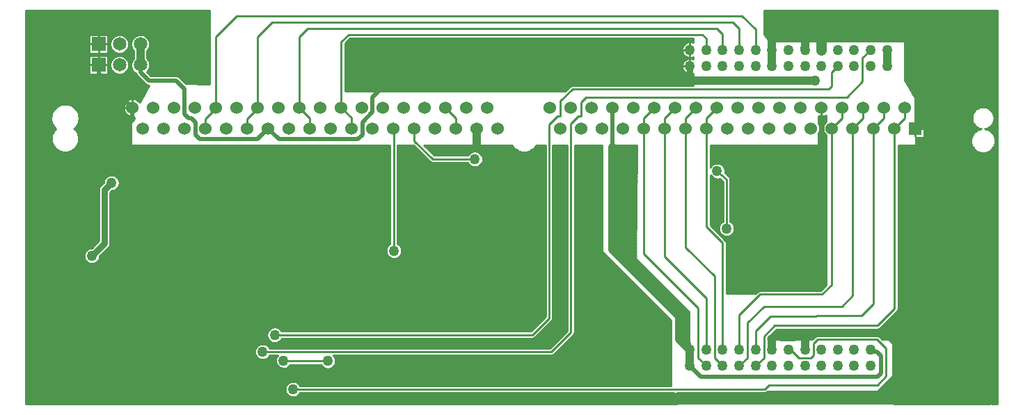
<source format=gtl>
G04*
G04 #@! TF.GenerationSoftware,Altium Limited,Altium Designer,21.1.0 (24)*
G04*
G04 Layer_Physical_Order=1*
G04 Layer_Color=255*
%FSLAX25Y25*%
%MOIN*%
G70*
G04*
G04 #@! TF.SameCoordinates,0D440C85-AE3C-4C52-A60E-649D9F504D21*
G04*
G04*
G04 #@! TF.FilePolarity,Positive*
G04*
G01*
G75*
%ADD11C,0.01000*%
%ADD18C,0.02008*%
%ADD19C,0.02000*%
%ADD20C,0.03000*%
%ADD21C,0.04000*%
%ADD22C,0.05000*%
%ADD23C,0.06500*%
%ADD24R,0.06500X0.06500*%
%ADD25C,0.05000*%
%ADD26C,0.06000*%
%ADD27R,0.06000X0.06000*%
D11*
X141000Y970D02*
X141930Y738D01*
X142888Y718D01*
X143827Y910D01*
X144700Y1305D01*
X144700Y-1737D02*
X143989Y-2517D01*
X143490Y-3448D01*
X143233Y-4472D01*
Y-5528D01*
X143490Y-6552D01*
X143989Y-7483D01*
X144700Y-8264D01*
X141800Y-5000D02*
X141709Y-4118D01*
X141438Y-3273D01*
X141000Y-2502D01*
Y-7498D02*
X141438Y-6727D01*
X141709Y-5882D01*
X141800Y-5000D01*
X96197Y-26378D02*
X96300Y-25500D01*
X98800Y-29500D02*
X98642Y-28763D01*
X98196Y-28155D01*
X98800Y-29500D02*
X98642Y-28762D01*
X98195Y-28153D01*
X96300Y-25500D02*
X96170Y-24515D01*
X95789Y-23597D01*
X95183Y-22809D01*
X94394Y-22205D01*
X93475Y-21827D01*
X92489Y-21700D01*
X91504Y-21833D01*
X90587Y-22217D01*
X89801Y-22825D01*
X89200Y-23616D01*
Y-27384D02*
X89851Y-28224D01*
X90709Y-28851D01*
X91706Y-29216D01*
X92766Y-29291D01*
X93805Y-29069D01*
X100800Y-53000D02*
X100663Y-51989D01*
X100262Y-51051D01*
X99626Y-50253D01*
X98800Y-49653D01*
X112900Y-82800D02*
X111625Y-83330D01*
X95200Y-49653D02*
X94390Y-50238D01*
X93760Y-51014D01*
X93355Y-51927D01*
X93201Y-52914D01*
X93310Y-53907D01*
X93674Y-54838D01*
X94268Y-55641D01*
X95051Y-56262D01*
X95968Y-56657D01*
X96957Y-56800D01*
X97949Y-56680D01*
X98875Y-56305D01*
X99672Y-55702D01*
X100284Y-54912D01*
X100669Y-53990D01*
X100800Y-53000D01*
X96900Y-59900D02*
X96381Y-58635D01*
X96900Y-59900D02*
X96380Y-58634D01*
X112900Y-82800D02*
X111627Y-83327D01*
X23670Y-103975D02*
X24200Y-102700D01*
X23673Y-103973D02*
X24200Y-102700D01*
X-5766Y-13000D02*
X-5231Y-13859D01*
X-4568Y-14624D01*
X-3795Y-15277D01*
X-2930Y-15802D01*
X-1994Y-16187D01*
X-1009Y-16421D01*
X0Y-16500D01*
X1009Y-16421D01*
X1994Y-16187D01*
X2930Y-15802D01*
X3795Y-15277D01*
X4568Y-14624D01*
X5231Y-13859D01*
X5766Y-13000D01*
X-19700Y-19700D02*
X-19832Y-18705D01*
X-20221Y-17780D01*
X-20837Y-16989D01*
X-21640Y-16386D01*
X-22572Y-16015D01*
X-23569Y-15901D01*
X-24561Y-16051D01*
X-25479Y-16456D01*
X-26259Y-17087D01*
X-26847Y-17900D01*
X13270Y-97275D02*
X13800Y-96000D01*
X13273Y-97273D02*
X13800Y-96000D01*
X4000Y-105800D02*
X5275Y-105270D01*
X4000Y-105800D02*
X5273Y-105273D01*
X-26847Y-21500D02*
X-26259Y-22313D01*
X-25479Y-22944D01*
X-24561Y-23349D01*
X-23569Y-23499D01*
X-22572Y-23385D01*
X-21640Y-23014D01*
X-20837Y-22411D01*
X-20221Y-21620D01*
X-19832Y-20695D01*
X-19700Y-19700D01*
X-45075Y-20970D02*
X-43800Y-21500D01*
X-45073Y-20973D02*
X-43800Y-21500D01*
X13000Y-113900D02*
X14273Y-113373D01*
X13000Y-113900D02*
X14275Y-113370D01*
X-58566Y-63666D02*
X-58703Y-62655D01*
X-59104Y-61717D01*
X-59741Y-60919D01*
X-60566Y-60319D01*
X-64166Y-60320D02*
X-64976Y-60904D01*
X-65606Y-61680D01*
X-66012Y-62593D01*
X-66165Y-63580D01*
X-66056Y-64573D01*
X-65692Y-65504D01*
X-65098Y-66307D01*
X-64315Y-66928D01*
X-63398Y-67323D01*
X-62409Y-67466D01*
X-61417Y-67346D01*
X-60491Y-66971D01*
X-59694Y-66368D01*
X-59082Y-65579D01*
X-58697Y-64657D01*
X-58566Y-63666D01*
X-225609Y-13000D02*
X-225073Y-13859D01*
X-224411Y-14624D01*
X-223638Y-15277D01*
X-222772Y-15802D01*
X-221836Y-16187D01*
X-220851Y-16421D01*
X-219843Y-16500D01*
X-218833Y-16421D01*
X-217849Y-16187D01*
X-216913Y-15802D01*
X-216047Y-15277D01*
X-215274Y-14624D01*
X-214612Y-13859D01*
X-214076Y-13000D01*
X-193821Y-31120D02*
X-193947Y-30150D01*
X-194316Y-29244D01*
X-194905Y-28462D01*
X-195674Y-27857D01*
X-196571Y-27468D01*
X-197539Y-27321D01*
X-198512Y-27426D01*
X-199425Y-27777D01*
X-200219Y-28348D01*
X-200841Y-29104D01*
X-201249Y-29993D01*
X-201417Y-30957D01*
X-197457Y-34917D02*
X-196506Y-34753D01*
X-195627Y-34356D01*
X-194876Y-33749D01*
X-194303Y-32973D01*
X-193943Y-32078D01*
X-193821Y-31120D01*
X-199020Y-62080D02*
X-198413Y-61172D01*
X-198200Y-60100D01*
X-199020Y-62080D02*
X-198413Y-61172D01*
X-198200Y-60100D01*
X-202994Y-32534D02*
X-203601Y-33443D01*
X-203814Y-34516D01*
X-202994Y-32534D02*
X-203601Y-33443D01*
X-203814Y-34516D01*
X-207163Y-62304D02*
X-208123Y-62470D01*
X-209009Y-62875D01*
X-209763Y-63491D01*
X-210335Y-64279D01*
X-210689Y-65187D01*
X-210800Y-66154D01*
X-210661Y-67119D01*
X-210282Y-68016D01*
X-209687Y-68787D01*
X-208916Y-69382D01*
X-208018Y-69761D01*
X-207054Y-69900D01*
X-206087Y-69789D01*
X-205179Y-69435D01*
X-204391Y-68863D01*
X-203774Y-68109D01*
X-203370Y-67223D01*
X-203204Y-66263D01*
X-116053Y-102200D02*
X-116641Y-101387D01*
X-117421Y-100756D01*
X-118339Y-100351D01*
X-119331Y-100201D01*
X-120328Y-100315D01*
X-121260Y-100687D01*
X-122063Y-101289D01*
X-122679Y-102080D01*
X-123067Y-103005D01*
X-123200Y-104000D01*
X-123067Y-104995D01*
X-122679Y-105920D01*
X-122063Y-106711D01*
X-121260Y-107314D01*
X-120328Y-107685D01*
X-119331Y-107799D01*
X-118339Y-107649D01*
X-117421Y-107244D01*
X-116641Y-106613D01*
X-116053Y-105800D01*
X-90200Y-116500D02*
X-90319Y-115556D01*
X-90670Y-114670D01*
X-91229Y-113900D01*
X-97347Y-118300D02*
X-96759Y-119113D01*
X-95979Y-119744D01*
X-95061Y-120149D01*
X-94069Y-120299D01*
X-93072Y-120185D01*
X-92140Y-119814D01*
X-91337Y-119211D01*
X-90721Y-118420D01*
X-90333Y-117495D01*
X-90200Y-116500D01*
X-107253Y-128300D02*
X-107841Y-127487D01*
X-108621Y-126856D01*
X-109539Y-126451D01*
X-110531Y-126301D01*
X-111528Y-126415D01*
X-112460Y-126786D01*
X-113263Y-127389D01*
X-113879Y-128180D01*
X-114268Y-129105D01*
X-114400Y-130100D01*
X-114268Y-131095D01*
X-113879Y-132020D01*
X-113263Y-132811D01*
X-112460Y-133414D01*
X-111528Y-133785D01*
X-110531Y-133899D01*
X-109539Y-133749D01*
X-108621Y-133344D01*
X-107841Y-132713D01*
X-107253Y-131900D01*
X-118127Y-113900D02*
X-118668Y-114782D01*
X-118952Y-115777D01*
X-118956Y-116812D01*
X-118682Y-117809D01*
X-118148Y-118696D01*
X-117395Y-119405D01*
X-116478Y-119886D01*
X-115466Y-120100D01*
X-114433Y-120035D01*
X-113457Y-119693D01*
X-112609Y-119100D01*
X-111952Y-118300D01*
X-121853Y-110300D02*
X-122441Y-109487D01*
X-123221Y-108856D01*
X-124139Y-108451D01*
X-125131Y-108301D01*
X-126128Y-108415D01*
X-127060Y-108786D01*
X-127863Y-109389D01*
X-128479Y-110180D01*
X-128867Y-111105D01*
X-129000Y-112100D01*
X-128867Y-113095D01*
X-128479Y-114020D01*
X-127863Y-114811D01*
X-127060Y-115414D01*
X-126128Y-115785D01*
X-125131Y-115899D01*
X-124139Y-115749D01*
X-123221Y-115344D01*
X-122441Y-114713D01*
X-121853Y-113900D01*
X-180500Y32264D02*
X-179821Y33190D01*
X-179395Y34257D01*
X-179250Y35396D01*
X-179356Y36375D01*
X-179671Y37307D01*
X-180178Y38150D01*
X-180855Y38865D01*
X-181670Y39417D01*
X-182584Y39781D01*
X-183555Y39939D01*
X-184538Y39886D01*
X-185486Y39622D01*
X-186356Y39161D01*
X-187105Y38523D01*
X-187700Y37739D01*
X-188113Y36846D01*
X-188324Y35884D01*
X-188323Y34900D01*
X-188110Y33939D01*
X-187696Y33046D01*
X-187100Y32264D01*
X-189250Y35396D02*
X-189356Y36374D01*
X-189671Y37307D01*
X-190178Y38150D01*
X-190854Y38864D01*
X-191669Y39416D01*
X-192583Y39780D01*
X-193554Y39939D01*
X-194536Y39886D01*
X-195484Y39623D01*
X-196353Y39162D01*
X-197103Y38525D01*
X-197699Y37742D01*
X-198112Y36849D01*
X-198323Y35888D01*
Y34904D01*
X-198112Y33943D01*
X-197699Y33050D01*
X-197103Y32267D01*
X-196353Y31630D01*
X-195484Y31169D01*
X-194536Y30906D01*
X-193554Y30853D01*
X-192583Y31012D01*
X-191669Y31376D01*
X-190854Y31928D01*
X-190178Y32642D01*
X-189671Y33486D01*
X-189356Y34418D01*
X-189250Y35396D01*
X-179250Y25396D02*
X-179395Y26535D01*
X-179821Y27602D01*
X-180500Y28529D01*
X-164974Y19526D02*
X-165720Y20025D01*
X-166600Y20200D01*
X-164974Y19526D02*
X-165720Y20025D01*
X-166600Y20200D01*
X-180707Y22059D02*
X-180090Y22762D01*
X-179630Y23576D01*
X-179346Y24466D01*
X-179250Y25396D01*
X-181426Y16274D02*
X-180681Y15776D01*
X-179802Y15600D01*
X-181426Y16274D02*
X-180681Y15776D01*
X-179802Y15600D01*
X-187100Y28529D02*
X-187719Y27708D01*
X-188138Y26768D01*
X-188336Y25759D01*
X-188301Y24732D01*
X-188037Y23738D01*
X-187557Y22829D01*
X-186884Y22051D01*
X-186054Y21444D01*
X-186054Y21444D02*
X-185426Y20274D01*
X-186054Y21444D02*
X-185426Y20274D01*
X-189250Y25396D02*
X-189356Y26374D01*
X-189671Y27307D01*
X-190178Y28150D01*
X-190854Y28864D01*
X-191669Y29416D01*
X-192583Y29780D01*
X-193554Y29939D01*
X-194536Y29886D01*
X-195484Y29623D01*
X-196353Y29162D01*
X-197103Y28525D01*
X-197699Y27742D01*
X-198112Y26849D01*
X-198323Y25888D01*
Y24904D01*
X-198112Y23943D01*
X-197699Y23050D01*
X-197103Y22267D01*
X-196353Y21630D01*
X-195484Y21169D01*
X-194536Y20906D01*
X-193554Y20853D01*
X-192583Y21012D01*
X-191669Y21376D01*
X-190854Y21928D01*
X-190178Y22643D01*
X-189671Y23486D01*
X-189356Y24418D01*
X-189250Y25396D01*
X-184138Y7681D02*
X-184843Y8381D01*
X-185689Y8900D01*
X-186632Y9211D01*
X-187622Y9298D01*
X-188604Y9156D01*
X-189528Y8792D01*
X-190344Y8225D01*
X-191008Y7487D01*
X-191485Y6616D01*
X-191749Y5659D01*
X-191787Y4666D01*
X-191596Y3692D01*
X-191187Y2787D01*
X-190581Y2000D01*
X-189811Y1374D01*
X-188917Y940D01*
X-187948Y723D01*
X-215519Y-5146D02*
X-214819Y-4466D01*
X-214226Y-3691D01*
X-213750Y-2839D01*
X-213403Y-1926D01*
X-213192Y-974D01*
X-213121Y-0D01*
X-213342Y-10000D02*
X-213435Y-8909D01*
X-213709Y-7849D01*
X-214157Y-6850D01*
X-214766Y-5941D01*
X-215519Y-5146D01*
X-213121Y0D02*
X-213195Y996D01*
X-213416Y1969D01*
X-213779Y2899D01*
X-214275Y3765D01*
X-214894Y4548D01*
X-215622Y5231D01*
X-216443Y5799D01*
X-217340Y6238D01*
X-218291Y6540D01*
X-219277Y6697D01*
X-220275Y6707D01*
X-221264Y6569D01*
X-222221Y6286D01*
X-223126Y5865D01*
X-223958Y5314D01*
X-224700Y4646D01*
X-225334Y3875D01*
X-225848Y3019D01*
X-226229Y2096D01*
X-226469Y1127D01*
X-226562Y133D01*
X-226508Y-863D01*
X-226307Y-1841D01*
X-225963Y-2778D01*
X-225484Y-3654D01*
X-224880Y-4449D01*
X-224166Y-5146D01*
X-224166D02*
X-224856Y-5863D01*
X-225429Y-6677D01*
X-225871Y-7569D01*
X-226171Y-8518D01*
X-226323Y-9501D01*
X-226324Y-10496D01*
X-226172Y-11480D01*
X-225872Y-12429D01*
X-225430Y-13321D01*
X-224858Y-14135D01*
X-224168Y-14852D01*
X-223376Y-15455D01*
X-222502Y-15931D01*
X-221566Y-16267D01*
X-220589Y-16457D01*
X-219594Y-16495D01*
X-218605Y-16381D01*
X-217646Y-16118D01*
X-216738Y-15710D01*
X-215902Y-15170D01*
X-215159Y-14507D01*
X-214526Y-13740D01*
X-214018Y-12884D01*
X-213646Y-11961D01*
X-213419Y-10992D01*
X-213342Y-10000D01*
X214398Y-13000D02*
X214827Y-13913D01*
X215407Y-14738D01*
X216122Y-15449D01*
X216949Y-16027D01*
X217863Y-16452D01*
X218838Y-16712D01*
X219843Y-16800D01*
X220847Y-16712D01*
X221822Y-16452D01*
X222736Y-16027D01*
X223563Y-15449D01*
X224278Y-14738D01*
X224858Y-13913D01*
X225287Y-13000D01*
X178770Y-92875D02*
X179300Y-91600D01*
X178773Y-92873D02*
X179300Y-91600D01*
X169500Y-101400D02*
X170775Y-100870D01*
X169500Y-101400D02*
X170773Y-100873D01*
X170173Y-104827D02*
X168900Y-104300D01*
X170175Y-104830D02*
X168900Y-104300D01*
X140600D02*
X139325Y-104830D01*
X140600Y-104300D02*
X139327Y-104827D01*
X81000Y36163D02*
X80035Y36452D01*
X79028Y36476D01*
X78050Y36235D01*
X77169Y35746D01*
X76449Y35042D01*
X75938Y34174D01*
X75673Y33202D01*
Y32195D01*
X75938Y31223D01*
X76449Y30355D01*
X77169Y29651D01*
X78050Y29162D01*
X79028Y28921D01*
X80035Y28945D01*
X81000Y29234D01*
Y28263D02*
X80035Y28552D01*
X79028Y28576D01*
X78050Y28335D01*
X77169Y27846D01*
X76449Y27142D01*
X75938Y26274D01*
X75673Y25302D01*
Y24295D01*
X75938Y23323D01*
X76449Y22455D01*
X77169Y21751D01*
X78050Y21262D01*
X79028Y21021D01*
X80035Y21045D01*
X81000Y21334D01*
X23200Y15700D02*
X21925Y15170D01*
X23200Y15700D02*
X21927Y15173D01*
X79100Y-107217D02*
X77964Y-107500D01*
X218953Y-5269D02*
X217978Y-5508D01*
X217059Y-5911D01*
X216224Y-6467D01*
X215497Y-7159D01*
X214900Y-7965D01*
X214451Y-8862D01*
X214163Y-9824D01*
X214045Y-10820D01*
X214101Y-11822D01*
X214329Y-12799D01*
X214721Y-13723D01*
X215267Y-14565D01*
X215950Y-15300D01*
X223735D02*
X224395Y-14593D01*
X224929Y-13786D01*
X225322Y-12902D01*
X225562Y-11964D01*
X225642Y-11000D01*
X225552Y-9978D01*
X225283Y-8988D01*
X224843Y-8061D01*
X224247Y-7226D01*
X223514Y-6510D01*
X222665Y-5933D01*
X221728Y-5515D01*
X220732Y-5269D01*
X220732Y-5269D02*
X221764Y-4986D01*
X222718Y-4503D01*
X223558Y-3840D01*
X224248Y-3024D01*
X224762Y-2086D01*
X225079Y-1064D01*
X225186Y0D01*
X225090Y1006D01*
X224807Y1976D01*
X224346Y2875D01*
X223725Y3672D01*
X222964Y4337D01*
X222092Y4847D01*
X221139Y5184D01*
X220140Y5335D01*
X219131Y5296D01*
X218147Y5067D01*
X217223Y4657D01*
X216393Y4081D01*
X215687Y3359D01*
X215129Y2516D01*
X214739Y1584D01*
X214532Y595D01*
X214515Y-415D01*
X214689Y-1411D01*
X215047Y-2356D01*
X215576Y-3216D01*
X216258Y-3962D01*
X217068Y-4566D01*
X217977Y-5007D01*
X218953Y-5269D01*
X-87900Y-104000D02*
X-87700D01*
X-119400D02*
X-87900D01*
X-87700D02*
X4000D01*
X-147500Y5000D02*
Y39000D01*
Y4600D02*
Y5000D01*
X-152500Y-5000D02*
Y-400D01*
Y-5400D02*
Y-5000D01*
X-127500Y5000D02*
Y39000D01*
Y4600D02*
Y5000D01*
X-132500Y-5000D02*
Y-400D01*
Y-5400D02*
Y-5000D01*
X-102500D02*
Y0D01*
Y-5400D02*
Y-5000D01*
X87400Y-52100D02*
Y-200D01*
X110940Y-118860D02*
X111040D01*
X126700Y-110100D02*
X131600Y-115000D01*
X144700Y-1737D02*
Y1305D01*
X141000Y300D02*
X144700D01*
X141000Y-500D02*
X144700D01*
X141000Y-1300D02*
X144700D01*
X144600Y-1825D02*
Y1248D01*
X143800Y-2809D02*
Y901D01*
X142500Y1200D02*
Y5000D01*
X141252Y-2900D02*
X143748D01*
X141000Y-2100D02*
X144325D01*
X141599Y-3700D02*
X143401D01*
X141357Y-6900D02*
X143642D01*
X141000Y-7700D02*
X144153D01*
X141000Y-8500D02*
X144700D01*
X141771Y-4500D02*
X143229D01*
X141789Y-5300D02*
X143210D01*
X141657Y-6100D02*
X143343D01*
X141000Y-9300D02*
X144700D01*
X141000Y-10100D02*
X144700D01*
X141000Y-10900D02*
X144700D01*
X141000Y-11700D02*
X144700D01*
X141000Y-12500D02*
X144700D01*
X89200Y-13300D02*
X144700D01*
X89200Y-14100D02*
X144700D01*
X89200Y-14900D02*
X144700D01*
X89200Y-15700D02*
X144700D01*
X89200Y-16500D02*
X144700D01*
X89200Y-17300D02*
X144700D01*
X89200Y-18100D02*
X144700D01*
X89200Y-18900D02*
X144700D01*
X89200Y-19700D02*
X144700D01*
X89200Y-20500D02*
X144700D01*
X94197Y-22100D02*
X144700D01*
X89200Y-21300D02*
X144700D01*
X95847Y-23700D02*
X144700D01*
X95271Y-22900D02*
X144700D01*
X98789Y-29300D02*
X144700D01*
X98800Y-30100D02*
X144700D01*
X98800Y-30900D02*
X144700D01*
X98800Y-31700D02*
X144700D01*
X98800Y-32500D02*
X144700D01*
X98800Y-33300D02*
X144700D01*
X98800Y-34100D02*
X144700D01*
X98800Y-34900D02*
X144700D01*
X98800Y-35700D02*
X144700D01*
X98800Y-36500D02*
X144700D01*
X98800Y-37300D02*
X144700D01*
X98800Y-38100D02*
X144700D01*
X98800Y-38900D02*
X144700D01*
X100167Y-50900D02*
X144700D01*
X99456Y-50100D02*
X144700D01*
X100571Y-51700D02*
X144700D01*
X100767Y-52500D02*
X144700D01*
X100788Y-53300D02*
X144700D01*
X100637Y-54100D02*
X144700D01*
X100291Y-54900D02*
X144700D01*
X96295Y-25300D02*
X144700D01*
X96252Y-26100D02*
X144700D01*
X96166Y-24500D02*
X144700D01*
X97684Y-27700D02*
X144700D01*
X96784Y-26900D02*
X144700D01*
X98800Y-39700D02*
X144700D01*
X98800Y-40500D02*
X144700D01*
X98497Y-28500D02*
X144700D01*
X98800Y-41300D02*
X144700D01*
X98800Y-42100D02*
X144700D01*
X98800Y-42900D02*
X144700D01*
X98800Y-43700D02*
X144700D01*
X98800Y-44500D02*
X144700D01*
X98800Y-45300D02*
X144700D01*
X98800Y-46100D02*
X144700D01*
X98800Y-46900D02*
X144700D01*
X98800Y-47700D02*
X144700D01*
X98800Y-48500D02*
X144700D01*
X98800Y-49300D02*
X144700D01*
X141000Y-2502D02*
Y970D01*
X141400Y-3189D02*
Y843D01*
X141000Y-13000D02*
Y-7498D01*
X96600Y-26736D02*
Y-13000D01*
X95000Y-22638D02*
Y-13000D01*
X95800Y-23616D02*
Y-13000D01*
X94200Y-22102D02*
Y-13000D01*
X93400Y-21808D02*
Y-13000D01*
X92600Y-21701D02*
Y-13000D01*
X99800Y-50431D02*
Y-13000D01*
X100600Y-51784D02*
Y-13000D01*
X99000Y-49769D02*
Y-13000D01*
X97400Y-27447D02*
Y-13000D01*
X98200Y-28158D02*
Y-13000D01*
X96197Y-26378D02*
X98194Y-28153D01*
X93805Y-29069D02*
X95200Y-30308D01*
X93400Y-51784D02*
Y-29192D01*
X91800Y-21765D02*
Y-13000D01*
X91000Y-22009D02*
Y-13000D01*
X89200D02*
X141000D01*
X92500Y-29300D02*
X94066D01*
X90200Y-22475D02*
Y-13000D01*
X89400Y-23302D02*
Y-13000D01*
X89200Y-23616D02*
Y-13000D01*
Y-22100D02*
X90803D01*
X89200Y-28500D02*
X90168D01*
X91000Y-53185D02*
Y-28991D01*
X89200Y-29300D02*
X92500D01*
X92600Y-54805D02*
Y-29299D01*
X91800Y-53995D02*
Y-29235D01*
X89200Y-51361D02*
Y-27384D01*
X90200Y-52374D02*
Y-28525D01*
X89400Y-51564D02*
Y-27698D01*
X89200Y-30100D02*
X94966D01*
X89200Y-30900D02*
X95200D01*
X89200Y-31700D02*
X95200D01*
X89200Y-32500D02*
X95200D01*
X89200Y-33300D02*
X95200D01*
X89200Y-34100D02*
X95200D01*
X89200Y-34900D02*
X95200D01*
X89200Y-35700D02*
X95200D01*
X89200Y-36500D02*
X95200D01*
X89200Y-37300D02*
X95200D01*
X98800Y-49653D02*
Y-29500D01*
X95000Y-49769D02*
Y-30131D01*
X94200Y-50431D02*
Y-29419D01*
X95200Y-49653D02*
Y-30308D01*
X90324Y-52500D02*
X93233D01*
X91114Y-53300D02*
X93212D01*
X89534Y-51700D02*
X93429D01*
X92693Y-54900D02*
X93709D01*
X91904Y-54100D02*
X93363D01*
X89200Y-38100D02*
X95200D01*
X89200Y-38900D02*
X95200D01*
X89200Y-39700D02*
X95200D01*
X89200Y-40500D02*
X95200D01*
X89200Y-41300D02*
X95200D01*
X89200Y-42100D02*
X95200D01*
X89200Y-42900D02*
X95200D01*
X89200Y-43700D02*
X95200D01*
X89200Y-44500D02*
X95200D01*
X89200Y-45300D02*
X95200D01*
X89200Y-46100D02*
X95200D01*
X89200Y-46900D02*
X95200D01*
X89200Y-47700D02*
X95200D01*
X89200Y-48500D02*
X95200D01*
X89200Y-49300D02*
X95200D01*
X89200Y-50100D02*
X94544D01*
X89200Y-50900D02*
X93833D01*
X143800Y-80954D02*
Y-7191D01*
X143000Y-81754D02*
Y729D01*
X142200Y-82555D02*
Y710D01*
X144700Y-80054D02*
Y-8264D01*
X144600Y-80155D02*
Y-8175D01*
X141400Y-82800D02*
Y-6811D01*
X140600Y-82800D02*
Y-13000D01*
X139800Y-82800D02*
Y-13000D01*
X139000Y-82800D02*
Y-13000D01*
X138200Y-82800D02*
Y-13000D01*
X137400Y-82800D02*
Y-13000D01*
X136600Y-82800D02*
Y-13000D01*
X135800Y-82800D02*
Y-13000D01*
X135000Y-82800D02*
Y-13000D01*
X134200Y-82800D02*
Y-13000D01*
X133400Y-82800D02*
Y-13000D01*
X132600Y-82800D02*
Y-13000D01*
X131800Y-82800D02*
Y-13000D01*
X131000Y-82800D02*
Y-13000D01*
X130200Y-82800D02*
Y-13000D01*
X129400Y-82800D02*
Y-13000D01*
X128600Y-82800D02*
Y-13000D01*
X127800Y-82800D02*
Y-13000D01*
X127000Y-82800D02*
Y-13000D01*
X126200Y-82800D02*
Y-13000D01*
X125400Y-82800D02*
Y-13000D01*
X124600Y-82800D02*
Y-13000D01*
X123800Y-82800D02*
Y-13000D01*
X123000Y-82800D02*
Y-13000D01*
X122200Y-82800D02*
Y-13000D01*
X121400Y-82800D02*
Y-13000D01*
X120600Y-82800D02*
Y-13000D01*
X119800Y-82800D02*
Y-13000D01*
X119000Y-82800D02*
Y-13000D01*
X118200Y-82800D02*
Y-13000D01*
X117400Y-82800D02*
Y-13000D01*
X116600Y-82800D02*
Y-13000D01*
X115800Y-82800D02*
Y-13000D01*
X115000Y-82800D02*
Y-13000D01*
X99674Y-55700D02*
X144700D01*
X98480Y-56500D02*
X144700D01*
X96889Y-59700D02*
X144700D01*
X96900Y-60500D02*
X144700D01*
X96900Y-61300D02*
X144700D01*
X96900Y-62100D02*
X144700D01*
X96900Y-62900D02*
X144700D01*
X96900Y-63700D02*
X144700D01*
X96900Y-64500D02*
X144700D01*
X96900Y-65300D02*
X144700D01*
X96900Y-66100D02*
X144700D01*
X96900Y-66900D02*
X144700D01*
X96900Y-67700D02*
X144700D01*
X96900Y-68500D02*
X144700D01*
X96900Y-69300D02*
X144700D01*
X141954Y-82800D02*
X144700Y-80054D01*
X114200Y-82800D02*
Y-13000D01*
X113400Y-82800D02*
Y-13000D01*
X112900Y-82800D02*
X141954D01*
X95852Y-58100D02*
X144700D01*
X96597Y-58900D02*
X144700D01*
X95063Y-57300D02*
X144700D01*
X96900Y-70100D02*
X144700D01*
X96900Y-70900D02*
X144700D01*
X96900Y-71700D02*
X144700D01*
X96900Y-72500D02*
X144700D01*
X96900Y-73300D02*
X144700D01*
X96900Y-74100D02*
X144700D01*
X96900Y-74900D02*
X144700D01*
X96900Y-75700D02*
X144700D01*
X96900Y-76500D02*
X144700D01*
X96900Y-77300D02*
X144700D01*
X96900Y-78100D02*
X144700D01*
X96900Y-78900D02*
X144700D01*
X96900Y-79700D02*
X144700D01*
X96900Y-80500D02*
X144254D01*
X96900Y-81300D02*
X143454D01*
X96900Y-82100D02*
X142654D01*
X112600Y-82825D02*
Y-13000D01*
X111800Y-83175D02*
Y-13000D01*
X111000Y-83955D02*
Y-13000D01*
X110200Y-84000D02*
Y-13000D01*
X109400Y-84000D02*
Y-13000D01*
X108600Y-84000D02*
Y-13000D01*
X107800Y-84000D02*
Y-13000D01*
X107000Y-84000D02*
Y-13000D01*
X106200Y-84000D02*
Y-13000D01*
X105400Y-84000D02*
Y-13000D01*
X104600Y-84000D02*
Y-13000D01*
X103800Y-84000D02*
Y-13000D01*
X103000Y-84000D02*
Y-13000D01*
X102200Y-84000D02*
Y-13000D01*
X101400Y-84000D02*
Y-13000D01*
X100600Y-84000D02*
Y-54217D01*
X99800Y-84000D02*
Y-55569D01*
X99000Y-84000D02*
Y-56231D01*
X98200Y-84000D02*
Y-56606D01*
X97400Y-84000D02*
Y-56779D01*
X94273Y-56500D02*
X95520D01*
X89200Y-51361D02*
X96380Y-58634D01*
X96600Y-58905D02*
Y-56779D01*
X95800Y-58047D02*
Y-56606D01*
X93400Y-55616D02*
Y-54217D01*
X94200Y-56426D02*
Y-55569D01*
X95000Y-57237D02*
Y-56231D01*
X93483Y-55700D02*
X94326D01*
X110954Y-84000D02*
X111625Y-83330D01*
X96900Y-82900D02*
X112308D01*
X96900Y-83700D02*
X111254D01*
X96900Y-84000D02*
X110954D01*
X96900D02*
Y-59900D01*
X24200Y-13000D02*
X37500D01*
X24200Y-13300D02*
X37500D01*
X24200Y-14100D02*
X37500D01*
X24200Y-14900D02*
X37500D01*
X24200Y-15700D02*
X37500D01*
X24200Y-16500D02*
X37500D01*
X24200Y-17300D02*
X37500D01*
X24200Y-18100D02*
X37500D01*
X24200Y-18900D02*
X37500D01*
X24200Y-19700D02*
X37500D01*
X24200Y-20500D02*
X37500D01*
X24200Y-21300D02*
X37500D01*
X24200Y-22100D02*
X37500D01*
X24200Y-22900D02*
X37500D01*
X24200Y-23700D02*
X37500D01*
X24200Y-24500D02*
X37500D01*
X24200Y-25300D02*
X37500D01*
X24200Y-26100D02*
X37500D01*
X24200Y-26900D02*
X37500D01*
X24200Y-27700D02*
X37500D01*
X24200Y-28500D02*
X37500D01*
X24200Y-29300D02*
X37500D01*
X24200Y-30100D02*
X37500D01*
X24200Y-30900D02*
X37500D01*
X24200Y-31700D02*
X37500D01*
X24200Y-32500D02*
X37500D01*
X24200Y-33300D02*
X37500D01*
X24200Y-34100D02*
X37500D01*
X24200Y-34900D02*
X37500D01*
X24200Y-35700D02*
X37500D01*
X24200Y-36500D02*
X37500D01*
X24200Y-37300D02*
X37500D01*
X24200Y-38100D02*
X37500D01*
X24200Y-38900D02*
X37500D01*
X24200Y-39700D02*
X37500D01*
X24200Y-40500D02*
X37500D01*
X24200Y-41300D02*
X37500D01*
X24200Y-42100D02*
X37500D01*
X24200Y-42900D02*
X37500D01*
X24200Y-43700D02*
X37500D01*
X24200Y-44500D02*
X37500D01*
X24200Y-45300D02*
X37500D01*
Y-64000D02*
Y-13000D01*
X24200Y-102700D02*
Y-13000D01*
Y-46100D02*
X37500D01*
X24200Y-46900D02*
X37500D01*
X24200Y-47700D02*
X37500D01*
X24200Y-48500D02*
X37500D01*
X24200Y-49300D02*
X37500D01*
X24200Y-50100D02*
X37500D01*
X24200Y-50900D02*
X37500D01*
X24200Y-51700D02*
X37500D01*
X24200Y-52500D02*
X37500D01*
X13800Y-13000D02*
X20600D01*
X13800Y-13300D02*
X20600D01*
X13800Y-14100D02*
X20600D01*
X13800Y-14900D02*
X20600D01*
X13800Y-15700D02*
X20600D01*
X13800Y-16500D02*
X20600D01*
X13800Y-17300D02*
X20600D01*
X13800Y-18100D02*
X20600D01*
X13800Y-18900D02*
X20600D01*
X13800Y-19700D02*
X20600D01*
X13800Y-20500D02*
X20600D01*
X13800Y-21300D02*
X20600D01*
X13800Y-22100D02*
X20600D01*
X13800Y-22900D02*
X20600D01*
X13800Y-23700D02*
X20600D01*
X13800Y-24500D02*
X20600D01*
X13800Y-25300D02*
X20600D01*
X13800Y-26100D02*
X20600D01*
X13800Y-26900D02*
X20600D01*
X13800Y-27700D02*
X20600D01*
X13800Y-28500D02*
X20600D01*
X13800Y-29300D02*
X20600D01*
X13800Y-30100D02*
X20600D01*
X13800Y-30900D02*
X20600D01*
X13800Y-31700D02*
X20600D01*
X13800Y-32500D02*
X20600D01*
X13800Y-33300D02*
X20600D01*
X13800Y-34100D02*
X20600D01*
X13800Y-34900D02*
X20600D01*
X13800Y-35700D02*
X20600D01*
X13800Y-36500D02*
X20600D01*
X13800Y-37300D02*
X20600D01*
X13800Y-38100D02*
X20600D01*
X13800Y-38900D02*
X20600D01*
X13800Y-39700D02*
X20600D01*
X13800Y-40500D02*
X20600D01*
X24200Y-53300D02*
X37500D01*
X13800Y-41300D02*
X20600D01*
X13800Y-42100D02*
X20600D01*
X13800Y-42900D02*
X20600D01*
X13800Y-43700D02*
X20600D01*
X13800Y-44500D02*
X20600D01*
X13800Y-45300D02*
X20600D01*
X13800Y-46100D02*
X20600D01*
X13800Y-46900D02*
X20600D01*
X13800Y-47700D02*
X20600D01*
X13800Y-48500D02*
X20600D01*
X13800Y-49300D02*
X20600D01*
X13800Y-50100D02*
X20600D01*
X13800Y-50900D02*
X20600D01*
X13800Y-51700D02*
X20600D01*
X13800Y-52500D02*
X20600D01*
X13800Y-53300D02*
X20600D01*
X24200Y-65300D02*
X38788D01*
X24200Y-64500D02*
X37995D01*
X24200Y-66900D02*
X40374D01*
X24200Y-66100D02*
X39581D01*
X24200Y-68500D02*
X41959D01*
X24200Y-67700D02*
X41166D01*
X24200Y-69300D02*
X42752D01*
X24200Y-70900D02*
X44337D01*
X24200Y-70100D02*
X43545D01*
X24200Y-72500D02*
X45923D01*
X24200Y-71700D02*
X45130D01*
X24200Y-74100D02*
X47508D01*
X24200Y-73300D02*
X46715D01*
X24200Y-74900D02*
X48301D01*
X24200Y-54100D02*
X37500D01*
X24200Y-54900D02*
X37500D01*
X24200Y-55700D02*
X37500D01*
X24200Y-56500D02*
X37500D01*
X24200Y-57300D02*
X37500D01*
X24200Y-58100D02*
X37500D01*
X24200Y-58900D02*
X37500D01*
X24200Y-59700D02*
X37500D01*
X24200Y-60500D02*
X37500D01*
X24200Y-61300D02*
X37500D01*
X24200Y-62100D02*
X37500D01*
X24200Y-62900D02*
X37500D01*
X24200Y-63700D02*
X37500D01*
X24200Y-86900D02*
X60192D01*
X24200Y-86100D02*
X59399D01*
X37500Y-64000D02*
X70200Y-97000D01*
X24200Y-87700D02*
X60984D01*
X24200Y-89300D02*
X62570D01*
X24200Y-88500D02*
X61777D01*
X24200Y-90100D02*
X63363D01*
X24200Y-91700D02*
X64948D01*
X24200Y-90900D02*
X64155D01*
X24200Y-92500D02*
X65741D01*
X24200Y-94100D02*
X67326D01*
X24200Y-93300D02*
X66534D01*
X24200Y-94900D02*
X68119D01*
X24200Y-76500D02*
X49886D01*
X24200Y-75700D02*
X49094D01*
X24200Y-78100D02*
X51472D01*
X24200Y-77300D02*
X50679D01*
X24200Y-79700D02*
X53057D01*
X24200Y-78900D02*
X52264D01*
X24200Y-80500D02*
X53850D01*
X24200Y-82100D02*
X55435D01*
X24200Y-81300D02*
X54643D01*
X24200Y-82900D02*
X56228D01*
X24200Y-84500D02*
X57814D01*
X24200Y-83700D02*
X57021D01*
X24200Y-85300D02*
X58606D01*
X13800Y-54100D02*
X20600D01*
X13800Y-54900D02*
X20600D01*
X13800Y-55700D02*
X20600D01*
X13800Y-56500D02*
X20600D01*
X13800Y-57300D02*
X20600D01*
X13800Y-58100D02*
X20600D01*
X13800Y-58900D02*
X20600D01*
X13800Y-59700D02*
X20600D01*
X13800Y-60500D02*
X20600D01*
X13800Y-61300D02*
X20600D01*
X13800Y-62100D02*
X20600D01*
X13800Y-62900D02*
X20600D01*
X13800Y-63700D02*
X20600D01*
X13800Y-64500D02*
X20600D01*
X13800Y-65300D02*
X20600D01*
X13800Y-66100D02*
X20600D01*
X13800Y-66900D02*
X20600D01*
X13800Y-67700D02*
X20600D01*
X13800Y-68500D02*
X20600D01*
X13800Y-69300D02*
X20600D01*
X13800Y-70100D02*
X20600D01*
X13800Y-70900D02*
X20600D01*
X13800Y-71700D02*
X20600D01*
X13800Y-72500D02*
X20600D01*
X13800Y-73300D02*
X20600D01*
X13800Y-74100D02*
X20600D01*
X24200Y-97300D02*
X70200D01*
X24200Y-98100D02*
X70200D01*
X24200Y-98900D02*
X70200D01*
X24200Y-99700D02*
X70200D01*
X24200Y-100500D02*
X70200D01*
X24200Y-101300D02*
X70200D01*
X24200Y-102100D02*
X70200D01*
X24189Y-102900D02*
X70200D01*
X23897Y-103700D02*
X70200D01*
X23145Y-104500D02*
X70200D01*
X22345Y-105300D02*
X70200D01*
X21545Y-106100D02*
X70200D01*
X20745Y-106900D02*
X70200D01*
X13800Y-74900D02*
X20600D01*
X13800Y-75700D02*
X20600D01*
X24200Y-96500D02*
X69705D01*
X24200Y-95700D02*
X68912D01*
X13800Y-76500D02*
X20600D01*
X13800Y-77300D02*
X20600D01*
X13800Y-78100D02*
X20600D01*
X19945Y-107700D02*
X70200D01*
X19146Y-108500D02*
X70200D01*
X18346Y-109300D02*
X70200D01*
X17546Y-110100D02*
X70200D01*
X13800Y-96000D02*
Y-13000D01*
X10200Y-95254D02*
Y-13000D01*
X20600Y-101954D02*
Y-13000D01*
Y-101954D02*
Y-13000D01*
X5766D02*
X10200D01*
Y-95254D02*
Y-13000D01*
X9400Y-96055D02*
Y-13000D01*
X5600Y-13300D02*
X10200D01*
X5044Y-14100D02*
X10200D01*
X8600Y-96855D02*
Y-13000D01*
X7800Y-97654D02*
Y-13000D01*
X4271Y-14900D02*
X10200D01*
X3124Y-15700D02*
X10200D01*
X0Y-16500D02*
X10200D01*
X7000Y-98454D02*
Y-13000D01*
X6200Y-99255D02*
Y-13000D01*
X5400Y-100055D02*
Y-13618D01*
X4600Y-100855D02*
Y-14592D01*
X-4200Y-102200D02*
Y-14961D01*
X-5000Y-102200D02*
Y-14153D01*
X3800Y-101655D02*
Y-15274D01*
X3000Y-102200D02*
Y-15766D01*
X2200Y-102200D02*
Y-16116D01*
X-1800Y-102200D02*
Y-16246D01*
X-2600Y-102200D02*
Y-15957D01*
X-3400Y-102200D02*
Y-15540D01*
X19800Y-102754D02*
Y-13000D01*
X19000Y-103554D02*
Y-13000D01*
X18200Y-104355D02*
Y-13000D01*
X17400Y-105155D02*
Y-13000D01*
X16600Y-105955D02*
Y-13000D01*
X15800Y-106755D02*
Y-13000D01*
X15000Y-107554D02*
Y-13000D01*
X-5800Y-102200D02*
Y-13000D01*
X-6600Y-102200D02*
Y-13000D01*
X14200Y-108354D02*
Y-13000D01*
X-7400Y-102200D02*
Y-13000D01*
X-8200Y-102200D02*
Y-13000D01*
X-9000Y-102200D02*
Y-13000D01*
X-9800Y-102200D02*
Y-13000D01*
X-10600Y-102200D02*
Y-13000D01*
X-11400Y-102200D02*
Y-13000D01*
X-12200Y-102200D02*
Y-13000D01*
X-13000Y-102200D02*
Y-13000D01*
X-13800Y-102200D02*
Y-13000D01*
X-14600Y-102200D02*
Y-13000D01*
X-15400Y-102200D02*
Y-13000D01*
X-16200Y-102200D02*
Y-13000D01*
X-17000Y-102200D02*
Y-13000D01*
X-17800Y-102200D02*
Y-13000D01*
X-18600Y-102200D02*
Y-13000D01*
X-19400Y-102200D02*
Y-13000D01*
X-21800Y-16301D02*
Y-13000D01*
X-22600Y-16008D02*
Y-13000D01*
X-20200Y-17816D02*
Y-13000D01*
X-21000Y-16838D02*
Y-13000D01*
X-47954D02*
X-5766D01*
X-23400Y-15901D02*
Y-13000D01*
X-24200Y-15965D02*
Y-13000D01*
X-45254Y-15700D02*
X-3124D01*
X-25000Y-16209D02*
Y-13000D01*
X-25800Y-16675D02*
Y-13000D01*
X-26600Y-17502D02*
Y-13000D01*
X-46854Y-14100D02*
X-5044D01*
X-47655Y-13300D02*
X-5600D01*
X-46055Y-14900D02*
X-4271D01*
X-27400Y-17900D02*
Y-13000D01*
X-28200Y-17900D02*
Y-13000D01*
X-29000Y-17900D02*
Y-13000D01*
X-29800Y-17900D02*
Y-13000D01*
X-30600Y-17900D02*
Y-13000D01*
X-31400Y-17900D02*
Y-13000D01*
X-32200Y-17900D02*
Y-13000D01*
X-43400Y-17555D02*
Y-13000D01*
X-44200Y-16755D02*
Y-13000D01*
X-33000Y-17900D02*
Y-13000D01*
X-45800Y-15155D02*
Y-13000D01*
X-46600Y-14355D02*
Y-13000D01*
X-45000Y-15955D02*
Y-13000D01*
X-33800Y-17900D02*
Y-13000D01*
X-34600Y-17900D02*
Y-13000D01*
X-35400Y-17900D02*
Y-13000D01*
X-36200Y-17900D02*
Y-13000D01*
X-37000Y-17900D02*
Y-13000D01*
X-37800Y-17900D02*
Y-13000D01*
X-38600Y-17900D02*
Y-13000D01*
X-39400Y-17900D02*
Y-13000D01*
X-40200Y-17900D02*
Y-13000D01*
X-41000Y-17900D02*
Y-13000D01*
X-41800Y-17900D02*
Y-13000D01*
X-42600Y-17900D02*
Y-13000D01*
X-47954D02*
X-43055Y-17900D01*
X-53046Y-13000D02*
X-45075Y-20970D01*
X-53000Y-102200D02*
Y-13046D01*
X-53800Y-102200D02*
Y-13000D01*
X-54600Y-102200D02*
Y-13000D01*
X-55400Y-102200D02*
Y-13000D01*
X-56200Y-102200D02*
Y-13000D01*
X-49800Y-102200D02*
Y-16246D01*
X-50600Y-102200D02*
Y-15446D01*
X-51400Y-102200D02*
Y-14646D01*
X-52200Y-102200D02*
Y-13846D01*
X-57000Y-102200D02*
Y-13000D01*
X-57800Y-102200D02*
Y-13000D01*
X13800Y-78900D02*
X20600D01*
X13800Y-79700D02*
X20600D01*
X13800Y-80500D02*
X20600D01*
X13800Y-81300D02*
X20600D01*
X13800Y-82100D02*
X20600D01*
X13800Y-82900D02*
X20600D01*
X13800Y-83700D02*
X20600D01*
X13800Y-84500D02*
X20600D01*
X13800Y-85300D02*
X20600D01*
X13800Y-86100D02*
X20600D01*
X13800Y-86900D02*
X20600D01*
X13800Y-87700D02*
X20600D01*
X13800Y-88500D02*
X20600D01*
X13800Y-89300D02*
X20600D01*
X13800Y-90100D02*
X20600D01*
X-19700Y-19700D02*
X10200D01*
X13800Y-90900D02*
X20600D01*
X13800Y-91700D02*
X20600D01*
X-20053Y-18100D02*
X10200D01*
X-19785Y-18900D02*
X10200D01*
X-19785Y-20500D02*
X10200D01*
X13800Y-92500D02*
X20600D01*
X13800Y-93300D02*
X20600D01*
X13800Y-94100D02*
X20600D01*
X13800Y-94900D02*
X20600D01*
X13800Y-95700D02*
X20600D01*
X13729Y-96500D02*
X20600D01*
X13246Y-97300D02*
X20600D01*
X12445Y-98100D02*
X20600D01*
X11646Y-98900D02*
X20600D01*
X10846Y-99700D02*
X20600D01*
X10046Y-100500D02*
X20600D01*
X9245Y-101300D02*
X20600D01*
X8445Y-102100D02*
X20454D01*
X7645Y-102900D02*
X19654D01*
X12254Y-110300D02*
X20600Y-101954D01*
X6846Y-103700D02*
X18854D01*
X6045Y-104500D02*
X18054D01*
X5245Y-105300D02*
X17254D01*
X3254Y-102200D02*
X10200Y-95254D01*
X5275Y-105271D02*
X13270Y-97275D01*
X1400Y-102200D02*
Y-16348D01*
X600Y-102200D02*
Y-16472D01*
X-200Y-102200D02*
Y-16497D01*
X-1000Y-102200D02*
Y-16423D01*
X13400Y-109154D02*
Y-97131D01*
X12600Y-109955D02*
Y-97946D01*
X11800Y-110300D02*
Y-98746D01*
X11000Y-110300D02*
Y-99546D01*
X-20554Y-17300D02*
X10200D01*
X-20053Y-21300D02*
X10200D01*
X-20554Y-22100D02*
X10200D01*
X-20200Y-102200D02*
Y-21584D01*
X-21451Y-16500D02*
X0D01*
X-21000Y-102200D02*
Y-22562D01*
X-21451Y-22900D02*
X10200D01*
X-21800Y-102200D02*
Y-23099D01*
X-22600Y-102200D02*
Y-23392D01*
X-58644Y-62900D02*
X10200D01*
X-58566Y-63700D02*
X10200D01*
X-58659Y-64500D02*
X10200D01*
X-43655Y-17300D02*
X-26446D01*
X-43055Y-17900D02*
X-26847D01*
X-43800Y-21500D02*
X-26847D01*
X-27400Y-102200D02*
Y-21500D01*
X-44455Y-16500D02*
X-25549D01*
X-23400Y-102200D02*
Y-23499D01*
X-24200Y-102200D02*
Y-23435D01*
X-25000Y-102200D02*
Y-23191D01*
X-25800Y-102200D02*
Y-22725D01*
X-26600Y-102200D02*
Y-21898D01*
X-28200Y-102200D02*
Y-21500D01*
X-29000Y-102200D02*
Y-21500D01*
X-29800Y-102200D02*
Y-21500D01*
X-30600Y-102200D02*
Y-21500D01*
X-31400Y-102200D02*
Y-21500D01*
X-32200Y-102200D02*
Y-21500D01*
X-33000Y-102200D02*
Y-21500D01*
X-33800Y-102200D02*
Y-21500D01*
X-34600Y-102200D02*
Y-21500D01*
X-35400Y-102200D02*
Y-21500D01*
X-36200Y-102200D02*
Y-21500D01*
X-37000Y-102200D02*
Y-21500D01*
X-37800Y-102200D02*
Y-21500D01*
X-38600Y-102200D02*
Y-21500D01*
X-39400Y-102200D02*
Y-21500D01*
X-45000Y-102200D02*
Y-21042D01*
X-45800Y-102200D02*
Y-20246D01*
X-46600Y-102200D02*
Y-19446D01*
X-47400Y-102200D02*
Y-18646D01*
X-48200Y-102200D02*
Y-17846D01*
X-49000Y-102200D02*
Y-17046D01*
X-40200Y-102200D02*
Y-21500D01*
X-41000Y-102200D02*
Y-21500D01*
X-41800Y-102200D02*
Y-21500D01*
X-42600Y-102200D02*
Y-21500D01*
X-43400Y-102200D02*
Y-21500D01*
X-44200Y-102200D02*
Y-21455D01*
X64600Y-128300D02*
Y-91349D01*
X63800Y-128300D02*
Y-90541D01*
X63000Y-128300D02*
Y-89734D01*
X62200Y-128300D02*
Y-88927D01*
X61400Y-128300D02*
Y-88119D01*
X60600Y-128300D02*
Y-87312D01*
X59800Y-128300D02*
Y-86505D01*
X70200Y-128300D02*
Y-97000D01*
X69400Y-128300D02*
Y-96193D01*
X68600Y-128300D02*
Y-95385D01*
X67800Y-128300D02*
Y-94578D01*
X67000Y-128300D02*
Y-93771D01*
X66200Y-128300D02*
Y-92963D01*
X65400Y-128300D02*
Y-92156D01*
X54200Y-128300D02*
Y-80853D01*
X53400Y-128300D02*
Y-80046D01*
X52600Y-128300D02*
Y-79239D01*
X51800Y-128300D02*
Y-78431D01*
X51000Y-128300D02*
Y-77624D01*
X50200Y-128300D02*
Y-76817D01*
X49400Y-128300D02*
Y-76009D01*
X59000Y-128300D02*
Y-85697D01*
X58200Y-128300D02*
Y-84890D01*
X57400Y-128300D02*
Y-84083D01*
X56600Y-128300D02*
Y-83275D01*
X55800Y-128300D02*
Y-82468D01*
X55000Y-128300D02*
Y-81661D01*
X43800Y-128300D02*
Y-70358D01*
X43000Y-128300D02*
Y-69551D01*
X42200Y-128300D02*
Y-68743D01*
X41400Y-128300D02*
Y-67936D01*
X40600Y-128300D02*
Y-67128D01*
X39800Y-128300D02*
Y-66321D01*
X39000Y-128300D02*
Y-65514D01*
X48600Y-128300D02*
Y-75202D01*
X47800Y-128300D02*
Y-74395D01*
X47000Y-128300D02*
Y-73587D01*
X46200Y-128300D02*
Y-72780D01*
X45400Y-128300D02*
Y-71973D01*
X44600Y-128300D02*
Y-71165D01*
X37400Y-128300D02*
Y-13000D01*
X36600Y-128300D02*
Y-13000D01*
X35800Y-128300D02*
Y-13000D01*
X35000Y-128300D02*
Y-13000D01*
X34200Y-128300D02*
Y-13000D01*
X33400Y-128300D02*
Y-13000D01*
X32600Y-128300D02*
Y-13000D01*
X38200Y-128300D02*
Y-64706D01*
X31800Y-128300D02*
Y-13000D01*
X31000Y-128300D02*
Y-13000D01*
X30200Y-128300D02*
Y-13000D01*
X29400Y-128300D02*
Y-13000D01*
X28600Y-128300D02*
Y-13000D01*
X27800Y-128300D02*
Y-13000D01*
X27000Y-128300D02*
Y-13000D01*
X26200Y-128300D02*
Y-13000D01*
X25400Y-128300D02*
Y-13000D01*
X10200Y-110300D02*
Y-100346D01*
X9400Y-110300D02*
Y-101146D01*
X8600Y-110300D02*
Y-101946D01*
X16746Y-110900D02*
X70200D01*
X15946Y-111700D02*
X70200D01*
X15146Y-112500D02*
X70200D01*
X14275Y-113371D02*
X23670Y-103975D01*
X14345Y-113300D02*
X70200D01*
X7800Y-110300D02*
Y-102746D01*
X7000Y-110300D02*
Y-103546D01*
X6200Y-110300D02*
Y-104346D01*
X5400Y-110300D02*
Y-105146D01*
X4600Y-110300D02*
Y-105697D01*
X3800Y-110300D02*
Y-105800D01*
X3000Y-110300D02*
Y-105800D01*
X2200Y-110300D02*
Y-105800D01*
X1400Y-110300D02*
Y-105800D01*
X600Y-110300D02*
Y-105800D01*
X-200Y-110300D02*
Y-105800D01*
X-1000Y-110300D02*
Y-105800D01*
X-1800Y-110300D02*
Y-105800D01*
X24600Y-128300D02*
Y-13000D01*
X23800Y-128300D02*
Y-103831D01*
X23000Y-128300D02*
Y-104646D01*
X22200Y-128300D02*
Y-105446D01*
X21400Y-128300D02*
Y-106246D01*
X20600Y-128300D02*
Y-107046D01*
X19800Y-128300D02*
Y-107846D01*
X19000Y-128300D02*
Y-108646D01*
X18200Y-128300D02*
Y-109446D01*
X17400Y-128300D02*
Y-110246D01*
X16600Y-128300D02*
Y-111046D01*
X15800Y-128300D02*
Y-111846D01*
X15000Y-128300D02*
Y-112646D01*
X14200Y-128300D02*
Y-113442D01*
X13400Y-128300D02*
Y-113855D01*
X12600Y-128300D02*
Y-113900D01*
X11800Y-128300D02*
Y-113900D01*
X11000Y-128300D02*
Y-113900D01*
X10200Y-128300D02*
Y-113900D01*
X9400Y-128300D02*
Y-113900D01*
X8600Y-128300D02*
Y-113900D01*
X7800Y-128300D02*
Y-113900D01*
X7000Y-128300D02*
Y-113900D01*
X6200Y-128300D02*
Y-113900D01*
X5400Y-128300D02*
Y-113900D01*
X4600Y-128300D02*
Y-113900D01*
X70200Y-131900D02*
X73500Y-132000D01*
X70200Y-137100D02*
Y-131900D01*
X69400Y-137100D02*
Y-131900D01*
X68600Y-137100D02*
Y-131900D01*
X67800Y-137100D02*
Y-131900D01*
X67000Y-137100D02*
Y-131900D01*
X66200Y-137100D02*
Y-131900D01*
X73500Y-137100D02*
Y-132000D01*
X73400Y-137100D02*
Y-131997D01*
X72600Y-137100D02*
Y-131973D01*
X71800Y-137100D02*
Y-131948D01*
X71000Y-137100D02*
Y-131924D01*
X65400Y-137100D02*
Y-131900D01*
X64600Y-137100D02*
Y-131900D01*
X63800Y-137100D02*
Y-131900D01*
X63000Y-137100D02*
Y-131900D01*
X62200Y-137100D02*
Y-131900D01*
X61400Y-137100D02*
Y-131900D01*
X60600Y-137100D02*
Y-131900D01*
X59800Y-137100D02*
Y-131900D01*
X59000Y-137100D02*
Y-131900D01*
X58200Y-137100D02*
Y-131900D01*
X57400Y-137100D02*
Y-131900D01*
X56600Y-137100D02*
Y-131900D01*
X55800Y-137100D02*
Y-131900D01*
X55000Y-137100D02*
Y-131900D01*
X54200Y-137100D02*
Y-131900D01*
X53400Y-137100D02*
Y-131900D01*
X52600Y-137100D02*
Y-131900D01*
X51800Y-137100D02*
Y-131900D01*
X51000Y-137100D02*
Y-131900D01*
X50200Y-137100D02*
Y-131900D01*
X49400Y-137100D02*
Y-131900D01*
X48600Y-137100D02*
Y-131900D01*
X47800Y-137100D02*
Y-131900D01*
X47000Y-137100D02*
Y-131900D01*
X46200Y-137100D02*
Y-131900D01*
X45400Y-137100D02*
Y-131900D01*
X44600Y-137100D02*
Y-131900D01*
X43800Y-137100D02*
Y-131900D01*
X43000Y-137100D02*
Y-131900D01*
X42200Y-137100D02*
Y-131900D01*
X41400Y-137100D02*
Y-131900D01*
X40600Y-137100D02*
Y-131900D01*
X39800Y-137100D02*
Y-131900D01*
X39000Y-137100D02*
Y-131900D01*
X38200Y-137100D02*
Y-131900D01*
X37400Y-137100D02*
Y-131900D01*
X36600Y-137100D02*
Y-131900D01*
X35800Y-137100D02*
Y-131900D01*
X35000Y-137100D02*
Y-131900D01*
X34200Y-137100D02*
Y-131900D01*
X33400Y-137100D02*
Y-131900D01*
X32600Y-137100D02*
Y-131900D01*
X31800Y-137100D02*
Y-131900D01*
X31000Y-137100D02*
Y-131900D01*
X30200Y-137100D02*
Y-131900D01*
X29400Y-137100D02*
Y-131900D01*
X28600Y-137100D02*
Y-131900D01*
X27800Y-137100D02*
Y-131900D01*
X27000Y-137100D02*
Y-131900D01*
X26200Y-137100D02*
Y-131900D01*
X25400Y-137100D02*
Y-131900D01*
X24600Y-137100D02*
Y-131900D01*
X23800Y-137100D02*
Y-131900D01*
X23000Y-137100D02*
Y-131900D01*
X3800Y-128300D02*
Y-113900D01*
X3000Y-128300D02*
Y-113900D01*
X2200Y-128300D02*
Y-113900D01*
X1400Y-128300D02*
Y-113900D01*
X600Y-128300D02*
Y-113900D01*
X-200Y-128300D02*
Y-113900D01*
X-1000Y-128300D02*
Y-113900D01*
X22200Y-137100D02*
Y-131900D01*
X21400Y-137100D02*
Y-131900D01*
X20600Y-137100D02*
Y-131900D01*
X19800Y-137100D02*
Y-131900D01*
X-1800Y-128300D02*
Y-113900D01*
X19000Y-137100D02*
Y-131900D01*
X18200Y-137100D02*
Y-131900D01*
X17400Y-137100D02*
Y-131900D01*
X16600Y-137100D02*
Y-131900D01*
X15800Y-137100D02*
Y-131900D01*
X15000Y-137100D02*
Y-131900D01*
X14200Y-137100D02*
Y-131900D01*
X13400Y-137100D02*
Y-131900D01*
X12600Y-137100D02*
Y-131900D01*
X11800Y-137100D02*
Y-131900D01*
X11000Y-137100D02*
Y-131900D01*
X10200Y-137100D02*
Y-131900D01*
X9400Y-137100D02*
Y-131900D01*
X8600Y-137100D02*
Y-131900D01*
X7800Y-137100D02*
Y-131900D01*
X7000Y-137100D02*
Y-131900D01*
X6200Y-137100D02*
Y-131900D01*
X5400Y-137100D02*
Y-131900D01*
X4600Y-137100D02*
Y-131900D01*
X3800Y-137100D02*
Y-131900D01*
X3000Y-137100D02*
Y-131900D01*
X2200Y-137100D02*
Y-131900D01*
X1400Y-137100D02*
Y-131900D01*
X600Y-137100D02*
Y-131900D01*
X-200Y-137100D02*
Y-131900D01*
X-1000Y-137100D02*
Y-131900D01*
X-1800Y-137100D02*
Y-131900D01*
X-2600Y-110300D02*
Y-105800D01*
X-3400Y-110300D02*
Y-105800D01*
X-4200Y-110300D02*
Y-105800D01*
X-5000Y-110300D02*
Y-105800D01*
X-5800Y-110300D02*
Y-105800D01*
X-6600Y-110300D02*
Y-105800D01*
X-7400Y-110300D02*
Y-105800D01*
X-8200Y-110300D02*
Y-105800D01*
X-9000Y-110300D02*
Y-105800D01*
X-9800Y-110300D02*
Y-105800D01*
X-10600Y-110300D02*
Y-105800D01*
X-11400Y-110300D02*
Y-105800D01*
X-12200Y-110300D02*
Y-105800D01*
X-13000Y-110300D02*
Y-105800D01*
X-13800Y-110300D02*
Y-105800D01*
X-14600Y-110300D02*
Y-105800D01*
X-15400Y-110300D02*
Y-105800D01*
X-16200Y-110300D02*
Y-105800D01*
X-17000Y-110300D02*
Y-105800D01*
X-17800Y-110300D02*
Y-105800D01*
X-18600Y-110300D02*
Y-105800D01*
X-19400Y-110300D02*
Y-105800D01*
X-20200Y-110300D02*
Y-105800D01*
X-21000Y-110300D02*
Y-105800D01*
X-21800Y-110300D02*
Y-105800D01*
X-22600Y-110300D02*
Y-105800D01*
X-23400Y-110300D02*
Y-105800D01*
X-2600Y-128300D02*
Y-113900D01*
X-3400Y-128300D02*
Y-113900D01*
X-4200Y-128300D02*
Y-113900D01*
X-5000Y-128300D02*
Y-113900D01*
X-5800Y-128300D02*
Y-113900D01*
X-6600Y-128300D02*
Y-113900D01*
X-7400Y-128300D02*
Y-113900D01*
X-8200Y-128300D02*
Y-113900D01*
X-9000Y-128300D02*
Y-113900D01*
X-9800Y-128300D02*
Y-113900D01*
X-10600Y-128300D02*
Y-113900D01*
X-11400Y-128300D02*
Y-113900D01*
X-12200Y-128300D02*
Y-113900D01*
X-13000Y-128300D02*
Y-113900D01*
X-13800Y-128300D02*
Y-113900D01*
X-14600Y-128300D02*
Y-113900D01*
X-15400Y-128300D02*
Y-113900D01*
X-16200Y-128300D02*
Y-113900D01*
X-17000Y-128300D02*
Y-113900D01*
X-17800Y-128300D02*
Y-113900D01*
X-18600Y-128300D02*
Y-113900D01*
X-19400Y-128300D02*
Y-113900D01*
X-20200Y-128300D02*
Y-113900D01*
X-21000Y-128300D02*
Y-113900D01*
X-21800Y-128300D02*
Y-113900D01*
X-22600Y-128300D02*
Y-113900D01*
X-24200Y-110300D02*
Y-105800D01*
X-25000Y-110300D02*
Y-105800D01*
X-25800Y-110300D02*
Y-105800D01*
X-26600Y-110300D02*
Y-105800D01*
X-27400Y-110300D02*
Y-105800D01*
X-28200Y-110300D02*
Y-105800D01*
X-29000Y-110300D02*
Y-105800D01*
X-29800Y-110300D02*
Y-105800D01*
X-30600Y-110300D02*
Y-105800D01*
X-31400Y-110300D02*
Y-105800D01*
X-32200Y-110300D02*
Y-105800D01*
X-33000Y-110300D02*
Y-105800D01*
X-33800Y-110300D02*
Y-105800D01*
X-34600Y-110300D02*
Y-105800D01*
X-35400Y-110300D02*
Y-105800D01*
X-36200Y-110300D02*
Y-105800D01*
X-37000Y-110300D02*
Y-105800D01*
X-37800Y-110300D02*
Y-105800D01*
X-38600Y-110300D02*
Y-105800D01*
X-39400Y-110300D02*
Y-105800D01*
X-40200Y-110300D02*
Y-105800D01*
X-41000Y-110300D02*
Y-105800D01*
X-41800Y-110300D02*
Y-105800D01*
X-42600Y-110300D02*
Y-105800D01*
X-43400Y-110300D02*
Y-105800D01*
X-44200Y-110300D02*
Y-105800D01*
X-23400Y-128300D02*
Y-113900D01*
X-45000Y-110300D02*
Y-105800D01*
X-24200Y-128300D02*
Y-113900D01*
X-25000Y-128300D02*
Y-113900D01*
X-45800Y-110300D02*
Y-105800D01*
X-46600Y-110300D02*
Y-105800D01*
X-47400Y-110300D02*
Y-105800D01*
X-25800Y-128300D02*
Y-113900D01*
X-26600Y-128300D02*
Y-113900D01*
X-27400Y-128300D02*
Y-113900D01*
X-28200Y-128300D02*
Y-113900D01*
X-29000Y-128300D02*
Y-113900D01*
X-29800Y-128300D02*
Y-113900D01*
X-48200Y-110300D02*
Y-105800D01*
X-49000Y-110300D02*
Y-105800D01*
X-49800Y-110300D02*
Y-105800D01*
X-50600Y-110300D02*
Y-105800D01*
X-51400Y-110300D02*
Y-105800D01*
X-52200Y-110300D02*
Y-105800D01*
X-53000Y-110300D02*
Y-105800D01*
X-53800Y-110300D02*
Y-105800D01*
X-54600Y-110300D02*
Y-105800D01*
X-55400Y-110300D02*
Y-105800D01*
X-56200Y-110300D02*
Y-105800D01*
X-57000Y-110300D02*
Y-105800D01*
X-57800Y-110300D02*
Y-105800D01*
X-2600Y-137100D02*
Y-131900D01*
X-3400Y-137100D02*
Y-131900D01*
X-4200Y-137100D02*
Y-131900D01*
X-5000Y-137100D02*
Y-131900D01*
X-5800Y-137100D02*
Y-131900D01*
X-6600Y-137100D02*
Y-131900D01*
X-7400Y-137100D02*
Y-131900D01*
X-8200Y-137100D02*
Y-131900D01*
X-9000Y-137100D02*
Y-131900D01*
X-9800Y-137100D02*
Y-131900D01*
X-10600Y-137100D02*
Y-131900D01*
X-11400Y-137100D02*
Y-131900D01*
X-12200Y-137100D02*
Y-131900D01*
X-13000Y-137100D02*
Y-131900D01*
X-30600Y-128300D02*
Y-113900D01*
X-31400Y-128300D02*
Y-113900D01*
X-32200Y-128300D02*
Y-113900D01*
X-33000Y-128300D02*
Y-113900D01*
X-33800Y-128300D02*
Y-113900D01*
X-34600Y-128300D02*
Y-113900D01*
X-35400Y-128300D02*
Y-113900D01*
X-13800Y-137100D02*
Y-131900D01*
X-14600Y-137100D02*
Y-131900D01*
X-15400Y-137100D02*
Y-131900D01*
X-36200Y-128300D02*
Y-113900D01*
X-37000Y-128300D02*
Y-113900D01*
X-16200Y-137100D02*
Y-131900D01*
X-17000Y-137100D02*
Y-131900D01*
X-17800Y-137100D02*
Y-131900D01*
X-18600Y-137100D02*
Y-131900D01*
X-19400Y-137100D02*
Y-131900D01*
X-20200Y-137100D02*
Y-131900D01*
X-21000Y-137100D02*
Y-131900D01*
X-21800Y-137100D02*
Y-131900D01*
X-22600Y-137100D02*
Y-131900D01*
X-23400Y-137100D02*
Y-131900D01*
X-24200Y-137100D02*
Y-131900D01*
X-25000Y-137100D02*
Y-131900D01*
X-25800Y-137100D02*
Y-131900D01*
X-26600Y-137100D02*
Y-131900D01*
X-27400Y-137100D02*
Y-131900D01*
X-28200Y-137100D02*
Y-131900D01*
X-29000Y-137100D02*
Y-131900D01*
X-29800Y-137100D02*
Y-131900D01*
X-30600Y-137100D02*
Y-131900D01*
X-31400Y-137100D02*
Y-131900D01*
X-32200Y-137100D02*
Y-131900D01*
X-33000Y-137100D02*
Y-131900D01*
X-33800Y-137100D02*
Y-131900D01*
X-34600Y-137100D02*
Y-131900D01*
X-35400Y-137100D02*
Y-131900D01*
X-36200Y-137100D02*
Y-131900D01*
X-37000Y-137100D02*
Y-131900D01*
X-37800Y-128300D02*
Y-113900D01*
X-38600Y-128300D02*
Y-113900D01*
X-39400Y-128300D02*
Y-113900D01*
X-40200Y-128300D02*
Y-113900D01*
X-41000Y-128300D02*
Y-113900D01*
X-41800Y-128300D02*
Y-113900D01*
X-42600Y-128300D02*
Y-113900D01*
X-43400Y-128300D02*
Y-113900D01*
X-44200Y-128300D02*
Y-113900D01*
X-45000Y-128300D02*
Y-113900D01*
X-45800Y-128300D02*
Y-113900D01*
X-46600Y-128300D02*
Y-113900D01*
X-47400Y-128300D02*
Y-113900D01*
X-48200Y-128300D02*
Y-113900D01*
X-49000Y-128300D02*
Y-113900D01*
X-49800Y-128300D02*
Y-113900D01*
X-50600Y-128300D02*
Y-113900D01*
X-51400Y-128300D02*
Y-113900D01*
X-52200Y-128300D02*
Y-113900D01*
X-53000Y-128300D02*
Y-113900D01*
X-53800Y-128300D02*
Y-113900D01*
X-54600Y-128300D02*
Y-113900D01*
X-55400Y-128300D02*
Y-113900D01*
X-56200Y-128300D02*
Y-113900D01*
X-57000Y-128300D02*
Y-113900D01*
X-57800Y-128300D02*
Y-113900D01*
X-37800Y-137100D02*
Y-131900D01*
X-38600Y-137100D02*
Y-131900D01*
X-39400Y-137100D02*
Y-131900D01*
X-40200Y-137100D02*
Y-131900D01*
X-41000Y-137100D02*
Y-131900D01*
X-41800Y-137100D02*
Y-131900D01*
X-42600Y-137100D02*
Y-131900D01*
X-43400Y-137100D02*
Y-131900D01*
X-44200Y-137100D02*
Y-131900D01*
X-45000Y-137100D02*
Y-131900D01*
X-45800Y-137100D02*
Y-131900D01*
X-46600Y-137100D02*
Y-131900D01*
X-47400Y-137100D02*
Y-131900D01*
X-48200Y-137100D02*
Y-131900D01*
X-49000Y-137100D02*
Y-131900D01*
X-49800Y-137100D02*
Y-131900D01*
X-50600Y-137100D02*
Y-131900D01*
X-51400Y-137100D02*
Y-131900D01*
X-52200Y-137100D02*
Y-131900D01*
X-53000Y-137100D02*
Y-131900D01*
X-53800Y-137100D02*
Y-131900D01*
X-54600Y-137100D02*
Y-131900D01*
X-55400Y-137100D02*
Y-131900D01*
X-56200Y-137100D02*
Y-131900D01*
X-57000Y-137100D02*
Y-131900D01*
X-57800Y-137100D02*
Y-131900D01*
X-60566Y-23700D02*
X10200D01*
X-60566Y-22900D02*
X-25549D01*
X-60566Y-24500D02*
X10200D01*
X-60566Y-25300D02*
X10200D01*
X-60566Y-26100D02*
X10200D01*
X-60566Y-26900D02*
X10200D01*
X-60566Y-27700D02*
X10200D01*
X-60566Y-28500D02*
X10200D01*
X-60566Y-29300D02*
X10200D01*
X-60566Y-30100D02*
X10200D01*
X-60566Y-30900D02*
X10200D01*
X-60566Y-31700D02*
X10200D01*
X-60566Y-32500D02*
X10200D01*
X-60566Y-33300D02*
X10200D01*
X-60566Y-13300D02*
X-52746D01*
X-60566Y-13000D02*
X-53046D01*
X-60566Y-14900D02*
X-51146D01*
X-60566Y-14100D02*
X-51946D01*
X-60566Y-16500D02*
X-49546D01*
X-60566Y-15700D02*
X-50346D01*
X-60566Y-17300D02*
X-48746D01*
X-60566Y-18900D02*
X-47146D01*
X-60566Y-18100D02*
X-47946D01*
X-60566Y-19700D02*
X-46346D01*
X-60566Y-21300D02*
X-44625D01*
X-60566Y-20500D02*
X-45546D01*
X-60566Y-22100D02*
X-26446D01*
X-60566Y-34100D02*
X10200D01*
X-60566Y-34900D02*
X10200D01*
X-60566Y-35700D02*
X10200D01*
X-60566Y-36500D02*
X10200D01*
X-60566Y-37300D02*
X10200D01*
X-60566Y-38100D02*
X10200D01*
X-60566Y-38900D02*
X10200D01*
X-60566Y-39700D02*
X10200D01*
X-60566Y-40500D02*
X10200D01*
X-60566Y-41300D02*
X10200D01*
X-60566Y-42100D02*
X10200D01*
X-60566Y-42900D02*
X10200D01*
X-60566Y-43700D02*
X10200D01*
X-60200Y-60544D02*
Y-13000D01*
X-60566Y-60320D02*
Y-13000D01*
X-58600Y-63160D02*
Y-13000D01*
X-59400Y-61291D02*
Y-13000D01*
X-60566Y-44500D02*
X10200D01*
X-60566Y-45300D02*
X10200D01*
X-60566Y-46100D02*
X10200D01*
X-60566Y-46900D02*
X10200D01*
X-60566Y-47700D02*
X10200D01*
X-60566Y-48500D02*
X10200D01*
X-60566Y-49300D02*
X10200D01*
X-60566Y-50100D02*
X10200D01*
X-60566Y-50900D02*
X10200D01*
X-214076Y-13000D02*
X-64166D01*
X-214243Y-13300D02*
X-64166D01*
X-214799Y-14100D02*
X-64166D01*
X-215572Y-14900D02*
X-64166D01*
X-216718Y-15700D02*
X-64166D01*
X-219843Y-16500D02*
X-64166D01*
X-238831Y-17300D02*
X-64166D01*
X-238831Y-18100D02*
X-64166D01*
X-238831Y-18900D02*
X-64166D01*
X-238831Y-19700D02*
X-64166D01*
X-238831Y-20500D02*
X-64166D01*
X-238831Y-21300D02*
X-64166D01*
X-238831Y-22100D02*
X-64166D01*
X-238831Y-22900D02*
X-64166D01*
X-238831Y-23700D02*
X-64166D01*
X-238831Y-24500D02*
X-64166D01*
X-195965Y-27700D02*
X-64166D01*
X-194869Y-28500D02*
X-64166D01*
X-238831Y-25300D02*
X-64166D01*
X-238831Y-26100D02*
X-64166D01*
X-238831Y-26900D02*
X-64166D01*
X-193960Y-30100D02*
X-64166D01*
X-193827Y-30900D02*
X-64166D01*
X-193865Y-31700D02*
X-64166D01*
X-194285Y-29300D02*
X-64166D01*
X-194080Y-32500D02*
X-64166D01*
X-194508Y-33300D02*
X-64166D01*
X-195262Y-34100D02*
X-64166D01*
X-197226Y-34900D02*
X-64166D01*
X-198214Y-35700D02*
X-64166D01*
X-198213Y-36500D02*
X-64166D01*
X-198213Y-37300D02*
X-64166D01*
X-198212Y-38100D02*
X-64166D01*
X-198212Y-38900D02*
X-64166D01*
X-198211Y-39700D02*
X-64166D01*
X-198211Y-40500D02*
X-64166D01*
X-198210Y-41300D02*
X-64166D01*
X-198210Y-42100D02*
X-64166D01*
X-198210Y-42900D02*
X-64166D01*
X-198209Y-43700D02*
X-64166D01*
Y-60320D02*
Y-13000D01*
X-64200Y-60338D02*
Y-13000D01*
X-65000Y-60927D02*
Y-13000D01*
X-65800Y-62039D02*
Y-13000D01*
X-198209Y-44500D02*
X-64166D01*
X-198208Y-45300D02*
X-64166D01*
X-198208Y-46100D02*
X-64166D01*
X-198207Y-46900D02*
X-64166D01*
X-198207Y-47700D02*
X-64166D01*
X-198206Y-48500D02*
X-64166D01*
X-198206Y-49300D02*
X-64166D01*
X-198206Y-50100D02*
X-64166D01*
X-198205Y-50900D02*
X-64166D01*
X-60566Y-51700D02*
X10200D01*
X-60566Y-52500D02*
X10200D01*
X-60566Y-53300D02*
X10200D01*
X-60566Y-54100D02*
X10200D01*
X-60566Y-54900D02*
X10200D01*
X-60566Y-55700D02*
X10200D01*
X-60566Y-56500D02*
X10200D01*
X-60566Y-57300D02*
X10200D01*
X-60265Y-60500D02*
X10200D01*
X-59393Y-61300D02*
X10200D01*
X-58904Y-62100D02*
X10200D01*
X-60566Y-58100D02*
X10200D01*
X-60566Y-58900D02*
X10200D01*
X-60566Y-59700D02*
X10200D01*
X-198205Y-51700D02*
X-64166D01*
X-198204Y-52500D02*
X-64166D01*
X-198204Y-53300D02*
X-64166D01*
X-198203Y-54100D02*
X-64166D01*
X-198203Y-54900D02*
X-64166D01*
X-58935Y-65300D02*
X10200D01*
X-59448Y-66100D02*
X10200D01*
X-58600Y-102200D02*
Y-64173D01*
X-60371Y-66900D02*
X10200D01*
X-117920Y-100500D02*
X4954D01*
X-116726Y-101300D02*
X4154D01*
X-59400Y-102200D02*
Y-66041D01*
X-60200Y-102200D02*
Y-66788D01*
X-58600Y-110300D02*
Y-105800D01*
X-59400Y-110300D02*
Y-105800D01*
X-87700Y-102200D02*
X3254D01*
X-116109Y-102100D02*
X3354D01*
X-87700Y-105800D02*
X4000D01*
X-116233Y-106100D02*
X16454D01*
X-116944Y-106900D02*
X15654D01*
X-118534Y-107700D02*
X14854D01*
X-123984Y-108500D02*
X14054D01*
X-122631Y-109300D02*
X13254D01*
X-121969Y-110100D02*
X12454D01*
X-61000Y-102200D02*
Y-67212D01*
X-61800Y-102200D02*
Y-67424D01*
X-60200Y-110300D02*
Y-105800D01*
X-62600Y-102200D02*
Y-67459D01*
X-63400Y-102200D02*
Y-67323D01*
X-64200Y-102200D02*
Y-66994D01*
X-65000Y-102200D02*
Y-66405D01*
X-61000Y-110300D02*
Y-105800D01*
X-61800Y-110300D02*
Y-105800D01*
X-62600Y-110300D02*
Y-105800D01*
X-63400Y-110300D02*
Y-105800D01*
X-64200Y-110300D02*
Y-105800D01*
X-65000Y-110300D02*
Y-105800D01*
X-203553Y-67700D02*
X10200D01*
X-204054Y-68500D02*
X10200D01*
X-204951Y-69300D02*
X10200D01*
X-238831Y-70100D02*
X10200D01*
X-238831Y-70900D02*
X10200D01*
X-238831Y-71700D02*
X10200D01*
X-238831Y-72500D02*
X10200D01*
X-238831Y-73300D02*
X10200D01*
X-238831Y-74100D02*
X10200D01*
X-238831Y-74900D02*
X10200D01*
X-238831Y-75700D02*
X10200D01*
X-238831Y-76500D02*
X10200D01*
X-238831Y-77300D02*
X10200D01*
X-198203Y-55700D02*
X-64166D01*
X-198202Y-56500D02*
X-64166D01*
X-198202Y-57300D02*
X-64166D01*
X-198201Y-58100D02*
X-64166D01*
X-198201Y-58900D02*
X-64166D01*
X-198200Y-59700D02*
X-64166D01*
X-198229Y-60500D02*
X-64468D01*
X-198470Y-61300D02*
X-65340D01*
X-199040Y-62100D02*
X-65828D01*
X-203040Y-66100D02*
X-65284D01*
X-238831Y-78100D02*
X10200D01*
X-203285Y-66900D02*
X-64362D01*
X-238831Y-78900D02*
X10200D01*
X-238831Y-79700D02*
X10200D01*
X-238831Y-80500D02*
X10200D01*
X-238831Y-81300D02*
X10200D01*
X-238831Y-82100D02*
X10200D01*
X-238831Y-82900D02*
X10200D01*
X-238831Y-83700D02*
X10200D01*
X-238831Y-84500D02*
X10200D01*
X-238831Y-85300D02*
X10200D01*
X-238831Y-86100D02*
X10200D01*
X-238831Y-86900D02*
X10200D01*
X-238831Y-87700D02*
X10200D01*
X-238831Y-88500D02*
X10200D01*
X-238831Y-89300D02*
X10200D01*
X-238831Y-90100D02*
X10200D01*
X-238831Y-90900D02*
X10200D01*
X-238831Y-91700D02*
X10200D01*
X-238831Y-92500D02*
X10200D01*
X-238831Y-93300D02*
X10200D01*
X-238831Y-94100D02*
X10200D01*
X-238831Y-94900D02*
X10200D01*
X-238831Y-95700D02*
X9754D01*
X-238831Y-96500D02*
X8954D01*
X-238831Y-97300D02*
X8154D01*
X-238831Y-98100D02*
X7354D01*
X-238831Y-98900D02*
X6554D01*
X-238831Y-99700D02*
X5754D01*
X-66600Y-102200D02*
Y-13000D01*
X-67400Y-102200D02*
Y-13000D01*
X-68200Y-102200D02*
Y-13000D01*
X-69000Y-102200D02*
Y-13000D01*
X-69800Y-102200D02*
Y-13000D01*
X-70600Y-102200D02*
Y-13000D01*
X-71400Y-102200D02*
Y-13000D01*
X-72200Y-102200D02*
Y-13000D01*
X-73000Y-102200D02*
Y-13000D01*
X-73800Y-102200D02*
Y-13000D01*
X-74600Y-102200D02*
Y-13000D01*
X-75400Y-102200D02*
Y-13000D01*
X-76200Y-102200D02*
Y-13000D01*
X-77000Y-102200D02*
Y-13000D01*
X-77800Y-102200D02*
Y-13000D01*
X-78600Y-102200D02*
Y-13000D01*
X-79400Y-102200D02*
Y-13000D01*
X-80200Y-102200D02*
Y-13000D01*
X-81000Y-102200D02*
Y-13000D01*
X-81800Y-102200D02*
Y-13000D01*
X-82600Y-102200D02*
Y-13000D01*
X-83400Y-102200D02*
Y-13000D01*
X-84200Y-102200D02*
Y-13000D01*
X-85000Y-102200D02*
Y-13000D01*
X-85800Y-102200D02*
Y-13000D01*
X-86600Y-102200D02*
Y-13000D01*
X-87400Y-102200D02*
Y-13000D01*
X-88200Y-102200D02*
Y-13000D01*
X-89000Y-102200D02*
Y-13000D01*
X-89800Y-102200D02*
Y-13000D01*
X-90600Y-102200D02*
Y-13000D01*
X-91400Y-102200D02*
Y-13000D01*
X-92200Y-102200D02*
Y-13000D01*
X-93000Y-102200D02*
Y-13000D01*
X-93800Y-102200D02*
Y-13000D01*
X-94600Y-102200D02*
Y-13000D01*
X-95400Y-102200D02*
Y-13000D01*
X-96200Y-102200D02*
Y-13000D01*
X-97000Y-102200D02*
Y-13000D01*
X-97800Y-102200D02*
Y-13000D01*
X-98600Y-102200D02*
Y-13000D01*
X-99400Y-102200D02*
Y-13000D01*
X-100200Y-102200D02*
Y-13000D01*
X-101000Y-102200D02*
Y-13000D01*
X-101800Y-102200D02*
Y-13000D01*
X-102600Y-102200D02*
Y-13000D01*
X-103400Y-102200D02*
Y-13000D01*
X-104200Y-102200D02*
Y-13000D01*
X-105000Y-102200D02*
Y-13000D01*
X-105800Y-102200D02*
Y-13000D01*
X-106600Y-102200D02*
Y-13000D01*
X-107400Y-102200D02*
Y-13000D01*
X-108200Y-102200D02*
Y-13000D01*
X-196200Y-27596D02*
Y-13000D01*
X-197000Y-27371D02*
Y-13000D01*
X-194600Y-28815D02*
Y-13000D01*
X-195400Y-28037D02*
Y-13000D01*
X-197800Y-27325D02*
Y-13000D01*
X-198600Y-27449D02*
Y-13000D01*
X-199400Y-27763D02*
Y-13000D01*
X-200200Y-28330D02*
Y-13000D01*
X-201000Y-29383D02*
Y-13000D01*
X-201800Y-31340D02*
Y-13000D01*
X-202600Y-32140D02*
Y-13000D01*
X-203400Y-33049D02*
Y-13000D01*
X-204200Y-59340D02*
Y-13000D01*
X-205000Y-60140D02*
Y-13000D01*
X-205800Y-60940D02*
Y-13000D01*
X-206600Y-61740D02*
Y-13000D01*
X-207400Y-62321D02*
Y-13000D01*
X-208200Y-62494D02*
Y-13000D01*
X-209000Y-62869D02*
Y-13000D01*
X-209800Y-63531D02*
Y-13000D01*
X-238831Y-13300D02*
X-225443D01*
X-238831Y-13000D02*
X-225609D01*
X-238831Y-14900D02*
X-224113D01*
X-238831Y-14100D02*
X-224886D01*
X-238831Y-15700D02*
X-222967D01*
X-109000Y-102200D02*
Y-13000D01*
X-109800Y-102200D02*
Y-13000D01*
X-110600Y-102200D02*
Y-13000D01*
X-111400Y-102200D02*
Y-13000D01*
X-112200Y-102200D02*
Y-13000D01*
X-113000Y-102200D02*
Y-13000D01*
X-113800Y-102200D02*
Y-13000D01*
X-114600Y-102200D02*
Y-13000D01*
X-115400Y-102200D02*
Y-13000D01*
X-116200Y-101951D02*
Y-13000D01*
X-117800Y-100553D02*
Y-13000D01*
X-118600Y-100285D02*
Y-13000D01*
X-117000Y-101054D02*
Y-13000D01*
X-119400Y-100200D02*
Y-13000D01*
X-120200Y-100285D02*
Y-13000D01*
X-121000Y-100553D02*
Y-13000D01*
X-121800Y-101054D02*
Y-13000D01*
X-122600Y-101951D02*
Y-13000D01*
X-124200Y-108434D02*
Y-13000D01*
X-123400Y-108753D02*
Y-13000D01*
X-125000Y-108305D02*
Y-13000D01*
X-125800Y-108348D02*
Y-13000D01*
X-126600Y-108567D02*
Y-13000D01*
X-127400Y-109002D02*
Y-13000D01*
X-210600Y-64884D02*
Y-13000D01*
X-128200Y-109768D02*
Y-13000D01*
X-238831Y-27700D02*
X-199276D01*
X-238831Y-28500D02*
X-200372D01*
X-238831Y-29300D02*
X-200956D01*
X-238831Y-30100D02*
X-201281D01*
X-238831Y-30900D02*
X-201414D01*
X-198214Y-35673D02*
X-197457Y-34917D01*
X-198214Y-35673D02*
X-198200Y-60098D01*
X-202994Y-32534D02*
X-201417Y-30957D01*
X-238831Y-31700D02*
X-202160D01*
X-199840Y-62900D02*
X-66088D01*
X-238831Y-16500D02*
X-219843D01*
X-203814Y-34516D02*
X-203801Y-58941D01*
X-238831Y-32500D02*
X-202960D01*
X-238831Y-33300D02*
X-203537D01*
X-238831Y-34100D02*
X-203783D01*
X-238831Y-34900D02*
X-203814D01*
X-238831Y-35700D02*
X-203814D01*
X-207163Y-62304D02*
X-203801Y-58941D01*
X-238831Y-36500D02*
X-203813D01*
X-238831Y-37300D02*
X-203813D01*
X-238831Y-38100D02*
X-203812D01*
X-65800Y-102200D02*
Y-65294D01*
Y-110300D02*
Y-105800D01*
X-66600Y-110300D02*
Y-105800D01*
X-67400Y-110300D02*
Y-105800D01*
X-200640Y-63700D02*
X-66166D01*
X-201440Y-64500D02*
X-66074D01*
X-202240Y-65300D02*
X-65797D01*
X-68200Y-110300D02*
Y-105800D01*
X-69000Y-110300D02*
Y-105800D01*
X-69800Y-110300D02*
Y-105800D01*
X-70600Y-110300D02*
Y-105800D01*
X-71400Y-110300D02*
Y-105800D01*
X-72200Y-110300D02*
Y-105800D01*
X-73000Y-110300D02*
Y-105800D01*
X-116053Y-102200D02*
X-87900D01*
X-73800Y-110300D02*
Y-105800D01*
X-74600Y-110300D02*
Y-105800D01*
X-203204Y-66263D02*
X-199020Y-62080D01*
X-75400Y-110300D02*
Y-105800D01*
X-76200Y-110300D02*
Y-105800D01*
X-77000Y-110300D02*
Y-105800D01*
X-116053D02*
X-87900D01*
X-122600Y-109329D02*
Y-106049D01*
X-77800Y-110300D02*
Y-105800D01*
X-238831Y-38900D02*
X-203812D01*
X-238831Y-39700D02*
X-203811D01*
X-238831Y-40500D02*
X-203811D01*
X-238831Y-41300D02*
X-203810D01*
X-238831Y-42100D02*
X-203810D01*
X-238831Y-42900D02*
X-203809D01*
X-238831Y-43700D02*
X-203809D01*
X-238831Y-44500D02*
X-203809D01*
X-238831Y-45300D02*
X-203808D01*
X-238831Y-46100D02*
X-203808D01*
X-238831Y-46900D02*
X-203807D01*
X-238831Y-47700D02*
X-203807D01*
X-238831Y-48500D02*
X-203806D01*
X-238831Y-49300D02*
X-203806D01*
X-238831Y-50100D02*
X-203806D01*
X-238831Y-50900D02*
X-203805D01*
X-238831Y-51700D02*
X-203805D01*
X-238831Y-52500D02*
X-203804D01*
X-238831Y-53300D02*
X-203804D01*
X-238831Y-54100D02*
X-203803D01*
X-238831Y-54900D02*
X-203803D01*
X-238831Y-55700D02*
X-203802D01*
X-238831Y-56500D02*
X-203802D01*
X-238831Y-57300D02*
X-203802D01*
X-238831Y-58100D02*
X-203801D01*
X-238831Y-58900D02*
X-203801D01*
X-238831Y-100500D02*
X-120880D01*
X-238831Y-101300D02*
X-122074D01*
X-238831Y-102100D02*
X-122691D01*
X-238831Y-102900D02*
X-123037D01*
X-238831Y-103700D02*
X-123188D01*
X-238831Y-104500D02*
X-123167D01*
X-238831Y-105300D02*
X-122971D01*
X-238831Y-106900D02*
X-121856D01*
X-238831Y-106100D02*
X-122567D01*
X-238831Y-107700D02*
X-120266D01*
X-238831Y-108500D02*
X-126417D01*
X-238831Y-109300D02*
X-127769D01*
X-238831Y-110100D02*
X-128431D01*
X-238831Y-59700D02*
X-204560D01*
X-238831Y-60500D02*
X-205360D01*
X-238831Y-61300D02*
X-206160D01*
X-238831Y-62100D02*
X-206960D01*
X-238831Y-62900D02*
X-209049D01*
X-238831Y-63700D02*
X-209946D01*
X-238831Y-64500D02*
X-210447D01*
X-238831Y-65300D02*
X-210715D01*
X-238831Y-66100D02*
X-210800D01*
X-238831Y-66900D02*
X-210715D01*
X-238831Y-68500D02*
X-209946D01*
X-238831Y-67700D02*
X-210447D01*
X-238831Y-69300D02*
X-209049D01*
X-58600Y-128300D02*
Y-113900D01*
X-59400Y-128300D02*
Y-113900D01*
X-60200Y-128300D02*
Y-113900D01*
X-61000Y-128300D02*
Y-113900D01*
X-61800Y-128300D02*
Y-113900D01*
X-78600Y-110300D02*
Y-105800D01*
X-62600Y-128300D02*
Y-113900D01*
X-63400Y-128300D02*
Y-113900D01*
X-64200Y-128300D02*
Y-113900D01*
X-65000Y-128300D02*
Y-113900D01*
X-65800Y-128300D02*
Y-113900D01*
X-66600Y-128300D02*
Y-113900D01*
X-67400Y-128300D02*
Y-113900D01*
X-68200Y-128300D02*
Y-113900D01*
X-79400Y-110300D02*
Y-105800D01*
X-80200Y-110300D02*
Y-105800D01*
X-81000Y-110300D02*
Y-105800D01*
X-81800Y-110300D02*
Y-105800D01*
X-82600Y-110300D02*
Y-105800D01*
X-83400Y-110300D02*
Y-105800D01*
X-84200Y-110300D02*
Y-105800D01*
X-85000Y-110300D02*
Y-105800D01*
X-85800Y-110300D02*
Y-105800D01*
X-86600Y-110300D02*
Y-105800D01*
X-87400Y-110300D02*
Y-105800D01*
X-88200Y-110300D02*
Y-105800D01*
X-89000Y-110300D02*
Y-105800D01*
X-69000Y-128300D02*
Y-113900D01*
X-69800Y-128300D02*
Y-113900D01*
X-70600Y-128300D02*
Y-113900D01*
X-71400Y-128300D02*
Y-113900D01*
X-72200Y-128300D02*
Y-113900D01*
X-73000Y-128300D02*
Y-113900D01*
X-73800Y-128300D02*
Y-113900D01*
X-74600Y-128300D02*
Y-113900D01*
X-75400Y-128300D02*
Y-113900D01*
X-76200Y-128300D02*
Y-113900D01*
X-77000Y-128300D02*
Y-113900D01*
X-77800Y-128300D02*
Y-113900D01*
X-78600Y-128300D02*
Y-113900D01*
X-79400Y-128300D02*
Y-113900D01*
X-80200Y-128300D02*
Y-113900D01*
X-81000Y-128300D02*
Y-113900D01*
X-81800Y-128300D02*
Y-113900D01*
X-82600Y-128300D02*
Y-113900D01*
X-83400Y-128300D02*
Y-113900D01*
X-84200Y-128300D02*
Y-113900D01*
X-85000Y-128300D02*
Y-113900D01*
X-85800Y-128300D02*
Y-113900D01*
X-86600Y-128300D02*
Y-113900D01*
X-87400Y-128300D02*
Y-113900D01*
X-88200Y-128300D02*
Y-113900D01*
X-89000Y-128300D02*
Y-113900D01*
X-89800Y-110300D02*
Y-105800D01*
X-90600Y-110300D02*
Y-105800D01*
X-91400Y-110300D02*
Y-105800D01*
X-92200Y-110300D02*
Y-105800D01*
X-93000Y-110300D02*
Y-105800D01*
X-93800Y-110300D02*
Y-105800D01*
X-94600Y-110300D02*
Y-105800D01*
X-95400Y-110300D02*
Y-105800D01*
X-96200Y-110300D02*
Y-105800D01*
X-97000Y-110300D02*
Y-105800D01*
X-97800Y-110300D02*
Y-105800D01*
X-98600Y-110300D02*
Y-105800D01*
X-99400Y-110300D02*
Y-105800D01*
X-100200Y-110300D02*
Y-105800D01*
X-101000Y-110300D02*
Y-105800D01*
X-101800Y-110300D02*
Y-105800D01*
X-102600Y-110300D02*
Y-105800D01*
X-103400Y-110300D02*
Y-105800D01*
X-104200Y-110300D02*
Y-105800D01*
X-105000Y-110300D02*
Y-105800D01*
X-105800Y-110300D02*
Y-105800D01*
X-106600Y-110300D02*
Y-105800D01*
X-107400Y-110300D02*
Y-105800D01*
X-108200Y-110300D02*
Y-105800D01*
X-109000Y-110300D02*
Y-105800D01*
X-109800Y-110300D02*
Y-105800D01*
X-110600Y-110300D02*
Y-105800D01*
X-91054Y-114100D02*
X70200D01*
X-90553Y-114900D02*
X70200D01*
X-89800Y-128300D02*
Y-113900D01*
X-90600Y-114803D02*
Y-113900D01*
X-91229D02*
X13000D01*
X-121853Y-110300D02*
X12254D01*
X-90285Y-115700D02*
X70200D01*
X-90200Y-116500D02*
X70200D01*
X-90285Y-117300D02*
X70200D01*
X-90553Y-118100D02*
X70200D01*
X-90600Y-128300D02*
Y-118197D01*
X-97800Y-128300D02*
Y-118300D01*
X-98600Y-128300D02*
Y-118300D01*
X-111952D02*
X-97347D01*
X-99400Y-128300D02*
Y-118300D01*
X-100200Y-128300D02*
Y-118300D01*
X-101000Y-128300D02*
Y-118300D01*
X-101800Y-128300D02*
Y-118300D01*
X-102600Y-128300D02*
Y-118300D01*
X-103400Y-128300D02*
Y-118300D01*
X-58600Y-137100D02*
Y-131900D01*
X-59400Y-137100D02*
Y-131900D01*
X-60200Y-137100D02*
Y-131900D01*
X-61000Y-137100D02*
Y-131900D01*
X-91054Y-118900D02*
X70200D01*
X-91951Y-119700D02*
X70200D01*
X-61800Y-137100D02*
Y-131900D01*
X-62600Y-137100D02*
Y-131900D01*
X-63400Y-137100D02*
Y-131900D01*
X-64200Y-137100D02*
Y-131900D01*
X-65000Y-137100D02*
Y-131900D01*
X-65800Y-137100D02*
Y-131900D01*
X-66600Y-137100D02*
Y-131900D01*
X-67400Y-137100D02*
Y-131900D01*
X-91400Y-128300D02*
Y-119271D01*
X-92200Y-128300D02*
Y-119847D01*
X-68200Y-137100D02*
Y-131900D01*
X-69000Y-137100D02*
Y-131900D01*
X-93000Y-128300D02*
Y-120166D01*
X-93800Y-128300D02*
Y-120295D01*
X-94600Y-128300D02*
Y-120252D01*
X-69800Y-137100D02*
Y-131900D01*
X-70600Y-137100D02*
Y-131900D01*
X-71400Y-137100D02*
Y-131900D01*
X-72200Y-137100D02*
Y-131900D01*
X-73000Y-137100D02*
Y-131900D01*
X-73800Y-137100D02*
Y-131900D01*
X-74600Y-137100D02*
Y-131900D01*
X-75400Y-137100D02*
Y-131900D01*
X-76200Y-137100D02*
Y-131900D01*
X-77000Y-137100D02*
Y-131900D01*
X-77800Y-137100D02*
Y-131900D01*
X-78600Y-137100D02*
Y-131900D01*
X-79400Y-137100D02*
Y-131900D01*
X-80200Y-137100D02*
Y-131900D01*
X-81000Y-137100D02*
Y-131900D01*
X-81800Y-137100D02*
Y-131900D01*
X-82600Y-137100D02*
Y-131900D01*
X-83400Y-137100D02*
Y-131900D01*
X-84200Y-137100D02*
Y-131900D01*
X-85000Y-137100D02*
Y-131900D01*
X-85800Y-137100D02*
Y-131900D01*
X-86600Y-137100D02*
Y-131900D01*
X-87400Y-137100D02*
Y-131900D01*
X-88200Y-137100D02*
Y-131900D01*
X-89000Y-137100D02*
Y-131900D01*
X-89800Y-137100D02*
Y-131900D01*
X-90600Y-137100D02*
Y-131900D01*
X-91400Y-137100D02*
Y-131900D01*
X-92200Y-137100D02*
Y-131900D01*
X-93000Y-137100D02*
Y-131900D01*
X-93800Y-137100D02*
Y-131900D01*
X-94600Y-137100D02*
Y-131900D01*
X-238831Y-120500D02*
X70200D01*
X-238831Y-121300D02*
X70200D01*
X-238831Y-122100D02*
X70200D01*
X-238831Y-122900D02*
X70200D01*
X-238831Y-123700D02*
X70200D01*
X-238831Y-124500D02*
X70200D01*
X-238831Y-125300D02*
X70200D01*
X-107654Y-127700D02*
X70200D01*
X-107253Y-128300D02*
X70200D01*
X-107253Y-131900D02*
X70200D01*
X-238831Y-126100D02*
X70200D01*
X-108551Y-126900D02*
X70200D01*
X-107654Y-132500D02*
X73500D01*
X-104200Y-128300D02*
Y-118300D01*
X-105000Y-128300D02*
Y-118300D01*
X-105800Y-128300D02*
Y-118300D01*
X-106600Y-128300D02*
Y-118300D01*
X-108200Y-127154D02*
Y-118300D01*
X-109000Y-126653D02*
Y-118300D01*
X-107400Y-128051D02*
Y-118300D01*
X-95400Y-128300D02*
Y-120033D01*
X-96200Y-128300D02*
Y-119598D01*
X-97000Y-128300D02*
Y-118832D01*
X-113471Y-119700D02*
X-96049D01*
X-112408Y-118900D02*
X-96946D01*
X-109800Y-126385D02*
Y-118300D01*
X-95400Y-137100D02*
Y-131900D01*
X-96200Y-137100D02*
Y-131900D01*
X-97000Y-137100D02*
Y-131900D01*
X-97800Y-137100D02*
Y-131900D01*
X-98600Y-137100D02*
Y-131900D01*
X-99400Y-137100D02*
Y-131900D01*
X-100200Y-137100D02*
Y-131900D01*
X-108551Y-133300D02*
X73500D01*
X-238831Y-134100D02*
X73500D01*
X-238831Y-134900D02*
X73500D01*
X-238831Y-135700D02*
X73500D01*
X-238831Y-136500D02*
X73500D01*
X-238831Y-137100D02*
X73500D01*
X-101000D02*
Y-131900D01*
X-101800Y-137100D02*
Y-131900D01*
X-102600Y-137100D02*
Y-131900D01*
X-103400Y-137100D02*
Y-131900D01*
X-104200Y-137100D02*
Y-131900D01*
X-105000Y-137100D02*
Y-131900D01*
X-105800Y-137100D02*
Y-131900D01*
X-106600Y-137100D02*
Y-131900D01*
X-107400Y-137100D02*
Y-132149D01*
X-108200Y-137100D02*
Y-133046D01*
X-109000Y-137100D02*
Y-133547D01*
X-109800Y-137100D02*
Y-133815D01*
X-129000Y-112100D02*
Y-13000D01*
X-129800Y-137100D02*
Y-13000D01*
X-130600Y-137100D02*
Y-13000D01*
X-131400Y-137100D02*
Y-13000D01*
X-132200Y-137100D02*
Y-13000D01*
X-133000Y-137100D02*
Y-13000D01*
X-133800Y-137100D02*
Y-13000D01*
X-134600Y-137100D02*
Y-13000D01*
X-135400Y-137100D02*
Y-13000D01*
X-136200Y-137100D02*
Y-13000D01*
X-137000Y-137100D02*
Y-13000D01*
X-137800Y-137100D02*
Y-13000D01*
X-138600Y-137100D02*
Y-13000D01*
X-139400Y-137100D02*
Y-13000D01*
X-140200Y-137100D02*
Y-13000D01*
X-141000Y-137100D02*
Y-13000D01*
X-141800Y-137100D02*
Y-13000D01*
X-142600Y-137100D02*
Y-13000D01*
X-143400Y-137100D02*
Y-13000D01*
X-144200Y-137100D02*
Y-13000D01*
X-145000Y-137100D02*
Y-13000D01*
X-145800Y-137100D02*
Y-13000D01*
X-146600Y-137100D02*
Y-13000D01*
X-147400Y-137100D02*
Y-13000D01*
X-148200Y-137100D02*
Y-13000D01*
X-149000Y-137100D02*
Y-13000D01*
X-149800Y-137100D02*
Y-13000D01*
X-150600Y-137100D02*
Y-13000D01*
X-151400Y-137100D02*
Y-13000D01*
X-152200Y-137100D02*
Y-13000D01*
X-153000Y-137100D02*
Y-13000D01*
X-153800Y-137100D02*
Y-13000D01*
X-154600Y-137100D02*
Y-13000D01*
X-155400Y-137100D02*
Y-13000D01*
X-156200Y-137100D02*
Y-13000D01*
X-157000Y-137100D02*
Y-13000D01*
X-157800Y-137100D02*
Y-13000D01*
X-158600Y-137100D02*
Y-13000D01*
X-159400Y-137100D02*
Y-13000D01*
X-160200Y-137100D02*
Y-13000D01*
X-161000Y-137100D02*
Y-13000D01*
X-161800Y-137100D02*
Y-13000D01*
X-162600Y-137100D02*
Y-13000D01*
X-163400Y-137100D02*
Y-13000D01*
X-164200Y-137100D02*
Y-13000D01*
X-165000Y-137100D02*
Y-13000D01*
X-165800Y-137100D02*
Y-13000D01*
X-166600Y-137100D02*
Y-13000D01*
X-167400Y-137100D02*
Y-13000D01*
X-168200Y-137100D02*
Y-13000D01*
X-169000Y-137100D02*
Y-13000D01*
X-169800Y-137100D02*
Y-13000D01*
X-170600Y-137100D02*
Y-13000D01*
X-171400Y-137100D02*
Y-13000D01*
X-172200Y-137100D02*
Y-13000D01*
X-173000Y-137100D02*
Y-13000D01*
X-173800Y-137100D02*
Y-13000D01*
X-174600Y-137100D02*
Y-13000D01*
X-175400Y-137100D02*
Y-13000D01*
X-176200Y-137100D02*
Y-13000D01*
X-177000Y-137100D02*
Y-13000D01*
X-177800Y-137100D02*
Y-13000D01*
X-178600Y-137100D02*
Y-13000D01*
X-179400Y-137100D02*
Y-13000D01*
X-180200Y-137100D02*
Y-13000D01*
X-181000Y-137100D02*
Y-13000D01*
X-181800Y-137100D02*
Y-13000D01*
X-182600Y-137100D02*
Y-13000D01*
X-183400Y-137100D02*
Y-13000D01*
X-184200Y-137100D02*
Y-13000D01*
X-185000Y-137100D02*
Y-13000D01*
X-185800Y-137100D02*
Y-13000D01*
X-186600Y-137100D02*
Y-13000D01*
X-187400Y-137100D02*
Y-13000D01*
X-188200Y-137100D02*
Y-13000D01*
X-189000Y-137100D02*
Y-13000D01*
X-189800Y-137100D02*
Y-13000D01*
X-190600Y-137100D02*
Y-13000D01*
X-191400Y-137100D02*
Y-13000D01*
X-192200Y-137100D02*
Y-13000D01*
X-193000Y-137100D02*
Y-13000D01*
X-193800Y-137100D02*
Y-13000D01*
X-211400Y-137100D02*
Y-13000D01*
X-212200Y-137100D02*
Y-13000D01*
X-213000Y-137100D02*
Y-13000D01*
X-213800Y-137100D02*
Y-13000D01*
X-214600Y-137100D02*
Y-13843D01*
X-225800Y-137100D02*
Y-13000D01*
X-226600Y-137100D02*
Y-13000D01*
X-227400Y-137100D02*
Y-13000D01*
X-228200Y-137100D02*
Y-13000D01*
X-229000Y-137100D02*
Y-13000D01*
X-229800Y-137100D02*
Y-13000D01*
X-230600Y-137100D02*
Y-13000D01*
X-231400Y-137100D02*
Y-13000D01*
X-232200Y-137100D02*
Y-13000D01*
X-233000Y-137100D02*
Y-13000D01*
X-233800Y-137100D02*
Y-13000D01*
X-234600Y-137100D02*
Y-13000D01*
X-235400Y-137100D02*
Y-13000D01*
X-236200Y-137100D02*
Y-13000D01*
X-237000Y-137100D02*
Y-13000D01*
X-237800Y-137100D02*
Y-13000D01*
X-238600Y-137100D02*
Y-13000D01*
X-238831Y-137100D02*
Y-13000D01*
X-111400Y-110300D02*
Y-105800D01*
X-112200Y-110300D02*
Y-105800D01*
X-113000Y-110300D02*
Y-105800D01*
X-113800Y-110300D02*
Y-105800D01*
X-114600Y-110300D02*
Y-105800D01*
X-115400Y-110300D02*
Y-105800D01*
X-110600Y-126300D02*
Y-118300D01*
X-111400Y-126385D02*
Y-118300D01*
X-110600Y-137100D02*
Y-133900D01*
X-112200Y-126653D02*
Y-118657D01*
X-113000Y-127154D02*
Y-119416D01*
X-113800Y-128051D02*
Y-119848D01*
X-116200Y-110300D02*
Y-106049D01*
X-117000Y-110300D02*
Y-106946D01*
X-117800Y-110300D02*
Y-107447D01*
X-118600Y-110300D02*
Y-107715D01*
X-119400Y-110300D02*
Y-107800D01*
X-121000Y-110300D02*
Y-107447D01*
X-121800Y-110300D02*
Y-106946D01*
X-121853Y-113900D02*
X-118127D01*
X-120200Y-110300D02*
Y-107715D01*
X-121969Y-114100D02*
X-118280D01*
X-122631Y-114900D02*
X-118718D01*
X-123984Y-115700D02*
X-118940D01*
X-116200Y-137100D02*
Y-119974D01*
X-117000Y-137100D02*
Y-119651D01*
X-117800Y-137100D02*
Y-119072D01*
X-118600Y-137100D02*
Y-117986D01*
X-119400Y-137100D02*
Y-113900D01*
X-120200Y-137100D02*
Y-113900D01*
X-121000Y-137100D02*
Y-113900D01*
X-111400Y-137100D02*
Y-133815D01*
X-112200Y-137100D02*
Y-133547D01*
X-113000Y-137100D02*
Y-133046D01*
X-113800Y-137100D02*
Y-132149D01*
X-114600Y-137100D02*
Y-120065D01*
X-115400Y-137100D02*
Y-120105D01*
X-121800Y-137100D02*
Y-113900D01*
X-122600Y-137100D02*
Y-114871D01*
X-128200Y-137100D02*
Y-114432D01*
X-129000Y-137100D02*
Y-112100D01*
X-194600Y-137100D02*
Y-33426D01*
X-195400Y-137100D02*
Y-34204D01*
X-196200Y-137100D02*
Y-34645D01*
X-123400Y-137100D02*
Y-115447D01*
X-124200Y-137100D02*
Y-115766D01*
X-125000Y-137100D02*
Y-115895D01*
X-125800Y-137100D02*
Y-115852D01*
X-126600Y-137100D02*
Y-115633D01*
X-127400Y-137100D02*
Y-115198D01*
X-238831Y-118100D02*
X-118542D01*
X-238831Y-116500D02*
X-118985D01*
X-238831Y-119700D02*
X-116908D01*
X-238831Y-118900D02*
X-117971D01*
X-238831Y-126900D02*
X-112649D01*
X-238831Y-127700D02*
X-113546D01*
X-238831Y-128500D02*
X-114047D01*
X-238831Y-129300D02*
X-114315D01*
X-238831Y-130100D02*
X-114400D01*
X-238831Y-130900D02*
X-114315D01*
X-238831Y-132500D02*
X-113546D01*
X-238831Y-131700D02*
X-114047D01*
X-238831Y-133300D02*
X-112649D01*
X-197000Y-137100D02*
Y-34870D01*
X-197800Y-137100D02*
Y-35260D01*
X-198600Y-137100D02*
Y-61542D01*
X-199400Y-137100D02*
Y-62460D01*
X-238831Y-110900D02*
X-128806D01*
X-238831Y-111700D02*
X-128979D01*
X-200200Y-137100D02*
Y-63260D01*
X-238831Y-112500D02*
X-128979D01*
X-238831Y-113300D02*
X-128806D01*
X-238831Y-114100D02*
X-128431D01*
X-238831Y-115700D02*
X-126417D01*
X-238831Y-114900D02*
X-127769D01*
X-238831Y-117300D02*
X-118858D01*
X-201000Y-137100D02*
Y-64060D01*
X-201800Y-137100D02*
Y-64860D01*
X-202600Y-137100D02*
Y-65660D01*
X-203400Y-137100D02*
Y-67317D01*
X-204200Y-137100D02*
Y-68669D01*
X-209800Y-137100D02*
Y-68669D01*
X-210600Y-137100D02*
Y-67317D01*
X-205000Y-137100D02*
Y-69331D01*
X-205800Y-137100D02*
Y-69706D01*
X-206600Y-137100D02*
Y-69879D01*
X-207400Y-137100D02*
Y-69879D01*
X-208200Y-137100D02*
Y-69706D01*
X-209000Y-137100D02*
Y-69331D01*
X-215400Y-137100D02*
Y-14745D01*
X-216200Y-137100D02*
Y-15384D01*
X-217000Y-137100D02*
Y-15846D01*
X-222600Y-137100D02*
Y-15886D01*
X-223400Y-137100D02*
Y-15440D01*
X-224200Y-137100D02*
Y-14823D01*
X-225000Y-137100D02*
Y-13956D01*
X-217800Y-137100D02*
Y-16171D01*
X-218600Y-137100D02*
Y-16380D01*
X-219400Y-137100D02*
Y-16485D01*
X-220200Y-137100D02*
Y-16490D01*
X-221000Y-137100D02*
Y-16396D01*
X-221800Y-137100D02*
Y-16198D01*
X-180200Y38179D02*
Y51434D01*
X-181000Y38982D02*
Y51434D01*
X-180672Y38700D02*
X-150600D01*
X-181835Y39500D02*
X-150600D01*
X-181800Y39483D02*
Y51435D01*
X-182600Y39785D02*
Y51435D01*
X-183400Y39928D02*
Y51435D01*
X-184200Y39928D02*
Y51435D01*
X-179581Y37100D02*
X-150600D01*
X-180001Y37900D02*
X-150600D01*
X-179341Y36300D02*
X-150600D01*
X-179251Y35500D02*
X-150600D01*
X-179400Y36555D02*
Y51434D01*
X-179304Y34700D02*
X-150600D01*
X-185000Y39785D02*
Y51436D01*
X-185800Y39483D02*
Y51436D01*
X-186600Y38982D02*
Y51436D01*
X-191835Y39500D02*
X-185765D01*
X-187400Y38179D02*
Y51436D01*
X-189800Y37565D02*
Y51437D01*
X-190001Y37900D02*
X-187599D01*
X-190672Y38700D02*
X-186928D01*
X-188200Y36555D02*
Y51436D01*
X-189341Y36300D02*
X-188259D01*
X-189581Y37100D02*
X-188019D01*
X-189251Y35500D02*
X-188349D01*
X-189304Y34700D02*
X-188296D01*
X-179503Y33900D02*
X-150600D01*
X-179872Y33100D02*
X-150600D01*
X-180466Y32300D02*
X-150600D01*
X-180500Y31500D02*
X-150600D01*
X-180500Y28528D02*
Y32264D01*
Y30700D02*
X-150600D01*
X-180500Y29900D02*
X-150600D01*
X-180500Y29100D02*
X-150600D01*
X-179441Y26700D02*
X-150600D01*
X-179766Y27500D02*
X-150600D01*
X-179278Y25900D02*
X-150600D01*
X-179260Y25100D02*
X-150600D01*
X-179400Y26555D02*
Y34237D01*
X-180200Y28179D02*
Y32614D01*
X-190466Y32300D02*
X-187134D01*
X-191450Y31500D02*
X-187100D01*
X-180297Y28300D02*
X-150600D01*
X-193154Y29900D02*
X-187100D01*
X-189503Y33900D02*
X-188097D01*
X-189872Y33100D02*
X-187728D01*
X-187100Y28528D02*
Y32264D01*
X-191157Y29100D02*
X-187100D01*
X-187400Y28179D02*
Y32614D01*
X-188200Y26555D02*
Y34237D01*
X-189766Y27500D02*
X-187834D01*
X-190297Y28300D02*
X-187303D01*
X-189278Y25900D02*
X-188322D01*
X-189441Y26700D02*
X-188159D01*
X-189260Y25100D02*
X-188340D01*
X-191400Y39262D02*
Y51437D01*
X-192200Y39656D02*
Y51437D01*
X-193000Y39875D02*
Y51438D01*
X-193800Y39946D02*
Y51438D01*
X-194600Y39875D02*
Y51438D01*
X-195400Y39656D02*
Y51438D01*
X-199400Y39946D02*
Y51439D01*
X-199250Y39500D02*
X-195765D01*
X-190600Y38631D02*
Y51437D01*
X-196200Y39262D02*
Y51438D01*
X-189800Y27565D02*
Y33228D01*
X-197000Y38631D02*
Y51439D01*
X-197800Y37565D02*
Y51439D01*
X-199250Y30846D02*
Y39946D01*
Y38700D02*
X-196928D01*
X-200200Y39946D02*
Y51440D01*
X-201000Y39946D02*
Y51440D01*
X-199250Y37900D02*
X-197599D01*
X-199250Y37100D02*
X-198019D01*
X-201800Y39946D02*
Y51440D01*
X-202600Y39946D02*
Y51440D01*
X-203400Y39946D02*
Y51440D01*
X-204200Y39946D02*
Y51441D01*
X-199250Y36300D02*
X-198259D01*
X-199250Y35500D02*
X-198349D01*
X-199250Y34700D02*
X-198296D01*
X-199250Y33900D02*
X-198097D01*
X-203800Y35396D02*
Y39446D01*
Y35396D02*
X-199750D01*
X-203800Y31346D02*
Y35396D01*
X-192200Y29656D02*
Y31137D01*
X-193000Y29875D02*
Y30917D01*
X-193800Y29946D02*
Y30846D01*
X-194600Y29875D02*
Y30917D01*
X-199250Y33100D02*
X-197728D01*
X-199250Y32300D02*
X-197134D01*
X-199250Y31500D02*
X-196150D01*
X-199400Y29946D02*
Y30846D01*
X-190600Y28631D02*
Y32162D01*
X-191400Y29262D02*
Y31530D01*
X-195400Y29656D02*
Y31137D01*
X-199250Y29900D02*
X-194446D01*
X-197000Y28631D02*
Y32162D01*
X-197800Y27565D02*
Y33228D01*
X-196200Y29262D02*
Y31530D01*
X-200200Y29946D02*
Y30846D01*
X-201000Y29946D02*
Y30846D01*
X-199250Y29100D02*
X-196443D01*
X-201800Y29946D02*
Y30846D01*
X-202600Y29946D02*
Y30846D01*
X-203400Y29946D02*
Y30846D01*
X-204200Y29946D02*
Y30846D01*
X-199250Y28300D02*
X-197303D01*
X-199250Y27500D02*
X-197834D01*
X-199250Y26700D02*
X-198159D01*
X-199250Y25900D02*
X-198322D01*
X-203800Y25396D02*
Y29446D01*
Y25396D02*
X-199750D01*
X-199250Y25100D02*
X-198340D01*
X-150600Y16300D02*
Y51426D01*
X-151400Y16311D02*
Y51427D01*
X-152200Y16322D02*
Y51427D01*
X-153000Y16333D02*
Y51427D01*
X-153800Y16345D02*
Y51427D01*
X-154600Y16356D02*
Y51428D01*
X-155400Y16367D02*
Y51428D01*
X-156200Y16378D02*
Y51428D01*
X-157000Y16389D02*
Y51428D01*
X-157800Y16401D02*
Y51428D01*
X-158600Y16412D02*
Y51429D01*
X-159400Y16423D02*
Y51429D01*
X-160200Y16434D02*
Y51429D01*
X-161000Y16445D02*
Y51429D01*
X-161800Y16457D02*
Y51429D01*
X-166600Y20200D02*
Y51431D01*
X-167400Y20200D02*
Y51431D01*
X-168200Y20200D02*
Y51431D01*
X-169000Y20200D02*
Y51431D01*
X-169800Y20200D02*
Y51432D01*
X-170600Y20200D02*
Y51432D01*
X-171400Y20200D02*
Y51432D01*
X-172200Y20200D02*
Y51432D01*
X-162600Y17153D02*
Y51430D01*
X-163400Y17953D02*
Y51430D01*
X-164200Y18753D02*
Y51430D01*
X-165000Y19552D02*
Y51430D01*
X-165800Y20056D02*
Y51430D01*
X-173000Y20200D02*
Y51432D01*
X-173800Y20200D02*
Y51433D01*
X-174600Y20200D02*
Y51433D01*
X-175400Y20200D02*
Y51433D01*
X-164947Y19500D02*
X-150600D01*
X-178947Y20300D02*
X-150600D01*
X-176200Y20200D02*
Y51433D01*
X-177000Y20200D02*
Y51433D01*
X-177800Y20200D02*
Y51434D01*
X-178600Y20200D02*
Y51434D01*
X-163347Y17900D02*
X-150600D01*
X-164147Y18700D02*
X-150600D01*
X-161906Y16458D02*
X-150600Y16300D01*
X-162547Y17100D02*
X-150600D01*
X-164974Y19526D02*
X-161906Y16458D01*
X-179384Y24300D02*
X-150600D01*
X-179664Y23500D02*
X-150600D01*
X-180135Y22700D02*
X-150600D01*
X-180547Y21900D02*
X-150600D01*
X-180200Y21553D02*
Y22614D01*
X-179747Y21100D02*
X-150600D01*
X-179400Y20753D02*
Y24237D01*
X-180707Y22059D02*
X-178847Y20200D01*
X-166600D01*
X-181000Y13413D02*
Y15938D01*
X-184138Y7681D02*
X-179802Y15600D01*
X-190888Y21900D02*
X-186712D01*
X-189384Y24300D02*
X-188216D01*
X-189664Y23500D02*
X-187936D01*
X-186600Y9205D02*
Y21810D01*
X-190135Y22700D02*
X-187465D01*
X-188200Y9243D02*
Y24237D01*
X-189000Y9030D02*
Y51437D01*
X-185800Y8950D02*
Y20764D01*
X-187400Y9299D02*
Y22614D01*
X-189800Y8633D02*
Y23227D01*
X-190600Y7980D02*
Y22162D01*
X-191400Y6811D02*
Y21531D01*
X-199250Y21900D02*
X-196712D01*
X-192301Y21100D02*
X-185956D01*
X-199250D02*
X-195299D01*
X-199250Y24300D02*
X-198216D01*
X-203800Y21346D02*
Y25396D01*
X-199250Y23500D02*
X-197936D01*
X-199250Y22700D02*
X-197465D01*
X-196200Y-18600D02*
Y21531D01*
X-197000Y-18600D02*
Y22162D01*
X-192200Y-18600D02*
Y21137D01*
X-195400Y-18600D02*
Y21137D01*
X-198600Y-18600D02*
Y51439D01*
X-199250Y20846D02*
Y29946D01*
X-197800Y-18600D02*
Y23227D01*
X-183400Y9029D02*
Y18247D01*
X-185426Y20274D02*
X-181426Y16274D01*
X-181800Y11952D02*
Y16647D01*
X-182600Y10491D02*
Y17447D01*
X-184200Y7757D02*
Y19047D01*
X-185000Y8499D02*
Y19847D01*
X-184743Y8300D02*
X-183800D01*
X-186204Y9100D02*
X-183361D01*
X-187500Y5000D02*
Y8800D01*
Y1200D02*
Y5000D01*
X-188700Y-650D02*
X-187948Y723D01*
X-188800Y-18600D02*
X-188700Y-650D01*
X-189800Y-18600D02*
Y1367D01*
X-190600Y-18600D02*
Y2020D01*
X-189000Y-18600D02*
Y970D01*
X-193000Y-18600D02*
Y20917D01*
X-191300Y5000D02*
X-187500D01*
X-191400Y-18600D02*
Y3189D01*
X-193800Y-18600D02*
Y20846D01*
X-194600Y-18600D02*
Y20917D01*
X-199400Y-18600D02*
Y20846D01*
X-200200Y-18600D02*
Y20846D01*
X-201000Y-18600D02*
Y20846D01*
X-201800Y-18600D02*
Y20846D01*
X-202600Y-18600D02*
Y20846D01*
X-203400Y-18600D02*
Y20846D01*
X-204200Y-18600D02*
Y20846D01*
X-205000Y-18600D02*
Y20846D01*
Y39946D02*
Y51441D01*
X-238831Y51450D02*
X-150600Y51426D01*
X-208350Y39946D02*
X-199250D01*
X-238831Y50700D02*
X-150600D01*
X-205800Y39946D02*
Y51441D01*
X-206600Y39946D02*
Y51441D01*
X-207400Y39946D02*
Y51442D01*
X-208200Y39946D02*
Y51442D01*
X-207850Y35396D02*
X-203800D01*
X-208350Y30846D02*
X-199250D01*
X-205000Y29946D02*
Y30846D01*
X-208350Y29946D02*
X-199250D01*
X-205800D02*
Y30846D01*
X-206600Y29946D02*
Y30846D01*
X-207400Y29946D02*
Y30846D01*
X-238831Y49900D02*
X-150600D01*
X-238831Y49100D02*
X-150600D01*
X-238831Y48300D02*
X-150600D01*
X-238831Y47500D02*
X-150600D01*
X-238831Y46700D02*
X-150600D01*
X-238831Y45900D02*
X-150600D01*
X-238831Y45100D02*
X-150600D01*
X-238831Y44300D02*
X-150600D01*
X-238831Y43500D02*
X-150600D01*
X-238831Y42700D02*
X-150600D01*
X-238831Y41900D02*
X-150600D01*
X-238831Y41100D02*
X-150600D01*
X-238831Y40300D02*
X-150600D01*
X-238831Y39500D02*
X-208350D01*
X-238831Y30700D02*
X-187100D01*
X-238831Y20300D02*
X-185452D01*
X-238831Y19500D02*
X-184653D01*
X-216623Y5900D02*
X-191705D01*
X-219308Y6700D02*
X-191450D01*
X-207850Y25396D02*
X-203800D01*
X-208350Y20846D02*
X-199250D01*
X-214677Y4300D02*
X-191743D01*
X-215465Y5100D02*
X-191799D01*
X-213212Y1100D02*
X-189311D01*
X-213128Y300D02*
X-188180D01*
X-213140Y-500D02*
X-188618D01*
X-213248Y-1300D02*
X-188704D01*
X-213687Y2700D02*
X-191133D01*
X-214104Y3500D02*
X-191530D01*
X-213395Y1900D02*
X-190480D01*
X-238831Y15500D02*
X-179857D01*
X-238831Y14700D02*
X-180295D01*
X-238831Y13900D02*
X-180733D01*
X-238831Y13100D02*
X-181171D01*
X-238831Y18700D02*
X-183853D01*
X-238831Y17900D02*
X-183053D01*
X-238831Y17100D02*
X-182253D01*
X-238831Y16300D02*
X-181453D01*
X-238831Y12300D02*
X-181609D01*
X-238831Y11500D02*
X-182047D01*
X-238831Y10700D02*
X-182485D01*
X-238831Y9900D02*
X-182923D01*
X-238831Y9100D02*
X-188796D01*
X-238831Y8300D02*
X-190257D01*
X-238831Y7500D02*
X-190999D01*
X-208350Y30846D02*
Y39946D01*
X-218600Y6605D02*
Y51445D01*
X-208200Y29946D02*
Y30846D01*
X-208350Y20846D02*
Y29946D01*
X-219400Y6707D02*
Y51445D01*
X-220200Y6712D02*
Y51445D01*
X-221000Y6621D02*
Y51445D01*
X-221800Y6430D02*
Y51445D01*
X-213800Y2943D02*
Y51443D01*
X-214600Y4206D02*
Y51443D01*
X-215400Y5044D02*
Y51444D01*
X-216200Y5649D02*
Y51444D01*
X-217000Y6091D02*
Y51444D01*
X-217800Y6403D02*
Y51444D01*
X-222600Y6130D02*
Y51446D01*
X-238831Y38700D02*
X-208350D01*
X-238831Y37900D02*
X-208350D01*
X-238831Y37100D02*
X-208350D01*
X-238831Y36300D02*
X-208350D01*
X-238831Y35500D02*
X-208350D01*
X-238831Y34700D02*
X-208350D01*
X-238831Y33900D02*
X-208350D01*
X-238831Y33100D02*
X-208350D01*
X-223400Y5703D02*
Y51446D01*
X-238831Y32300D02*
X-208350D01*
X-238831Y31500D02*
X-208350D01*
X-238831Y29900D02*
X-208350D01*
X-224200Y5117D02*
Y51446D01*
X-225000Y4310D02*
Y51446D01*
X-225800Y3112D02*
Y51446D01*
X-238831Y29100D02*
X-208350D01*
X-238831Y28300D02*
X-208350D01*
X-238831Y27500D02*
X-208350D01*
X-238831Y26700D02*
X-208350D01*
X-238831Y25900D02*
X-208350D01*
X-238831Y25100D02*
X-208350D01*
X-238831Y24300D02*
X-208350D01*
X-238831Y23500D02*
X-208350D01*
X-238831Y22700D02*
X-208350D01*
X-238831Y21900D02*
X-208350D01*
X-238831Y21100D02*
X-208350D01*
X-238831Y6700D02*
X-220377D01*
X-238831Y5900D02*
X-223062D01*
X-238831Y5100D02*
X-224220D01*
X-238831Y4300D02*
X-225008D01*
X-238831Y3500D02*
X-225581D01*
X-238831Y2700D02*
X-225998D01*
X-238831Y1900D02*
X-226290D01*
X-238831Y1100D02*
X-226473D01*
X-238831Y300D02*
X-226557D01*
X-238831Y-500D02*
X-226545D01*
X-213458Y-2100D02*
X-188708D01*
X-213779Y-2900D02*
X-188713D01*
X-213763Y-7700D02*
X-188739D01*
X-214129Y-6900D02*
X-188735D01*
X-205800Y-18600D02*
Y20846D01*
X-206600Y-18600D02*
Y20846D01*
X-207400Y-18600D02*
Y20846D01*
X-213800Y-7605D02*
Y-2943D01*
X-209000Y-18600D02*
Y51442D01*
X-209800Y-18600D02*
Y51442D01*
X-208200Y-18600D02*
Y20846D01*
X-210600Y-18600D02*
Y51442D01*
X-211400Y-18600D02*
Y51443D01*
X-212200Y-18600D02*
Y51443D01*
X-213000Y-18600D02*
Y51443D01*
X-214231Y-3700D02*
X-188717D01*
X-214850Y-4500D02*
X-188722D01*
X-214643Y-6100D02*
X-188730D01*
X-215353Y-5300D02*
X-188726D01*
X-214600Y-6157D02*
Y-4206D01*
X-213518Y-8500D02*
X-188744D01*
X-213380Y-9300D02*
X-188748D01*
X-213343Y-10100D02*
X-188753D01*
X-213405Y-10900D02*
X-188757D01*
X-213569Y-11700D02*
X-188762D01*
X-213843Y-12500D02*
X-188766D01*
X-214243Y-13300D02*
X-188770D01*
X-213800Y-18600D02*
Y-12395D01*
X-214799Y-14100D02*
X-188775D01*
X-215572Y-14900D02*
X-188779D01*
X-216718Y-15700D02*
X-188784D01*
X-214600Y-18600D02*
Y-13843D01*
X-215400Y-18600D02*
Y-14745D01*
X-216200Y-18600D02*
Y-15384D01*
X-219843Y-16500D02*
X-188788D01*
X-238831Y-17300D02*
X-188793D01*
X-238831Y-18100D02*
X-188797D01*
X-238831Y-18600D02*
X-188800D01*
X-217000D02*
Y-15846D01*
X-217800Y-18600D02*
Y-16171D01*
X-226600Y-18600D02*
Y51447D01*
X-227400Y-18600D02*
Y51447D01*
X-225000Y-6044D02*
Y-4310D01*
X-225800Y-7400D02*
Y-3112D01*
X-228200Y-18600D02*
Y51447D01*
X-229000Y-18600D02*
Y51447D01*
X-229800Y-18600D02*
Y51447D01*
X-230600Y-18600D02*
Y51448D01*
X-231400Y-18600D02*
Y51448D01*
X-232200Y-18600D02*
Y51448D01*
X-233000Y-18600D02*
Y51448D01*
X-238831Y-3700D02*
X-225454D01*
X-238831Y-4500D02*
X-224835D01*
X-238831Y-5300D02*
X-224332D01*
X-238831Y-6100D02*
X-225043D01*
X-233800Y-18600D02*
Y51449D01*
X-238831Y-1300D02*
X-226437D01*
X-238831Y-2100D02*
X-226227D01*
X-238831Y-2900D02*
X-225906D01*
X-234600Y-18600D02*
Y51449D01*
X-235400Y-18600D02*
Y51449D01*
X-236200Y-18600D02*
Y51449D01*
X-237000Y-18600D02*
Y51449D01*
X-237800Y-18600D02*
Y51450D01*
X-238600Y-18600D02*
Y51450D01*
X-238831Y-18600D02*
Y51450D01*
X-218600Y-18600D02*
Y-16380D01*
X-219400Y-18600D02*
Y-16485D01*
X-221800Y-18600D02*
Y-16198D01*
X-222600Y-18600D02*
Y-15886D01*
X-220200Y-18600D02*
Y-16490D01*
X-221000Y-18600D02*
Y-16396D01*
X-224200Y-18600D02*
Y-14823D01*
X-225000Y-18600D02*
Y-13956D01*
X-223400Y-18600D02*
Y-15440D01*
X-238831Y-6900D02*
X-225556D01*
X-238831Y-7700D02*
X-225922D01*
X-238831Y-8500D02*
X-226167D01*
X-238831Y-11700D02*
X-226116D01*
X-238831Y-9300D02*
X-226305D01*
X-238831Y-10100D02*
X-226342D01*
X-238831Y-10900D02*
X-226280D01*
X-238831Y-14100D02*
X-224886D01*
X-238831Y-14900D02*
X-224113D01*
X-238831Y-15700D02*
X-222967D01*
X-238831Y-16500D02*
X-219843D01*
X-225800Y-18600D02*
Y-12600D01*
X-238831Y-12500D02*
X-225842D01*
X-238831Y-13300D02*
X-225443D01*
X225287Y-13000D02*
X226800D01*
X225167Y-13300D02*
X226800D01*
X224745Y-14100D02*
X226800D01*
X224135Y-14900D02*
X226800D01*
X223241Y-15700D02*
X226800D01*
X221684Y-16500D02*
X226800D01*
X179300Y-17300D02*
X226800D01*
X179300Y-13000D02*
X214398D01*
X179300Y-13300D02*
X214518D01*
X179300Y-14100D02*
X214940D01*
X179300Y-14900D02*
X215549D01*
X179300Y-15700D02*
X216444D01*
X179300Y-16500D02*
X218001D01*
X179300Y-18100D02*
X226800D01*
X179300Y-18900D02*
X226800D01*
X179300Y-19700D02*
X226800D01*
X179300Y-20500D02*
X226800D01*
X179300Y-21300D02*
X226800D01*
X179300Y-22100D02*
X226800D01*
X179300Y-22900D02*
X226800D01*
X179300Y-23700D02*
X226800D01*
X179300Y-24500D02*
X226800D01*
X179300Y-25300D02*
X226800D01*
X179300Y-26100D02*
X226800D01*
X179300Y-26900D02*
X226800D01*
X179300Y-27700D02*
X226800D01*
X179300Y-28500D02*
X226800D01*
X179300Y-29300D02*
X226800D01*
X179300Y-30100D02*
X226800D01*
X179300Y-30900D02*
X226800D01*
X179300Y-31700D02*
X226800D01*
X179300Y-32500D02*
X226800D01*
X179300Y-33300D02*
X226800D01*
X179300Y-34100D02*
X226800D01*
X179300Y-34900D02*
X226800D01*
X179300Y-35700D02*
X226800D01*
X179300Y-36500D02*
X226800D01*
X179300Y-37300D02*
X226800D01*
X179300Y-38100D02*
X226800D01*
X179300Y-38900D02*
X226800D01*
X179300Y-39700D02*
X226800D01*
X179300Y-40500D02*
X226800D01*
X179300Y-41300D02*
X226800D01*
X179300Y-42100D02*
X226800D01*
X179300Y-42900D02*
X226800D01*
X179300Y-43700D02*
X226800D01*
X179300Y-44500D02*
X226800D01*
X179300Y-45300D02*
X226800D01*
X179300Y-46100D02*
X226800D01*
X179300Y-46900D02*
X226800D01*
X179300Y-47700D02*
X226800D01*
X179300Y-48500D02*
X226800D01*
X179300Y-49300D02*
X226800D01*
X179300Y-50100D02*
X226800D01*
X179300Y-50900D02*
X226800D01*
X179300Y-51700D02*
X226800D01*
X179300Y-52500D02*
X226800D01*
X179300Y-53300D02*
X226800D01*
X179300Y-54100D02*
X226800D01*
X179300Y-54900D02*
X226800D01*
X179300Y-55700D02*
X226800D01*
X179300Y-56500D02*
X226800D01*
X179300Y-57300D02*
X226800D01*
X179300Y-58100D02*
X226800D01*
X179300Y-58900D02*
X226800D01*
X179300Y-59700D02*
X226800D01*
X179300Y-60500D02*
X226800D01*
X179300Y-61300D02*
X226800D01*
X179300Y-62100D02*
X226800D01*
X179300Y-62900D02*
X226800D01*
X179300Y-63700D02*
X226800D01*
X179300Y-64500D02*
X226800D01*
X179300Y-65300D02*
X226800D01*
X179300Y-66100D02*
X226800D01*
X179300Y-66900D02*
X226800D01*
X179300Y-67700D02*
X226800D01*
X179300Y-68500D02*
X226800D01*
X179300Y-69300D02*
X226800D01*
X179300Y-70100D02*
X226800D01*
X179300Y-70900D02*
X226800D01*
X179300Y-71700D02*
X226800D01*
X179300Y-72500D02*
X226800D01*
X179300Y-73300D02*
X226800D01*
X179300Y-74100D02*
X226800D01*
Y-137200D02*
Y-13000D01*
X226200Y-137200D02*
Y-13000D01*
X225400Y-137200D02*
Y-13000D01*
X224600Y-137200D02*
Y-14318D01*
X223000Y-137100D02*
Y-15865D01*
X222200Y-137100D02*
Y-16299D01*
X221400Y-137100D02*
Y-16587D01*
X220600Y-137100D02*
Y-16750D01*
X216600Y-137100D02*
Y-15809D01*
X215800Y-137100D02*
Y-15159D01*
X215000Y-137100D02*
Y-14192D01*
X214200Y-137100D02*
Y-13000D01*
X219800Y-137100D02*
Y-16800D01*
X219000Y-137100D02*
Y-16738D01*
X218200Y-137100D02*
Y-16563D01*
X217400Y-137100D02*
Y-16261D01*
X213400Y-137100D02*
Y-13000D01*
X212600Y-137100D02*
Y-13000D01*
X211800Y-137100D02*
Y-13000D01*
X211000Y-137100D02*
Y-13000D01*
X210200Y-137100D02*
Y-13000D01*
X209400Y-137100D02*
Y-13000D01*
X208600Y-137100D02*
Y-13000D01*
X207800Y-137100D02*
Y-13000D01*
X207000Y-137100D02*
Y-13000D01*
X206200Y-137100D02*
Y-13000D01*
X205400Y-137100D02*
Y-13000D01*
X204600Y-137100D02*
Y-13000D01*
X203800Y-137100D02*
Y-13000D01*
X203000Y-137100D02*
Y-13000D01*
X202200Y-137100D02*
Y-13000D01*
X179300Y-74900D02*
X226800D01*
X179300Y-75700D02*
X226800D01*
X179300Y-76500D02*
X226800D01*
X179300Y-77300D02*
X226800D01*
X179300Y-78100D02*
X226800D01*
X179300Y-78900D02*
X226800D01*
X179300Y-79700D02*
X226800D01*
X179300Y-80500D02*
X226800D01*
X179300Y-81300D02*
X226800D01*
X179300Y-82100D02*
X226800D01*
X179300Y-82900D02*
X226800D01*
X179300Y-83700D02*
X226800D01*
X179300Y-84500D02*
X226800D01*
X179300Y-85300D02*
X226800D01*
X179300Y-86100D02*
X226800D01*
X201400Y-137100D02*
Y-13000D01*
X200600Y-137100D02*
Y-13000D01*
X199800Y-137100D02*
Y-13000D01*
X199000Y-137100D02*
Y-13000D01*
X198200Y-137100D02*
Y-13000D01*
X197400Y-137100D02*
Y-13000D01*
X179300Y-86900D02*
X226800D01*
X179300Y-87700D02*
X226800D01*
X196600Y-137100D02*
Y-13000D01*
X195800Y-137100D02*
Y-13000D01*
X195000Y-137100D02*
Y-13000D01*
X194200Y-137100D02*
Y-13000D01*
X193400Y-137100D02*
Y-13000D01*
X192600Y-137100D02*
Y-13000D01*
X191800Y-137100D02*
Y-13000D01*
X179300Y-88500D02*
X226800D01*
X179300Y-89300D02*
X226800D01*
X179300Y-90100D02*
X226800D01*
X179300Y-90900D02*
X226800D01*
X179297Y-91700D02*
X226800D01*
X179059Y-92500D02*
X226800D01*
X178346Y-93300D02*
X226800D01*
X177545Y-94100D02*
X226800D01*
X177000Y-106100D02*
X226800D01*
X177000Y-106900D02*
X226800D01*
X177000Y-107700D02*
X226800D01*
X177000Y-108500D02*
X226800D01*
X177000Y-109300D02*
X226800D01*
X177000Y-110100D02*
X226800D01*
X177000Y-110900D02*
X226800D01*
X177000Y-111700D02*
X226800D01*
X177000Y-112500D02*
X226800D01*
X177000Y-113300D02*
X226800D01*
X177000Y-114100D02*
X226800D01*
X177000Y-114900D02*
X226800D01*
X177000Y-115700D02*
X226800D01*
X177000Y-116500D02*
X226800D01*
X177000Y-117300D02*
X226800D01*
X177000Y-118100D02*
X226800D01*
X177000Y-118900D02*
X226800D01*
X177000Y-119700D02*
X226800D01*
X177000Y-120500D02*
X226800D01*
X177000Y-121300D02*
X226800D01*
X224008Y-137200D02*
X226800D01*
X177000Y-122100D02*
X226800D01*
X176745Y-94900D02*
X226800D01*
X175945Y-95700D02*
X226800D01*
X175145Y-96500D02*
X226800D01*
X174346Y-97300D02*
X226800D01*
X173546Y-98100D02*
X226800D01*
X172746Y-98900D02*
X226800D01*
X171946Y-99700D02*
X226800D01*
X171145Y-100500D02*
X226800D01*
X170645Y-105300D02*
X226800D01*
X177000Y-122900D02*
X226800D01*
X170092Y-101300D02*
X226800D01*
X169725Y-104500D02*
X226800D01*
X177000Y-123700D02*
X226800D01*
X177000Y-124500D02*
X226800D01*
X177000Y-125300D02*
X226800D01*
X177000Y-126100D02*
X226800D01*
X177000Y-126900D02*
X226800D01*
X177000Y-127700D02*
X226800D01*
X177000Y-128500D02*
X226800D01*
X177000Y-129300D02*
X226800D01*
X177000Y-130100D02*
X226800D01*
X177000Y-130900D02*
X226800D01*
X177000Y-131700D02*
X226800D01*
X177000Y-132500D02*
X226800D01*
X177000Y-133300D02*
X226800D01*
X177000Y-134100D02*
X226800D01*
X177000Y-134900D02*
X226800D01*
X177000Y-135700D02*
X226800D01*
X177000Y-136500D02*
X226800D01*
X177000Y-137100D02*
X223400D01*
X179300Y-91600D02*
Y-13000D01*
X191000Y-137100D02*
Y-13000D01*
X190200Y-137100D02*
Y-13000D01*
X189400Y-137100D02*
Y-13000D01*
X188600Y-137100D02*
Y-13000D01*
X187800Y-137100D02*
Y-13000D01*
X187000Y-137100D02*
Y-13000D01*
X186200Y-137100D02*
Y-13000D01*
X185400Y-137100D02*
Y-13000D01*
X184600Y-137100D02*
Y-13000D01*
X183800Y-137100D02*
Y-13000D01*
X183000Y-137100D02*
Y-13000D01*
X182200Y-137100D02*
Y-13000D01*
X181400Y-137100D02*
Y-13000D01*
X180600Y-137100D02*
Y-13000D01*
X179800Y-137100D02*
Y-13000D01*
X170775Y-100871D02*
X178770Y-92875D01*
X170200Y-104855D02*
Y-101258D01*
X169400Y-104371D02*
Y-101400D01*
X168600Y-104300D02*
Y-101400D01*
X179000Y-137100D02*
Y-92595D01*
X178200Y-137100D02*
Y-93446D01*
X176600Y-106001D02*
Y-95046D01*
X177400Y-137100D02*
Y-94246D01*
X175800Y-106002D02*
Y-95846D01*
X177000Y-137100D02*
Y-106000D01*
X175000Y-106003D02*
Y-96646D01*
X171355Y-106009D02*
X177000Y-106000D01*
X174200Y-106005D02*
Y-97446D01*
X173400Y-106006D02*
Y-98246D01*
X172600Y-106007D02*
Y-99046D01*
X171800Y-106009D02*
Y-99846D01*
X171000Y-105655D02*
Y-100646D01*
X170175Y-104830D02*
X171355Y-106009D01*
X167800Y-104300D02*
Y-101400D01*
X167000Y-104300D02*
Y-101400D01*
X166200Y-104300D02*
Y-101400D01*
X165400Y-104300D02*
Y-101400D01*
X164600Y-104300D02*
Y-101400D01*
X163800Y-104300D02*
Y-101400D01*
X163000Y-104300D02*
Y-101400D01*
X162200Y-104300D02*
Y-101400D01*
X161400Y-104300D02*
Y-101400D01*
X160600Y-104300D02*
Y-101400D01*
X159800Y-104300D02*
Y-101400D01*
X159000Y-104300D02*
Y-101400D01*
X158200Y-104300D02*
Y-101400D01*
X157400Y-104300D02*
Y-101400D01*
X156600Y-104300D02*
Y-101400D01*
X155800Y-104300D02*
Y-101400D01*
X155000Y-104300D02*
Y-101400D01*
X154200Y-104300D02*
Y-101400D01*
X153400Y-104300D02*
Y-101400D01*
X152600Y-104300D02*
Y-101400D01*
X151800Y-104300D02*
Y-101400D01*
X151000Y-104300D02*
Y-101400D01*
X150200Y-104300D02*
Y-101400D01*
X149400Y-104300D02*
Y-101400D01*
X148600Y-104300D02*
Y-101400D01*
X147800Y-104300D02*
Y-101400D01*
X147000Y-104300D02*
Y-101400D01*
X146200Y-104300D02*
Y-101400D01*
X145400Y-104300D02*
Y-101400D01*
X120845D02*
X169500D01*
X120145Y-102100D02*
X226800D01*
X144600Y-104300D02*
Y-101400D01*
X119345Y-102900D02*
X226800D01*
X118545Y-103700D02*
X226800D01*
X143800Y-104300D02*
Y-101400D01*
X143000Y-104300D02*
Y-101400D01*
X142200Y-104300D02*
Y-101400D01*
X141400Y-104300D02*
Y-101400D01*
X140600Y-104300D02*
Y-101400D01*
Y-104300D02*
X168900D01*
X139800Y-104488D02*
Y-101400D01*
X139000Y-105155D02*
Y-101400D01*
X117745Y-104500D02*
X139775D01*
X138200Y-105955D02*
Y-101400D01*
X116946Y-105300D02*
X138854D01*
X138090Y-106064D02*
X139325Y-104830D01*
X116700Y-106099D02*
X138090Y-106064D01*
X137400Y-106065D02*
Y-101400D01*
X136600Y-106067D02*
Y-101400D01*
X135800Y-106068D02*
Y-101400D01*
X135000Y-106069D02*
Y-101400D01*
X134200Y-106070D02*
Y-101400D01*
X133400Y-106072D02*
Y-101400D01*
X132600Y-106073D02*
Y-101400D01*
X131800Y-106074D02*
Y-101400D01*
X131000Y-106076D02*
Y-101400D01*
X130200Y-106077D02*
Y-101400D01*
X129400Y-106078D02*
Y-101400D01*
X128600Y-106080D02*
Y-101400D01*
X127800Y-106081D02*
Y-101400D01*
X127000Y-106082D02*
Y-101400D01*
X126200Y-106084D02*
Y-101400D01*
X125400Y-106085D02*
Y-101400D01*
X124600Y-106086D02*
Y-101400D01*
X123800Y-106088D02*
Y-101400D01*
X123000Y-106089D02*
Y-101400D01*
X122200Y-106090D02*
Y-101400D01*
X121400Y-106091D02*
Y-101400D01*
X120600Y-106093D02*
Y-101646D01*
X116700Y-105546D02*
X120845Y-101400D01*
X119800Y-106094D02*
Y-102446D01*
X119000Y-106095D02*
Y-103246D01*
X118200Y-106097D02*
Y-104046D01*
X117400Y-106098D02*
Y-104846D01*
X81000Y36163D02*
Y38197D01*
X80600Y36317D02*
Y38197D01*
X79800Y36481D02*
Y38197D01*
X79000Y36473D02*
Y38196D01*
X78200Y36290D02*
Y38196D01*
X79440Y32698D02*
Y35998D01*
X76140Y32698D02*
X79440D01*
X77400Y35904D02*
Y38195D01*
X76600Y35223D02*
Y38195D01*
X75800Y33790D02*
Y38194D01*
X75000Y15700D02*
Y38194D01*
X74200Y15700D02*
Y38193D01*
X73400Y15700D02*
Y38193D01*
X72600Y15700D02*
Y38192D01*
X71800Y15700D02*
Y38192D01*
X71000Y15700D02*
Y38191D01*
X70200Y15700D02*
Y38191D01*
X81000Y28263D02*
Y29234D01*
X79440Y29398D02*
Y32698D01*
X81000Y15700D02*
Y21334D01*
X79440Y24798D02*
Y28098D01*
Y21498D02*
Y24798D01*
X80600Y15700D02*
Y21180D01*
X79800Y15700D02*
Y21015D01*
X79000Y15700D02*
Y21024D01*
X78200Y15700D02*
Y21206D01*
X77400Y28005D02*
Y29492D01*
X76140Y24798D02*
X79440D01*
X75800Y25890D02*
Y31607D01*
X76600Y27323D02*
Y30173D01*
X77400Y15700D02*
Y21592D01*
X75800Y15700D02*
Y23707D01*
X76600Y15700D02*
Y22273D01*
X69400Y15700D02*
Y38190D01*
X68600Y15700D02*
Y38190D01*
X67800Y15700D02*
Y38190D01*
X67000Y15700D02*
Y38189D01*
X66200Y15700D02*
Y38189D01*
X65400Y15700D02*
Y38188D01*
X64600Y15700D02*
Y38188D01*
X63800Y15700D02*
Y38187D01*
X63000Y15700D02*
Y38187D01*
X62200Y15700D02*
Y38186D01*
X61400Y15700D02*
Y38186D01*
X60600Y15700D02*
Y38185D01*
X59800Y15700D02*
Y38185D01*
X59000Y15700D02*
Y38184D01*
X58200Y15700D02*
Y38184D01*
X57400Y15700D02*
Y38183D01*
X56600Y15700D02*
Y38183D01*
X55800Y15700D02*
Y38182D01*
X55000Y15700D02*
Y38182D01*
X54200Y15700D02*
Y38181D01*
X53400Y15700D02*
Y38181D01*
X52600Y15700D02*
Y38181D01*
X51800Y15700D02*
Y38180D01*
X51000Y15700D02*
Y38180D01*
X50200Y15700D02*
Y38179D01*
X49400Y15700D02*
Y38179D01*
X48600Y15700D02*
Y38178D01*
X47800Y15700D02*
Y38178D01*
X47000Y15700D02*
Y38177D01*
X46200Y15700D02*
Y38177D01*
X45400Y15700D02*
Y38176D01*
X44600Y15700D02*
Y38176D01*
X43800Y15700D02*
Y38175D01*
X43000Y15700D02*
Y38175D01*
X42200Y15700D02*
Y38174D01*
X41400Y15700D02*
Y38174D01*
X40600Y15700D02*
Y38173D01*
X39800Y15700D02*
Y38173D01*
X39000Y15700D02*
Y38173D01*
X38200Y15700D02*
Y38172D01*
X37400Y15700D02*
Y38172D01*
X36600Y15700D02*
Y38171D01*
X35800Y15700D02*
Y38171D01*
X35000Y15700D02*
Y38170D01*
X34200Y15700D02*
Y38170D01*
X33400Y15700D02*
Y38169D01*
X32600Y15700D02*
Y38169D01*
X31800Y15700D02*
Y38168D01*
X31000Y15700D02*
Y38168D01*
X30200Y15700D02*
Y38167D01*
X29400Y15700D02*
Y38167D01*
X28600Y15700D02*
Y38166D01*
X27800Y15700D02*
Y38166D01*
X27000Y15700D02*
Y38165D01*
X26200Y15700D02*
Y38165D01*
X25400Y15700D02*
Y38164D01*
X24600Y15700D02*
Y38164D01*
X23200Y15700D02*
X81000D01*
X23800D02*
Y38164D01*
X23000Y15689D02*
Y38163D01*
X22200Y15397D02*
Y38163D01*
X21400Y14646D02*
Y38162D01*
X20600Y13846D02*
Y38162D01*
X19754Y13000D02*
X21925Y15170D01*
X19800Y13046D02*
Y38161D01*
X19000Y13000D02*
Y38161D01*
X18200Y13000D02*
Y38160D01*
X17400Y13000D02*
Y38160D01*
X16600Y13000D02*
Y38159D01*
X15800Y13000D02*
Y38159D01*
X15000Y13000D02*
Y38158D01*
X14200Y13000D02*
Y38158D01*
X13400Y13000D02*
Y38157D01*
X12600Y13000D02*
Y38157D01*
X11800Y13000D02*
Y38157D01*
X11000Y13000D02*
Y38156D01*
X10200Y13000D02*
Y38155D01*
X9400Y13000D02*
Y38155D01*
X8600Y13000D02*
Y38155D01*
X7800Y13000D02*
Y38154D01*
X7000Y13000D02*
Y38154D01*
X6200Y13000D02*
Y38153D01*
X5400Y13000D02*
Y38153D01*
X4600Y13000D02*
Y38152D01*
X3800Y13000D02*
Y38152D01*
X3000Y13000D02*
Y38151D01*
X2200Y13000D02*
Y38151D01*
X1400Y13000D02*
Y38150D01*
X600Y13000D02*
Y38150D01*
X-200Y13000D02*
Y38149D01*
X-1000Y13000D02*
Y38149D01*
X-1800Y13000D02*
Y38148D01*
X-2600Y13000D02*
Y38148D01*
X-3400Y13000D02*
Y38148D01*
X-4200Y13000D02*
Y38147D01*
X-5000Y13000D02*
Y38147D01*
X-5800Y13000D02*
Y38146D01*
X-6600Y13000D02*
Y38146D01*
X-7400Y13000D02*
Y38145D01*
X-8200Y13000D02*
Y38145D01*
X-83269Y38100D02*
X81000Y38197D01*
X-83476Y37900D02*
X81000D01*
X-84299Y37100D02*
X81000D01*
X-85123Y36300D02*
X78228D01*
X-85700Y35500D02*
X76872D01*
X-9000Y13000D02*
Y38144D01*
X-85700Y34700D02*
X76210D01*
X-9800Y13000D02*
Y38144D01*
X-10600Y13000D02*
Y38143D01*
X-85700Y33900D02*
X75835D01*
X-85700Y31500D02*
X75834D01*
X-85700Y30700D02*
X76208D01*
X-85700Y33100D02*
X75661D01*
X-85700Y32300D02*
X75661D01*
X-85700Y29100D02*
X78219D01*
X-85700Y28300D02*
X77964D01*
X-85700Y29900D02*
X76869D01*
X-85700Y27500D02*
X76767D01*
X-85700Y26700D02*
X76150D01*
X-85700Y25900D02*
X75803D01*
X-85700Y23500D02*
X75868D01*
X-85700Y25100D02*
X75652D01*
X-85700Y24300D02*
X75673D01*
X-85700Y21100D02*
X78567D01*
X-85700Y20300D02*
X81000D01*
X-85700Y22700D02*
X76272D01*
X-85700Y21900D02*
X76982D01*
X-85700Y19500D02*
X81000D01*
X-85700Y18700D02*
X81000D01*
X-85700Y17900D02*
X81000D01*
X-85700Y17100D02*
X81000D01*
X-85700Y16300D02*
X81000D01*
X-85700Y15500D02*
X22375D01*
X-85700Y14700D02*
X21454D01*
X-85700Y13900D02*
X20654D01*
X-11400Y13000D02*
Y38143D01*
X-12200Y13000D02*
Y38142D01*
X-13000Y13000D02*
Y38142D01*
X-13800Y13000D02*
Y38141D01*
X-14600Y13000D02*
Y38141D01*
X-15400Y13000D02*
Y38140D01*
X-16200Y13000D02*
Y38140D01*
X-17000Y13000D02*
Y38140D01*
X-17800Y13000D02*
Y38139D01*
X-18600Y13000D02*
Y38138D01*
X-19400Y13000D02*
Y38138D01*
X-20200Y13000D02*
Y38138D01*
X-21000Y13000D02*
Y38137D01*
X-21800Y13000D02*
Y38137D01*
X-22600Y13000D02*
Y38136D01*
X-23400Y13000D02*
Y38136D01*
X-24200Y13000D02*
Y38135D01*
X-25000Y13000D02*
Y38135D01*
X-25800Y13000D02*
Y38134D01*
X-26600Y13000D02*
Y38134D01*
X-27400Y13000D02*
Y38133D01*
X-28200Y13000D02*
Y38133D01*
X-29000Y13000D02*
Y38132D01*
X-29800Y13000D02*
Y38132D01*
X-85700Y35739D02*
X-83269Y38100D01*
X-30600Y13000D02*
Y38131D01*
X-31400Y13000D02*
Y38131D01*
X-32200Y13000D02*
Y38131D01*
X-33000Y13000D02*
Y38130D01*
X-33800Y13000D02*
Y38130D01*
X-34600Y13000D02*
Y38129D01*
X-35400Y13000D02*
Y38129D01*
X-36200Y13000D02*
Y38128D01*
X-37000Y13000D02*
Y38128D01*
X-37800Y13000D02*
Y38127D01*
X-38600Y13000D02*
Y38127D01*
X-39400Y13000D02*
Y38126D01*
X-40200Y13000D02*
Y38126D01*
X-41000Y13000D02*
Y38125D01*
X-41800Y13000D02*
Y38125D01*
X-42600Y13000D02*
Y38124D01*
X-43400Y13000D02*
Y38124D01*
X-44200Y13000D02*
Y38123D01*
X-45000Y13000D02*
Y38123D01*
X-45800Y13000D02*
Y38122D01*
X-46600Y13000D02*
Y38122D01*
X-47400Y13000D02*
Y38122D01*
X-48200Y13000D02*
Y38121D01*
X-49000Y13000D02*
Y38121D01*
X-49800Y13000D02*
Y38120D01*
X-50600Y13000D02*
Y38120D01*
X-51400Y13000D02*
Y38119D01*
X-52200Y13000D02*
Y38119D01*
X-53000Y13000D02*
Y38118D01*
X-53800Y13000D02*
Y38118D01*
X-54600Y13000D02*
Y38117D01*
X-55400Y13000D02*
Y38117D01*
X-56200Y13000D02*
Y38116D01*
X-57000Y13000D02*
Y38116D01*
X-85700Y13100D02*
X19854D01*
X-85700Y13000D02*
X19754D01*
X-57800D02*
Y38115D01*
X-58600Y13000D02*
Y38115D01*
X-59400Y13000D02*
Y38115D01*
X-60200Y13000D02*
Y38114D01*
X-61000Y13000D02*
Y38113D01*
X-61800Y13000D02*
Y38113D01*
X-62600Y13000D02*
Y38113D01*
X-63400Y13000D02*
Y38112D01*
X-64200Y13000D02*
Y38112D01*
X-65000Y13000D02*
Y38111D01*
X-65800Y13000D02*
Y38111D01*
X-66600Y13000D02*
Y38110D01*
X-67400Y13000D02*
Y38110D01*
X-68200Y13000D02*
Y38109D01*
X-69000Y13000D02*
Y38109D01*
X-69800Y13000D02*
Y38108D01*
X-70600Y13000D02*
Y38108D01*
X-71400Y13000D02*
Y38107D01*
X-72200Y13000D02*
Y38107D01*
X-73000Y13000D02*
Y38106D01*
X-73800Y13000D02*
Y38106D01*
X-74600Y13000D02*
Y38105D01*
X-75400Y13000D02*
Y38105D01*
X-76200Y13000D02*
Y38105D01*
X-77000Y13000D02*
Y38104D01*
X-77800Y13000D02*
Y38104D01*
X-78600Y13000D02*
Y38103D01*
X-79400Y13000D02*
Y38103D01*
X-80200Y13000D02*
Y38102D01*
X-81000Y13000D02*
Y38102D01*
X-81800Y13000D02*
Y38101D01*
X-82600Y13000D02*
Y38101D01*
X-83400Y13000D02*
Y37973D01*
X-84200Y13000D02*
Y37196D01*
X-85000Y13000D02*
Y36419D01*
X-85700Y13000D02*
Y35739D01*
X63800Y-82300D02*
Y-77700D01*
X64600Y-83100D02*
Y-78500D01*
X63000Y-81500D02*
Y-76900D01*
X66200Y-84700D02*
Y-80100D01*
X67000Y-85500D02*
Y-80900D01*
X65400Y-83900D02*
Y-79300D01*
X59600Y-78100D02*
X64200D01*
X60400Y-78900D02*
X65000D01*
X58800Y-77300D02*
X63400D01*
X62000Y-80500D02*
X66600D01*
X61200Y-79700D02*
X65800D01*
X66800Y-85300D02*
X71400D01*
X67600Y-86100D02*
X72200D01*
X67800Y-86300D02*
Y-81700D01*
X68400Y-86900D02*
X73000D01*
X69200Y-87700D02*
X73800D01*
X68600Y-87100D02*
Y-82500D01*
X63600Y-82100D02*
X68200D01*
X64400Y-82900D02*
X69000D01*
X62800Y-81300D02*
X67400D01*
X66000Y-84500D02*
X70600D01*
X65200Y-83700D02*
X69800D01*
X55000Y-73500D02*
Y-68900D01*
X55800Y-74300D02*
Y-69700D01*
X54200Y-72700D02*
Y-68100D01*
X57400Y-75900D02*
Y-71300D01*
X58200Y-76700D02*
Y-72100D01*
X56600Y-75100D02*
Y-70500D01*
X53500Y-67400D02*
X54000Y-13000D01*
X52400Y-70900D02*
X57000D01*
X52600Y-71100D02*
Y-13000D01*
X53200Y-71700D02*
X57800D01*
X53400Y-71900D02*
Y-13000D01*
X59800Y-78300D02*
Y-73700D01*
X58000Y-76500D02*
X62600D01*
X59000Y-77500D02*
Y-72900D01*
X61400Y-79900D02*
Y-75300D01*
X62200Y-80700D02*
Y-76100D01*
X60600Y-79100D02*
Y-74500D01*
X54800Y-73300D02*
X59400D01*
X55600Y-74100D02*
X60200D01*
X54000Y-72500D02*
X58600D01*
X57200Y-75700D02*
X61800D01*
X56400Y-74900D02*
X61000D01*
X74900Y-94100D02*
X79100D01*
X74900Y-94900D02*
X79100D01*
X74900Y-95700D02*
X79100D01*
X74900Y-96500D02*
X79100D01*
X74900Y-97300D02*
X79100D01*
Y-107217D02*
Y-93000D01*
X53500Y-67400D02*
X79100Y-93000D01*
X74800Y-93300D02*
X79100D01*
X74900Y-98100D02*
X79100D01*
X74900Y-98900D02*
X79100D01*
X74900Y-99700D02*
X79100D01*
X74900Y-100500D02*
X79100D01*
X74900Y-101300D02*
X79100D01*
X74900Y-102100D02*
X79100D01*
X74900Y-102900D02*
X79100D01*
X79440Y-111002D02*
Y-107702D01*
X74900Y-103700D02*
X79100D01*
X74900Y-104500D02*
X79100D01*
X74900Y-105300D02*
X79100D01*
X74900Y-106100D02*
X79100D01*
X74900Y-106900D02*
X79100D01*
X72600Y-91100D02*
Y-86500D01*
X73400Y-91900D02*
Y-87300D01*
X71800Y-90300D02*
Y-85700D01*
X75000Y-107500D02*
Y-88900D01*
X75800Y-107500D02*
Y-89700D01*
X74200Y-92700D02*
Y-88100D01*
X70200Y-88700D02*
Y-84100D01*
X70000Y-88500D02*
X74600D01*
X69400Y-87900D02*
Y-83300D01*
X70800Y-89300D02*
X75400D01*
X71000Y-89500D02*
Y-84900D01*
X78200Y-107410D02*
Y-92100D01*
X79000Y-107227D02*
Y-92900D01*
X77400Y-107500D02*
Y-91300D01*
X76600Y-107500D02*
Y-90500D01*
X74900Y-107500D02*
Y-93400D01*
X72400Y-90900D02*
X77000D01*
X73200Y-91700D02*
X77800D01*
X71600Y-90100D02*
X76200D01*
X74000Y-92500D02*
X78600D01*
X74900Y-107500D02*
X77964D01*
X44000Y-13000D02*
X54000D01*
X43998Y-13300D02*
X53997D01*
X43993Y-14100D02*
X53990D01*
X43988Y-14900D02*
X53983D01*
X43984Y-15700D02*
X53975D01*
X43979Y-16500D02*
X53968D01*
X43974Y-17300D02*
X53960D01*
X43969Y-18100D02*
X53953D01*
X43964Y-18900D02*
X53946D01*
X43959Y-19700D02*
X53938D01*
X43954Y-20500D02*
X53931D01*
X43949Y-21300D02*
X53924D01*
X43944Y-22100D02*
X53916D01*
X43940Y-22900D02*
X53909D01*
X43935Y-23700D02*
X53902D01*
X43930Y-24500D02*
X53894D01*
X43925Y-25300D02*
X53887D01*
X43920Y-26100D02*
X53880D01*
X43915Y-26900D02*
X53872D01*
X43910Y-27700D02*
X53865D01*
X43905Y-28500D02*
X53857D01*
X43901Y-29300D02*
X53850D01*
X43896Y-30100D02*
X53843D01*
X43891Y-30900D02*
X53835D01*
X43886Y-31700D02*
X53828D01*
X43881Y-32500D02*
X53821D01*
X43876Y-33300D02*
X53813D01*
X43871Y-34100D02*
X53806D01*
X43866Y-34900D02*
X53799D01*
X43861Y-35700D02*
X53791D01*
X43857Y-36500D02*
X53784D01*
X43852Y-37300D02*
X53777D01*
X43847Y-38100D02*
X53769D01*
X43842Y-38900D02*
X53762D01*
X43837Y-39700D02*
X53755D01*
X43832Y-40500D02*
X53747D01*
X43827Y-41300D02*
X53740D01*
X43823Y-42100D02*
X53733D01*
X43818Y-42900D02*
X53725D01*
X43813Y-43700D02*
X53718D01*
X43808Y-44500D02*
X53710D01*
X43803Y-45300D02*
X53703D01*
X43798Y-46100D02*
X53696D01*
X43793Y-46900D02*
X53688D01*
X43788Y-47700D02*
X53681D01*
X43784Y-48500D02*
X53674D01*
X43779Y-49300D02*
X53666D01*
X43774Y-50100D02*
X53659D01*
X43769Y-50900D02*
X53652D01*
X43764Y-51700D02*
X53644D01*
X43759Y-52500D02*
X53637D01*
X43754Y-53300D02*
X53630D01*
X43749Y-54100D02*
X53622D01*
X43745Y-54900D02*
X53615D01*
X43740Y-55700D02*
X53607D01*
X49200Y-67700D02*
X53800D01*
X43735Y-56500D02*
X53600D01*
X50800Y-69300D02*
X55400D01*
X51600Y-70100D02*
X56200D01*
X50000Y-68500D02*
X54600D01*
X43730Y-57300D02*
X53593D01*
X43725Y-58100D02*
X53585D01*
X43720Y-58900D02*
X53578D01*
X43700Y-62200D02*
X74900Y-93400D01*
X43715Y-59700D02*
X53571D01*
X49400Y-67900D02*
Y-13000D01*
X48600Y-67100D02*
Y-13000D01*
X47800Y-66300D02*
Y-13000D01*
X51800Y-70300D02*
Y-13000D01*
X51000Y-69500D02*
Y-13000D01*
X50200Y-68700D02*
Y-13000D01*
X45400Y-63900D02*
Y-13000D01*
X44600Y-63100D02*
Y-13000D01*
X43700Y-62200D02*
X44000Y-13000D01*
X47000Y-65500D02*
Y-13000D01*
X46200Y-64700D02*
Y-13000D01*
X45200Y-63700D02*
X53534D01*
X46000Y-64500D02*
X53527D01*
X46800Y-65300D02*
X53519D01*
X47600Y-66100D02*
X53512D01*
X48400Y-66900D02*
X53505D01*
X43710Y-60500D02*
X53563D01*
X43705Y-61300D02*
X53556D01*
X43701Y-62100D02*
X53549D01*
X44400Y-62900D02*
X53541D01*
X43800Y-62300D02*
Y-45800D01*
X-110600Y-130100D02*
X115400D01*
X117400Y-128100D01*
X169200D01*
X131600Y-115000D02*
X137400D01*
X138600Y-113800D01*
X169200Y-128100D02*
X173400Y-123900D01*
X138600Y-113800D02*
Y-108100D01*
X173400Y-123900D02*
Y-110600D01*
X126640Y-111002D02*
X126640D01*
Y-110100D01*
X126700D01*
X138600Y-108100D02*
X140600Y-106100D01*
X168900D01*
X173400Y-110600D01*
X-62366Y-63666D02*
Y-5066D01*
X-62500Y-5000D02*
X-62366Y-5066D01*
X97000Y-53000D02*
Y-29500D01*
X92500Y-25500D02*
X97000Y-29500D01*
X-43800Y-19700D02*
X-23500D01*
X-52500Y-11000D02*
X-43800Y-19700D01*
X-52500Y-11000D02*
Y-5000D01*
X-32500D02*
Y0D01*
X-37500Y5000D02*
X-32500Y0D01*
X-115190Y-116311D02*
X-114500Y-116500D01*
X-94000D01*
X110940Y-118902D02*
Y-118860D01*
X111040D02*
X114900Y-115000D01*
Y-104800D01*
X120100Y-99600D01*
X169500D01*
X177500Y-91600D01*
Y-5000D01*
X182500Y0D01*
Y5000D01*
X110940Y-111002D02*
Y-102060D01*
X118000Y-95000D01*
X161600Y-94900D01*
X167500Y-89100D01*
Y-5000D01*
X172500Y0D01*
Y5000D01*
X103040Y-118902D02*
X103098D01*
X107000Y-115000D01*
Y-98200D01*
X114900Y-90300D01*
X152200D01*
X157500Y-85000D01*
Y-5000D01*
X162500Y0D01*
Y5000D01*
X103040Y-111002D02*
Y-94460D01*
X112900Y-84600D01*
X142700D01*
X147300Y-80000D01*
Y-6800D01*
X147500Y-5000D01*
X152500Y0D01*
Y5000D01*
X87400Y-52100D02*
X95100Y-59900D01*
Y-110802D02*
X95140Y-111002D01*
X87400Y-200D02*
X92500Y5000D01*
X95100Y-110802D02*
Y-59900D01*
X77500Y-62200D02*
Y-5000D01*
Y-62200D02*
X91200Y-75900D01*
X77500Y-5000D02*
Y0D01*
X91200Y-114962D02*
X95140Y-118902D01*
X77500Y0D02*
X82500Y5000D01*
X91200Y-114962D02*
Y-75900D01*
X67500Y-5000D02*
Y0D01*
X72500Y5000D01*
X87340Y-111002D02*
X87400Y-107302D01*
Y-86400D01*
X67500Y-66500D02*
Y-5000D01*
Y-66500D02*
X87400Y-86400D01*
X57500Y-65100D02*
Y-5000D01*
Y-65100D02*
X83400Y-91000D01*
X57500Y-5000D02*
Y0D01*
X83400Y-114962D02*
X87340Y-118902D01*
X57500Y0D02*
X62500Y5000D01*
X83400Y-114962D02*
Y-91000D01*
X-87500Y5000D02*
X-82500Y100D01*
X-87500Y5000D02*
Y36500D01*
X-84000Y39900D01*
X-82500Y-5000D02*
Y100D01*
X-84000Y39900D02*
X85500Y40000D01*
X87340Y32698D02*
Y38160D01*
X85500Y40000D02*
X87340Y38160D01*
X-107500Y5000D02*
X-102500Y0D01*
X-107500Y5000D02*
Y39000D01*
X-103500Y43000D01*
X92500D01*
X95140Y32698D02*
Y40360D01*
X92500Y43000D02*
X95140Y40360D01*
X-132500Y-400D02*
X-127500Y4600D01*
X103040Y32698D02*
Y42960D01*
X-127500Y39000D02*
X-120500Y46000D01*
X100000D01*
X103040Y42960D01*
X-152500Y-400D02*
X-147500Y4600D01*
X110940Y32698D02*
Y42560D01*
X-147500Y39000D02*
X-137500Y49000D01*
X104500D01*
X110940Y42560D01*
X4000Y-104000D02*
X12000Y-96000D01*
Y-3000D02*
X16000Y1000D01*
X12000Y-96000D02*
Y-3000D01*
X16000Y1000D02*
X17400D01*
Y8100D01*
X23200Y13900D01*
X146000D01*
X147400Y15300D01*
Y21959D01*
X150240Y24798D01*
X-125200Y-112100D02*
X13000D01*
X22400Y-102700D01*
Y-2700D01*
X26000Y1000D01*
X27400D01*
Y7700D01*
X29600Y9900D01*
X154600D01*
X162100Y17400D01*
Y28800D01*
X165998Y32698D01*
X166040D01*
X115100Y40200D02*
X117500Y36800D01*
X118200D02*
Y51398D01*
X117500Y36800D02*
X182400D01*
X119000D02*
Y51398D01*
X119800Y36800D02*
Y51398D01*
X120600Y36800D02*
Y51398D01*
X121400Y36800D02*
Y51398D01*
X122200Y36800D02*
Y51398D01*
X123000Y36800D02*
Y51398D01*
X182400Y18382D02*
X187300Y9400D01*
X182400Y18382D02*
Y36800D01*
X187422Y-500D02*
X214523D01*
X187412Y300D02*
X214508D01*
X187402Y1100D02*
X214614D01*
X123800Y36800D02*
Y51398D01*
X124600Y36800D02*
Y51398D01*
X125400Y36800D02*
Y51398D01*
X126200Y36800D02*
Y51397D01*
X127000Y36800D02*
Y51397D01*
X127800Y36800D02*
Y51397D01*
X128600Y36800D02*
Y51397D01*
X129400Y36800D02*
Y51397D01*
X130200Y36800D02*
Y51397D01*
X131000Y36800D02*
Y51397D01*
X131800Y36800D02*
Y51397D01*
X132600Y36800D02*
Y51397D01*
X133400Y36800D02*
Y51397D01*
X134200Y36800D02*
Y51397D01*
X135000Y36800D02*
Y51397D01*
X183800Y15815D02*
Y51397D01*
X184600Y14349D02*
Y51397D01*
X185400Y12883D02*
Y51397D01*
X186200Y11416D02*
Y51397D01*
X187000Y9950D02*
Y51397D01*
X135800Y36800D02*
Y51397D01*
X136600Y36800D02*
Y51397D01*
X137400Y36800D02*
Y51397D01*
X138200Y36800D02*
Y51397D01*
X183000Y17282D02*
Y51397D01*
X184845Y13900D02*
X226800D01*
X184408Y14700D02*
X226800D01*
X183972Y15500D02*
X226800D01*
X183536Y16300D02*
X226800D01*
X183099Y17100D02*
X226800D01*
X182663Y17900D02*
X226800D01*
X182400Y18700D02*
X226800D01*
X182400Y19500D02*
X226800D01*
X182400Y20300D02*
X226800D01*
X187392Y1900D02*
X214848D01*
X187383Y2700D02*
X215231D01*
X187373Y3500D02*
X215805D01*
X187363Y4300D02*
X216671D01*
X187353Y5100D02*
X218248D01*
X187027Y9900D02*
X226800D01*
X186591Y10700D02*
X226800D01*
X186154Y11500D02*
X226800D01*
X185281Y13100D02*
X226800D01*
X185718Y12300D02*
X226800D01*
X182400Y21100D02*
X226800D01*
X182400Y21900D02*
X226800D01*
X182400Y22700D02*
X226800D01*
X182400Y23500D02*
X226800D01*
X182400Y24300D02*
X226800D01*
X182400Y25100D02*
X226800D01*
X182400Y25900D02*
X226800D01*
X182400Y26700D02*
X226800D01*
X182400Y27500D02*
X226800D01*
X182400Y28300D02*
X226800D01*
X182400Y29100D02*
X226800D01*
X182400Y29900D02*
X226800D01*
X182400Y30700D02*
X226800D01*
X182400Y31500D02*
X226800D01*
X182400Y32300D02*
X226800D01*
X182400Y33100D02*
X226800D01*
X182400Y33900D02*
X226800D01*
X182400Y34700D02*
X226800D01*
X182400Y35500D02*
X226800D01*
X182400Y36300D02*
X226800D01*
X139000Y36800D02*
Y51397D01*
X139800Y36800D02*
Y51397D01*
X140600Y36800D02*
Y51397D01*
X141400Y36800D02*
Y51397D01*
X115100Y40200D02*
Y51398D01*
X115800Y39208D02*
Y51398D01*
X116600Y38075D02*
Y51398D01*
X117400Y36942D02*
Y51398D01*
X142200Y36800D02*
Y51397D01*
X143000Y36800D02*
Y51397D01*
X143800Y36800D02*
Y51397D01*
X144600Y36800D02*
Y51397D01*
X145400Y36800D02*
Y51397D01*
X146200Y36800D02*
Y51397D01*
X147000Y36800D02*
Y51397D01*
X147800Y36800D02*
Y51397D01*
X148600Y36800D02*
Y51397D01*
X149400Y36800D02*
Y51397D01*
X150200Y36800D02*
Y51397D01*
X151000Y36800D02*
Y51397D01*
X151800Y36800D02*
Y51397D01*
X152600Y36800D02*
Y51397D01*
X153400Y36800D02*
Y51397D01*
X154200Y36800D02*
Y51397D01*
X155000Y36800D02*
Y51397D01*
X155800Y36800D02*
Y51397D01*
X156600Y36800D02*
Y51397D01*
X157400Y36800D02*
Y51397D01*
X158200Y36800D02*
Y51397D01*
X159000Y36800D02*
Y51397D01*
X159800Y36800D02*
Y51397D01*
X160600Y36800D02*
Y51397D01*
X161400Y36800D02*
Y51397D01*
X162200Y36800D02*
Y51397D01*
X163000Y36800D02*
Y51397D01*
X163800Y36800D02*
Y51397D01*
X164600Y36800D02*
Y51397D01*
X165400Y36800D02*
Y51397D01*
X166200Y36800D02*
Y51397D01*
X115100Y40300D02*
X226800D01*
X115100Y41100D02*
X226800D01*
X115100Y41900D02*
X226800D01*
X115100Y42700D02*
X226800D01*
X115100Y43500D02*
X226800D01*
X115100Y44300D02*
X226800D01*
X115100Y45100D02*
X226800D01*
X115100Y45900D02*
X226800D01*
X115100Y46700D02*
X226800D01*
X117288Y37100D02*
X226800D01*
X167000Y36800D02*
Y51397D01*
X116724Y37900D02*
X226800D01*
X115594Y39500D02*
X226800D01*
X116159Y38700D02*
X226800D01*
X115100Y47500D02*
X226800D01*
X115100Y48300D02*
X226800D01*
X115100Y49100D02*
X226800D01*
X115100Y49900D02*
X226800D01*
X115100Y50700D02*
X226800D01*
X167800Y36800D02*
Y51397D01*
X168600Y36800D02*
Y51397D01*
X169400Y36800D02*
Y51397D01*
X170200Y36800D02*
Y51397D01*
X171000Y36800D02*
Y51397D01*
X171800Y36800D02*
Y51397D01*
X172600Y36800D02*
Y51397D01*
X173400Y36800D02*
Y51397D01*
X115100Y51398D02*
X226800Y51396D01*
X174200Y36800D02*
Y51397D01*
X175000Y36800D02*
Y51397D01*
X175800Y36800D02*
Y51397D01*
X176600Y36800D02*
Y51397D01*
X177400Y36800D02*
Y51397D01*
X178200Y36800D02*
Y51397D01*
X179000Y36800D02*
Y51397D01*
X179800Y36800D02*
Y51397D01*
X180600Y36800D02*
Y51397D01*
X181400Y36800D02*
Y51397D01*
X182200Y36800D02*
Y51397D01*
X187531Y-9300D02*
X187600Y-14900D01*
X187800Y-14904D02*
Y-9300D01*
X187600Y-14900D02*
X210200Y-15300D01*
X191000Y-14960D02*
Y-9300D01*
X188600Y-14918D02*
Y-9300D01*
X189400Y-14932D02*
Y-9300D01*
X190200Y-14946D02*
Y-9300D01*
X187531D02*
X191800D01*
X187531D02*
X191800D01*
Y-14974D02*
Y-9300D01*
X192600Y-14988D02*
Y51397D01*
X193400Y-15003D02*
Y51397D01*
X194200Y-15017D02*
Y51397D01*
X195000Y-15031D02*
Y51397D01*
X191800Y-9300D02*
Y-700D01*
Y-9300D02*
Y-700D01*
X195800Y-15045D02*
Y51397D01*
X196600Y-15059D02*
Y51397D01*
X197400Y-15074D02*
Y51397D01*
X198200Y-15088D02*
Y51396D01*
X199000Y-15102D02*
Y51396D01*
X199800Y-15116D02*
Y51396D01*
X200600Y-15130D02*
Y51396D01*
X201400Y-15144D02*
Y51396D01*
X202200Y-15158D02*
Y51396D01*
X203000Y-15173D02*
Y51396D01*
X203800Y-15187D02*
Y51396D01*
X204600Y-15201D02*
Y51396D01*
X205400Y-15215D02*
Y51396D01*
X207800Y-15258D02*
Y51396D01*
X208600Y-15272D02*
Y51396D01*
X209400Y-15286D02*
Y51396D01*
X210200Y-15300D02*
Y51396D01*
X211000Y-15300D02*
Y51396D01*
X206200Y-15229D02*
Y51396D01*
X207000Y-15243D02*
Y51396D01*
X211800Y-15300D02*
Y51396D01*
X212600Y-15300D02*
Y51396D01*
X213400Y-15300D02*
Y51396D01*
X215000Y-15300D02*
Y-14192D01*
X214200Y-15300D02*
Y-12342D01*
X210200Y-15300D02*
X215950D01*
X187600Y-14900D02*
X215549D01*
X187560Y-11700D02*
X214085D01*
X187551Y-10900D02*
X214043D01*
X187590Y-14100D02*
X214940D01*
X187580Y-13300D02*
X214518D01*
X187570Y-12500D02*
X214240D01*
X224600Y-15300D02*
Y-14318D01*
X225400Y-15300D02*
Y-12660D01*
X223735Y-15300D02*
X226800D01*
X224135Y-14900D02*
X226800D01*
X224745Y-14100D02*
X226800D01*
X225167Y-13300D02*
X226800D01*
X225445Y-12500D02*
X226800D01*
X225600Y-11700D02*
X226800D01*
X187541Y-10100D02*
X214113D01*
X214200Y-9658D02*
Y51396D01*
X191800Y-9300D02*
X214297D01*
X226200Y-15300D02*
Y51396D01*
X226800Y-15300D02*
Y51396D01*
X225400Y-9341D02*
Y51396D01*
X225642Y-10900D02*
X226800D01*
X225572Y-10100D02*
X226800D01*
X191800Y-8500D02*
X214609D01*
X187500Y-8800D02*
Y-5000D01*
X191800Y-7700D02*
X215073D01*
X191800Y-6900D02*
X215740D01*
X187500Y-5000D02*
X191300D01*
X187500D02*
Y-1200D01*
X191800Y-6100D02*
X216739D01*
X187425Y-700D02*
X191800D01*
Y-5300D02*
X218770D01*
X215800Y-6841D02*
Y-3494D01*
X215000Y-7808D02*
Y-2259D01*
X217400Y-5739D02*
Y-4752D01*
X191800Y-4500D02*
X216961D01*
X216600Y-6191D02*
Y-4247D01*
X191800Y-2100D02*
X214929D01*
X191800Y-1300D02*
X214660D01*
X191800Y-3700D02*
X215987D01*
X191800Y-2900D02*
X215355D01*
X187300Y9400D02*
X187425Y-700D01*
X187800D02*
Y51397D01*
X188600Y-700D02*
Y51397D01*
X189400Y-700D02*
Y51397D01*
X190200Y-700D02*
Y51397D01*
X191000Y-700D02*
Y51397D01*
X191800Y-700D02*
Y51397D01*
X215000Y2259D02*
Y51396D01*
X215800Y3494D02*
Y51396D01*
X216600Y4247D02*
Y51396D01*
X217400Y4752D02*
Y51396D01*
X218200Y5085D02*
Y51396D01*
X219000Y5276D02*
Y51396D01*
X219800Y5343D02*
Y51396D01*
X220600Y5289D02*
Y51396D01*
X222200Y-5701D02*
Y-4795D01*
X223000Y-6135D02*
Y-4311D01*
X222946Y-6100D02*
X226800D01*
X220915Y-5300D02*
X226800D01*
X222724Y-4500D02*
X226800D01*
X223697Y-3700D02*
X226800D01*
X225388Y-9300D02*
X226800D01*
X224600Y-7683D02*
Y-2433D01*
X225076Y-8500D02*
X226800D01*
X223945Y-6900D02*
X226800D01*
X224612Y-7700D02*
X226800D01*
X223800Y-6760D02*
Y-3590D01*
X224330Y-2900D02*
X226800D01*
X224756Y-2100D02*
X226800D01*
X225025Y-1300D02*
X226800D01*
X225162Y-500D02*
X226800D01*
X221400Y5111D02*
Y51396D01*
X221437Y5100D02*
X226800D01*
X187343Y5900D02*
X226800D01*
X187333Y6700D02*
X226800D01*
X187323Y7500D02*
X226800D01*
X187313Y8300D02*
X226800D01*
X187304Y9100D02*
X226800D01*
X225177Y300D02*
X226800D01*
X224600Y2433D02*
Y51396D01*
X225071Y1100D02*
X226800D01*
X224453Y2700D02*
X226800D01*
X224836Y1900D02*
X226800D01*
X222200Y4795D02*
Y51396D01*
X223000Y4310D02*
Y51396D01*
X223880Y3500D02*
X226800D01*
X223014Y4300D02*
X226800D01*
X223800Y3590D02*
Y51396D01*
D18*
X115400Y-132404D02*
X116182Y-132267D01*
X116872Y-131872D01*
X115400Y-132404D02*
X116182Y-132267D01*
X116872Y-131872D01*
X73804Y-136596D02*
X73816Y-132404D01*
X75400Y-136596D02*
Y-132404D01*
X77400Y-136596D02*
Y-132404D01*
X79400Y-136596D02*
Y-132404D01*
X81400Y-136596D02*
Y-132404D01*
X83400Y-136596D02*
Y-132404D01*
X85400Y-136596D02*
Y-132404D01*
X87400Y-136596D02*
Y-132404D01*
X73804Y-136596D02*
X177500D01*
X89400D02*
Y-132404D01*
X91400Y-136596D02*
Y-132404D01*
X93400Y-136596D02*
Y-132404D01*
X95400Y-136596D02*
Y-132404D01*
X97400Y-136596D02*
Y-132404D01*
X99400Y-136596D02*
Y-132404D01*
X101400Y-136596D02*
Y-132404D01*
X103400Y-136596D02*
Y-132404D01*
X105400Y-136596D02*
Y-132404D01*
X107400Y-136596D02*
Y-132404D01*
X109400Y-136596D02*
Y-132404D01*
X111400Y-136596D02*
Y-132404D01*
X73816D02*
X115400D01*
X113400Y-136596D02*
Y-132404D01*
X115400Y-136596D02*
Y-132404D01*
X73805Y-136100D02*
X177500D01*
X73811Y-134100D02*
X177500D01*
X116544Y-132100D02*
X177500D01*
X116872Y-131872D02*
X169661Y-131839D01*
X117400Y-136596D02*
Y-131872D01*
X119400Y-136596D02*
Y-131871D01*
X121400Y-136596D02*
Y-131869D01*
X123400Y-136596D02*
Y-131868D01*
X125400Y-136596D02*
Y-131867D01*
X127400Y-136596D02*
Y-131866D01*
X129400Y-136596D02*
Y-131864D01*
X131400Y-136596D02*
Y-131863D01*
X133400Y-136596D02*
Y-131862D01*
X135400Y-136596D02*
Y-131860D01*
X137400Y-136596D02*
Y-131859D01*
X139400Y-136596D02*
Y-131858D01*
X141400Y-136596D02*
Y-131857D01*
X143400Y-136596D02*
Y-131855D01*
X145400Y-136596D02*
Y-131854D01*
X147400Y-136596D02*
Y-131853D01*
X149400Y-136596D02*
Y-131851D01*
X151400Y-136596D02*
Y-131850D01*
X153400Y-136596D02*
Y-131849D01*
X155400Y-136596D02*
Y-131848D01*
X157400Y-136596D02*
Y-131846D01*
X159400Y-136596D02*
Y-131845D01*
X161400Y-136596D02*
Y-131844D01*
X163400Y-136596D02*
Y-131843D01*
X165400Y-136596D02*
Y-131841D01*
X167400Y-136596D02*
Y-131840D01*
X169400Y-136596D02*
Y-131839D01*
X171400Y-136596D02*
Y-130433D01*
X171811Y-130100D02*
X177500D01*
X173400Y-136596D02*
Y-128815D01*
X174285Y-128100D02*
X177500D01*
X175400Y-136596D02*
Y-127198D01*
X169661Y-131839D02*
X177500Y-125500D01*
X177400Y-136596D02*
Y-125581D01*
X177500Y-136596D02*
Y-125500D01*
X176758Y-126100D02*
X177500D01*
D19*
X198304Y-22294D02*
X198700Y-21700D01*
X197900Y-22900D02*
X198304Y-22294D01*
X133400Y32698D02*
Y33900D01*
Y32698D02*
X134540D01*
X198000Y-72800D02*
X206000Y-80800D01*
X174400Y-105100D02*
X177400Y-108100D01*
X171400Y-102100D02*
X174400Y-105100D01*
X118972Y-110164D02*
X119100Y-110200D01*
X118740Y-110100D02*
X118972Y-110164D01*
X165400Y-112100D02*
X168900D01*
X165400D02*
Y-111002D01*
X174400Y-105100D02*
X181400Y-98100D01*
X-158600Y-122100D02*
X-144600Y-136100D01*
X129400D01*
X-187500Y-100D02*
Y5000D01*
X-161700Y-14100D02*
X-74600D01*
X129400Y-136100D02*
X133400Y-132100D01*
X123100Y-106200D02*
X129700Y-106100D01*
X133400Y-132100D02*
X169400D01*
X177400Y-124100D01*
X137100Y-102100D02*
X171400D01*
X177400Y-124100D02*
Y-108100D01*
X181400Y-98100D02*
Y-90100D01*
X198000Y-72800D01*
X197900Y-22900D02*
X198000Y-72800D01*
X-162600Y1900D02*
X-160600Y-100D01*
X-159300D01*
X-179800Y17900D02*
X-166600D01*
X-162600Y1900D02*
Y13900D01*
X-183800Y21900D02*
X-179800Y17900D01*
X-166600D02*
X-162600Y13900D01*
X-183800Y21900D02*
Y25396D01*
X-157300Y-8100D02*
X-155300Y-10100D01*
X-127600D01*
X-157300Y-8100D02*
Y-2100D01*
X-127600Y-10100D02*
X-122500Y-5000D01*
X-117400Y-10100D01*
X-79700D01*
X-77400Y-8100D01*
X-159300Y-100D02*
X-157300Y-2100D01*
X-77400Y-8100D02*
Y-2100D01*
X-72600Y3000D01*
Y9900D01*
X-68600Y13900D01*
X-48600D01*
X-44600Y17900D01*
X79440Y-118902D02*
X83400Y-122862D01*
Y-122900D02*
Y-122862D01*
Y-122900D02*
X84600Y-124100D01*
X165400Y-111002D02*
X166040D01*
X84600Y-124100D02*
X169400D01*
X170900Y-122600D01*
Y-114100D01*
X168900Y-112100D02*
X170900Y-114100D01*
X42500Y-14000D02*
Y5000D01*
X79400Y24798D02*
X79440D01*
X-203800Y21300D02*
Y25396D01*
Y21300D02*
X-187500Y5000D01*
X117400Y32698D02*
X118740D01*
Y-111002D02*
X118740D01*
Y-110100D01*
X134540Y32698D02*
X134540D01*
D20*
X-158600Y-56100D02*
Y-38900D01*
Y-84100D02*
Y-56100D01*
Y-122100D02*
Y-84100D01*
X79400Y24798D02*
X79400Y24798D01*
X79500Y17800D01*
X-188620Y-31120D02*
X-166380D01*
X-158600Y-38900D01*
X-207000Y-66100D02*
X-201000Y-60100D01*
X-201014Y-34514D02*
X-201000Y-60100D01*
X-201014Y-34514D02*
X-197620Y-31120D01*
X-189200Y-12800D02*
Y-1800D01*
X-187500Y-100D01*
X43200Y18300D02*
X79000D01*
X-44600Y17900D02*
X29600D01*
X79000Y18300D02*
X79500Y17800D01*
D21*
X139400D01*
X118740Y-111002D02*
Y-105640D01*
X134540Y-111002D02*
Y-105240D01*
X-22500Y-12800D02*
Y-5000D01*
X-183800Y25396D02*
Y35396D01*
X79440Y-118902D02*
Y-111002D01*
X42500Y-63000D02*
X74500Y-95000D01*
Y-106062D02*
X79440Y-111002D01*
X42500Y-63000D02*
Y-14000D01*
X74500Y-106062D02*
Y-95000D01*
X173940Y24798D02*
Y32698D01*
X118740Y24798D02*
Y32698D01*
X118800Y32759D01*
Y39800D01*
X131000Y43000D02*
X134540Y39460D01*
X118800Y39800D02*
X122000Y43000D01*
X131000D01*
X134540Y32698D02*
Y39460D01*
D22*
X142440Y32698D02*
Y37440D01*
X185000Y42000D02*
X194000Y33000D01*
X142440Y37440D02*
X147000Y42000D01*
X185000D01*
X187500Y-5000D02*
X194000Y1500D01*
Y33000D01*
D23*
X-193800Y25396D02*
D03*
X-183800D02*
D03*
X-193800Y35396D02*
D03*
X-183800D02*
D03*
D24*
X-203800Y25396D02*
D03*
Y35396D02*
D03*
D25*
X79440Y32698D02*
D03*
Y24798D02*
D03*
X87340Y32698D02*
D03*
Y24798D02*
D03*
X95140Y32698D02*
D03*
X103040D02*
D03*
X110940D02*
D03*
X118740D02*
D03*
X126640D02*
D03*
X134540D02*
D03*
X142440D02*
D03*
X150240D02*
D03*
X158140D02*
D03*
X166040D02*
D03*
X95140Y24798D02*
D03*
X103040D02*
D03*
X110940D02*
D03*
X118740D02*
D03*
X126640D02*
D03*
X134540D02*
D03*
X142440D02*
D03*
X150240D02*
D03*
X158140D02*
D03*
X166040D02*
D03*
X173940D02*
D03*
Y32698D02*
D03*
X79440Y-118902D02*
D03*
Y-111002D02*
D03*
X87340Y-118902D02*
D03*
Y-111002D02*
D03*
X95140Y-118902D02*
D03*
Y-111002D02*
D03*
X103040D02*
D03*
Y-118902D02*
D03*
X110940D02*
D03*
Y-111002D02*
D03*
X118740Y-118902D02*
D03*
Y-111002D02*
D03*
X126640Y-118902D02*
D03*
Y-111002D02*
D03*
X134540Y-118902D02*
D03*
Y-111002D02*
D03*
X142440Y-118902D02*
D03*
Y-111002D02*
D03*
X150240Y-118902D02*
D03*
Y-111002D02*
D03*
X158140Y-118902D02*
D03*
Y-111002D02*
D03*
X166040Y-118902D02*
D03*
Y-111002D02*
D03*
X-188620Y-31120D02*
D03*
X-197620D02*
D03*
X42400Y20700D02*
D03*
X-207000Y-66100D02*
D03*
X-158600Y-84100D02*
D03*
Y-56100D02*
D03*
X205900Y-80900D02*
D03*
X197900Y-22025D02*
D03*
X-110600Y-130100D02*
D03*
X-62366Y-63666D02*
D03*
X92500Y-25500D02*
D03*
X97000Y-53000D02*
D03*
X139400Y17900D02*
D03*
X-23500Y-19700D02*
D03*
X-115190Y-116311D02*
D03*
X-94000Y-116500D02*
D03*
X-119400Y-104000D02*
D03*
X-125200Y-112100D02*
D03*
D26*
X-177500Y5000D02*
D03*
X182500D02*
D03*
X172500D02*
D03*
X162500D02*
D03*
X152500D02*
D03*
X142500D02*
D03*
X132500D02*
D03*
X122500D02*
D03*
X112500D02*
D03*
X102500D02*
D03*
X92500D02*
D03*
X82500D02*
D03*
X72500D02*
D03*
X62500D02*
D03*
X52500D02*
D03*
X42500D02*
D03*
X32500D02*
D03*
X22500D02*
D03*
X12500D02*
D03*
X-17500D02*
D03*
X-27500D02*
D03*
X-37500D02*
D03*
X-47500D02*
D03*
X-57500D02*
D03*
X-67500D02*
D03*
X-77500D02*
D03*
X-87500D02*
D03*
X-97500D02*
D03*
X-107500D02*
D03*
X-117500D02*
D03*
X-127500D02*
D03*
X-137500D02*
D03*
X-147500D02*
D03*
X-157500D02*
D03*
X-167500D02*
D03*
X-187500D02*
D03*
X177500Y-5000D02*
D03*
X167500D02*
D03*
X157500D02*
D03*
X147500D02*
D03*
X137500D02*
D03*
X127500D02*
D03*
X117500D02*
D03*
X107500D02*
D03*
X97500D02*
D03*
X87500D02*
D03*
X77500D02*
D03*
X67500D02*
D03*
X57500D02*
D03*
X47500D02*
D03*
X37500D02*
D03*
X27500D02*
D03*
X17500D02*
D03*
X-12500D02*
D03*
X-22500D02*
D03*
X-32500D02*
D03*
X-42500D02*
D03*
X-52500D02*
D03*
X-62500D02*
D03*
X-72500D02*
D03*
X-82500D02*
D03*
X-92500D02*
D03*
X-102500D02*
D03*
X-112500D02*
D03*
X-122500D02*
D03*
X-132500D02*
D03*
X-142500D02*
D03*
X-152500D02*
D03*
X-162500D02*
D03*
X-172500D02*
D03*
X-182500D02*
D03*
D27*
X187500D02*
D03*
M02*

</source>
